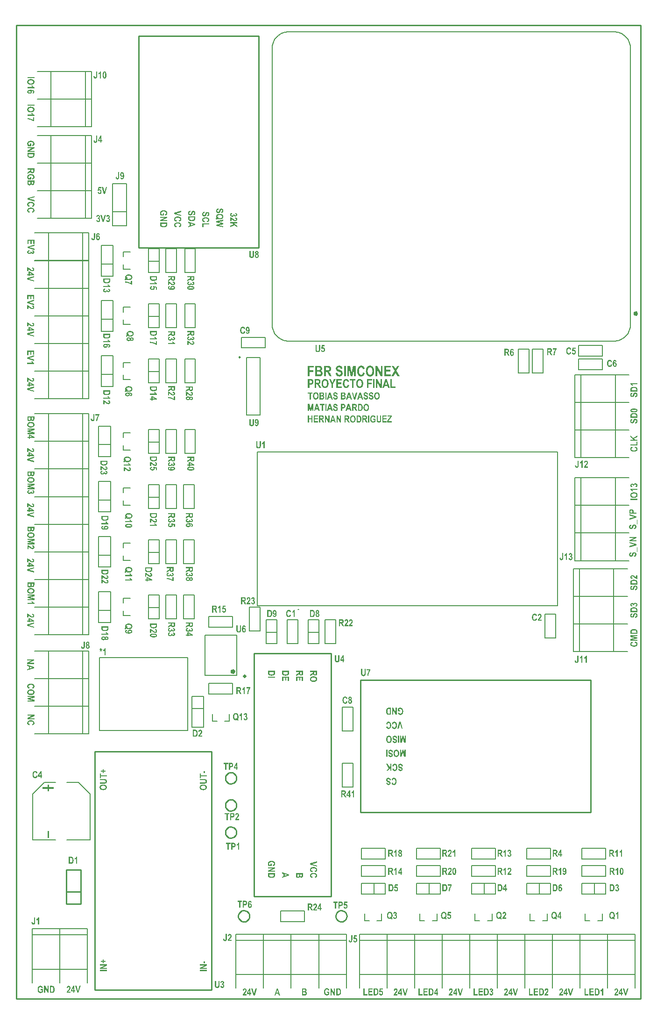
<source format=gto>
G04*
G04 #@! TF.GenerationSoftware,Altium Limited,Altium Designer,19.1.5 (86)*
G04*
G04 Layer_Color=65535*
%FSLAX25Y25*%
%MOIN*%
G70*
G01*
G75*
%ADD10C,0.01575*%
%ADD11C,0.01181*%
%ADD12C,0.00500*%
%ADD13C,0.01000*%
%ADD14C,0.00787*%
%ADD15C,0.00600*%
%ADD16C,0.00598*%
G36*
X23383Y114799D02*
X22166D01*
Y119665D01*
X23383D01*
Y114799D01*
D01*
D02*
G37*
G36*
Y151092D02*
X26830D01*
Y149875D01*
X23383D01*
Y148051D01*
X22166D01*
Y149875D01*
X18720D01*
Y151092D01*
X22166D01*
Y152917D01*
X23383D01*
Y151092D01*
D02*
G37*
G36*
X254738Y416205D02*
X254798Y416197D01*
X254872Y416190D01*
X254953Y416182D01*
X255034Y416167D01*
X255227Y416123D01*
X255419Y416056D01*
X255516Y416012D01*
X255612Y415960D01*
X255708Y415901D01*
X255789Y415835D01*
X255797Y415827D01*
X255812Y415820D01*
X255834Y415798D01*
X255863Y415768D01*
X255893Y415724D01*
X255937Y415679D01*
X255982Y415620D01*
X256026Y415553D01*
X256078Y415479D01*
X256122Y415398D01*
X256174Y415309D01*
X256219Y415213D01*
X256263Y415102D01*
X256307Y414991D01*
X256337Y414865D01*
X256366Y414732D01*
X255545Y414547D01*
Y414554D01*
X255538Y414562D01*
X255523Y414613D01*
X255501Y414680D01*
X255464Y414769D01*
X255419Y414858D01*
X255360Y414961D01*
X255286Y415058D01*
X255205Y415139D01*
X255197Y415146D01*
X255160Y415169D01*
X255108Y415205D01*
X255042Y415242D01*
X254953Y415279D01*
X254857Y415316D01*
X254746Y415339D01*
X254620Y415346D01*
X254568D01*
X254531Y415339D01*
X254487Y415331D01*
X254435Y415324D01*
X254317Y415294D01*
X254176Y415242D01*
X254035Y415169D01*
X253961Y415124D01*
X253895Y415072D01*
X253828Y415006D01*
X253762Y414932D01*
Y414924D01*
X253747Y414910D01*
X253732Y414887D01*
X253710Y414858D01*
X253688Y414813D01*
X253658Y414761D01*
X253628Y414695D01*
X253599Y414621D01*
X253569Y414539D01*
X253540Y414451D01*
X253510Y414347D01*
X253488Y414236D01*
X253466Y414110D01*
X253451Y413977D01*
X253444Y413836D01*
X253436Y413681D01*
Y413674D01*
Y413644D01*
Y413592D01*
X253444Y413533D01*
Y413459D01*
X253458Y413370D01*
X253466Y413274D01*
X253481Y413178D01*
X253525Y412956D01*
X253584Y412726D01*
X253673Y412504D01*
X253725Y412408D01*
X253784Y412312D01*
X253791Y412305D01*
X253799Y412297D01*
X253843Y412253D01*
X253910Y412186D01*
X253998Y412112D01*
X254117Y412038D01*
X254265Y411972D01*
X254428Y411927D01*
X254517Y411920D01*
X254613Y411912D01*
X254657D01*
X254701Y411920D01*
X254761Y411927D01*
X254835Y411942D01*
X254924Y411957D01*
X255012Y411986D01*
X255108Y412023D01*
X255123Y412031D01*
X255153Y412046D01*
X255205Y412068D01*
X255271Y412105D01*
X255338Y412149D01*
X255419Y412201D01*
X255501Y412260D01*
X255582Y412334D01*
Y412963D01*
X254635D01*
Y413807D01*
X256418D01*
Y411816D01*
X256403Y411801D01*
X256366Y411764D01*
X256307Y411705D01*
X256219Y411631D01*
X256107Y411543D01*
X255982Y411454D01*
X255826Y411357D01*
X255649Y411269D01*
X255641D01*
X255627Y411261D01*
X255597Y411246D01*
X255567Y411232D01*
X255516Y411217D01*
X255464Y411202D01*
X255338Y411158D01*
X255190Y411121D01*
X255020Y411084D01*
X254842Y411054D01*
X254657Y411047D01*
X254598D01*
X254554Y411054D01*
X254502D01*
X254443Y411061D01*
X254368Y411069D01*
X254294Y411084D01*
X254132Y411121D01*
X253947Y411172D01*
X253762Y411246D01*
X253584Y411343D01*
X253577Y411350D01*
X253562Y411357D01*
X253540Y411372D01*
X253510Y411402D01*
X253421Y411469D01*
X253318Y411565D01*
X253199Y411691D01*
X253074Y411846D01*
X252955Y412023D01*
X252844Y412231D01*
Y412238D01*
X252829Y412260D01*
X252822Y412290D01*
X252800Y412334D01*
X252785Y412394D01*
X252763Y412460D01*
X252733Y412541D01*
X252711Y412630D01*
X252689Y412726D01*
X252659Y412838D01*
X252637Y412949D01*
X252622Y413074D01*
X252592Y413341D01*
X252578Y413629D01*
Y413637D01*
Y413666D01*
Y413711D01*
X252585Y413770D01*
Y413836D01*
X252592Y413925D01*
X252600Y414014D01*
X252615Y414118D01*
X252644Y414340D01*
X252696Y414576D01*
X252763Y414813D01*
X252852Y415043D01*
Y415050D01*
X252866Y415072D01*
X252881Y415102D01*
X252903Y415139D01*
X252925Y415191D01*
X252962Y415242D01*
X253044Y415368D01*
X253148Y415516D01*
X253266Y415657D01*
X253407Y415798D01*
X253562Y415916D01*
X253569D01*
X253584Y415931D01*
X253606Y415945D01*
X253643Y415960D01*
X253680Y415982D01*
X253732Y416012D01*
X253791Y416034D01*
X253858Y416064D01*
X254013Y416116D01*
X254191Y416167D01*
X254391Y416197D01*
X254613Y416212D01*
X254687D01*
X254738Y416205D01*
D02*
G37*
G36*
X211441Y411128D02*
X210612D01*
Y413318D01*
X208992D01*
Y411128D01*
X208163D01*
Y416130D01*
X208992D01*
Y414162D01*
X210612D01*
Y416130D01*
X211441D01*
Y411128D01*
D02*
G37*
G36*
X231806D02*
X230970D01*
X229320Y414384D01*
Y411128D01*
X228550D01*
Y416130D01*
X229349D01*
X231036Y412786D01*
Y416130D01*
X231806D01*
Y411128D01*
D02*
G37*
G36*
X223533D02*
X222696D01*
X221046Y414384D01*
Y411128D01*
X220277D01*
Y416130D01*
X221076D01*
X222763Y412786D01*
Y416130D01*
X223533D01*
Y411128D01*
D02*
G37*
G36*
X260451Y413504D02*
Y413489D01*
Y413459D01*
Y413407D01*
Y413341D01*
Y413259D01*
X260444Y413163D01*
Y413060D01*
X260437Y412941D01*
X260422Y412704D01*
X260407Y412467D01*
X260392Y412349D01*
X260377Y412238D01*
X260363Y412135D01*
X260340Y412046D01*
Y412038D01*
X260333Y412023D01*
X260326Y412001D01*
X260318Y411972D01*
X260289Y411890D01*
X260237Y411787D01*
X260170Y411676D01*
X260089Y411550D01*
X259985Y411432D01*
X259852Y411320D01*
X259844D01*
X259837Y411306D01*
X259815Y411298D01*
X259785Y411276D01*
X259748Y411254D01*
X259704Y411232D01*
X259645Y411209D01*
X259585Y411187D01*
X259445Y411135D01*
X259275Y411091D01*
X259082Y411061D01*
X258860Y411047D01*
X258801D01*
X258757Y411054D01*
X258698D01*
X258638Y411061D01*
X258490Y411076D01*
X258335Y411106D01*
X258165Y411143D01*
X258002Y411202D01*
X257854Y411276D01*
X257846D01*
X257839Y411283D01*
X257795Y411320D01*
X257728Y411372D01*
X257654Y411446D01*
X257565Y411535D01*
X257476Y411646D01*
X257395Y411772D01*
X257329Y411920D01*
Y411927D01*
X257321Y411942D01*
X257314Y411964D01*
X257306Y412001D01*
X257292Y412053D01*
X257277Y412112D01*
X257262Y412186D01*
X257255Y412268D01*
X257240Y412371D01*
X257225Y412482D01*
X257210Y412608D01*
X257195Y412749D01*
X257188Y412904D01*
X257181Y413074D01*
X257173Y413259D01*
Y413459D01*
Y416130D01*
X258002D01*
Y413422D01*
Y413415D01*
Y413392D01*
Y413363D01*
Y413318D01*
Y413274D01*
Y413215D01*
X258009Y413082D01*
Y412949D01*
X258017Y412808D01*
X258024Y412689D01*
Y412645D01*
X258032Y412601D01*
Y412586D01*
X258046Y412549D01*
X258061Y412490D01*
X258083Y412416D01*
X258120Y412327D01*
X258165Y412246D01*
X258217Y412164D01*
X258291Y412090D01*
X258298Y412083D01*
X258328Y412060D01*
X258372Y412031D01*
X258438Y412001D01*
X258512Y411972D01*
X258609Y411942D01*
X258720Y411920D01*
X258838Y411912D01*
X258890D01*
X258942Y411920D01*
X259008Y411927D01*
X259082Y411942D01*
X259156Y411964D01*
X259230Y411994D01*
X259304Y412038D01*
X259312Y412046D01*
X259334Y412060D01*
X259364Y412090D01*
X259401Y412127D01*
X259445Y412179D01*
X259482Y412238D01*
X259519Y412305D01*
X259548Y412386D01*
Y412401D01*
X259563Y412430D01*
Y412460D01*
X259571Y412497D01*
X259578Y412541D01*
X259585Y412593D01*
X259593Y412652D01*
X259600Y412726D01*
X259608Y412808D01*
Y412897D01*
X259615Y412993D01*
X259623Y413104D01*
Y413230D01*
Y413363D01*
Y416130D01*
X260451D01*
Y413504D01*
D02*
G37*
G36*
X268036Y415346D02*
X265787Y411972D01*
X268125D01*
Y411128D01*
X264788D01*
Y412038D01*
X266949Y415287D01*
X265032D01*
Y416130D01*
X268036D01*
Y415346D01*
D02*
G37*
G36*
X264373Y415287D02*
X262153D01*
Y414177D01*
X264218D01*
Y413333D01*
X262153D01*
Y411972D01*
X264447D01*
Y411128D01*
X261325D01*
Y416130D01*
X264373D01*
Y415287D01*
D02*
G37*
G36*
X251934Y411128D02*
X251105D01*
Y416130D01*
X251934D01*
Y411128D01*
D02*
G37*
G36*
X248907Y416123D02*
X248974D01*
X249114Y416116D01*
X249270Y416093D01*
X249425Y416071D01*
X249573Y416034D01*
X249640Y416012D01*
X249699Y415990D01*
X249714Y415982D01*
X249751Y415968D01*
X249803Y415931D01*
X249869Y415879D01*
X249943Y415820D01*
X250017Y415738D01*
X250099Y415642D01*
X250173Y415524D01*
X250180Y415509D01*
X250202Y415464D01*
X250232Y415390D01*
X250269Y415302D01*
X250299Y415183D01*
X250328Y415043D01*
X250350Y414895D01*
X250358Y414724D01*
Y414717D01*
Y414702D01*
Y414665D01*
X250350Y414628D01*
Y414576D01*
X250343Y414517D01*
X250321Y414384D01*
X250291Y414236D01*
X250239Y414081D01*
X250165Y413925D01*
X250069Y413777D01*
Y413770D01*
X250054Y413763D01*
X250017Y413718D01*
X249951Y413659D01*
X249862Y413592D01*
X249751Y413511D01*
X249610Y413437D01*
X249455Y413378D01*
X249270Y413333D01*
X249285Y413326D01*
X249314Y413296D01*
X249366Y413259D01*
X249425Y413207D01*
X249492Y413148D01*
X249566Y413074D01*
X249640Y412993D01*
X249707Y412912D01*
X249714Y412904D01*
X249736Y412867D01*
X249781Y412808D01*
X249832Y412726D01*
X249899Y412615D01*
X249936Y412549D01*
X249980Y412475D01*
X250025Y412394D01*
X250077Y412305D01*
X250128Y412201D01*
X250180Y412098D01*
X250683Y411128D01*
X249684D01*
X249092Y412216D01*
Y412223D01*
X249078Y412246D01*
X249063Y412275D01*
X249041Y412312D01*
X249011Y412357D01*
X248981Y412408D01*
X248915Y412527D01*
X248841Y412652D01*
X248767Y412778D01*
X248737Y412830D01*
X248700Y412875D01*
X248671Y412919D01*
X248648Y412949D01*
X248641Y412956D01*
X248626Y412971D01*
X248604Y413000D01*
X248574Y413030D01*
X248500Y413097D01*
X248456Y413133D01*
X248404Y413156D01*
X248397D01*
X248382Y413163D01*
X248352Y413178D01*
X248308Y413185D01*
X248249Y413200D01*
X248175Y413207D01*
X248093Y413215D01*
X247827D01*
Y411128D01*
X246998D01*
Y416130D01*
X248855D01*
X248907Y416123D01*
D02*
G37*
G36*
X244504D02*
X244556D01*
X244682Y416116D01*
X244823Y416101D01*
X244963Y416071D01*
X245104Y416042D01*
X245222Y415997D01*
X245237Y415990D01*
X245274Y415975D01*
X245326Y415938D01*
X245400Y415894D01*
X245481Y415835D01*
X245577Y415761D01*
X245666Y415672D01*
X245762Y415568D01*
X245777Y415553D01*
X245807Y415516D01*
X245851Y415450D01*
X245903Y415353D01*
X245970Y415242D01*
X246036Y415109D01*
X246095Y414954D01*
X246154Y414776D01*
Y414769D01*
X246162Y414754D01*
X246169Y414724D01*
X246177Y414687D01*
X246184Y414643D01*
X246199Y414584D01*
X246214Y414517D01*
X246229Y414443D01*
X246236Y414362D01*
X246251Y414273D01*
X246266Y414177D01*
X246273Y414066D01*
X246288Y413836D01*
X246295Y413578D01*
Y413570D01*
Y413548D01*
Y413511D01*
Y413467D01*
X246288Y413415D01*
Y413348D01*
X246280Y413274D01*
Y413193D01*
X246258Y413015D01*
X246236Y412823D01*
X246199Y412630D01*
X246147Y412445D01*
Y412438D01*
X246140Y412423D01*
X246132Y412401D01*
X246117Y412364D01*
X246088Y412275D01*
X246043Y412172D01*
X245992Y412046D01*
X245925Y411920D01*
X245851Y411794D01*
X245770Y411683D01*
X245762Y411668D01*
X245733Y411639D01*
X245681Y411587D01*
X245622Y411528D01*
X245540Y411461D01*
X245451Y411395D01*
X245348Y411328D01*
X245230Y411269D01*
X245215Y411261D01*
X245170Y411246D01*
X245104Y411224D01*
X245007Y411202D01*
X244889Y411172D01*
X244748Y411150D01*
X244586Y411135D01*
X244408Y411128D01*
X242854D01*
Y416130D01*
X244460D01*
X244504Y416123D01*
D02*
G37*
G36*
X236172Y416123D02*
X236239D01*
X236379Y416116D01*
X236535Y416093D01*
X236690Y416071D01*
X236838Y416034D01*
X236905Y416012D01*
X236964Y415990D01*
X236979Y415982D01*
X237016Y415968D01*
X237067Y415931D01*
X237134Y415879D01*
X237208Y415820D01*
X237282Y415738D01*
X237363Y415642D01*
X237437Y415524D01*
X237445Y415509D01*
X237467Y415464D01*
X237496Y415390D01*
X237533Y415302D01*
X237563Y415183D01*
X237593Y415043D01*
X237615Y414895D01*
X237622Y414724D01*
Y414717D01*
Y414702D01*
Y414665D01*
X237615Y414628D01*
Y414576D01*
X237608Y414517D01*
X237585Y414384D01*
X237556Y414236D01*
X237504Y414081D01*
X237430Y413925D01*
X237334Y413777D01*
Y413770D01*
X237319Y413763D01*
X237282Y413718D01*
X237215Y413659D01*
X237126Y413592D01*
X237016Y413511D01*
X236875Y413437D01*
X236719Y413378D01*
X236535Y413333D01*
X236549Y413326D01*
X236579Y413296D01*
X236631Y413259D01*
X236690Y413207D01*
X236756Y413148D01*
X236830Y413074D01*
X236905Y412993D01*
X236971Y412912D01*
X236979Y412904D01*
X237001Y412867D01*
X237045Y412808D01*
X237097Y412726D01*
X237163Y412615D01*
X237200Y412549D01*
X237245Y412475D01*
X237289Y412394D01*
X237341Y412305D01*
X237393Y412201D01*
X237445Y412098D01*
X237948Y411128D01*
X236949D01*
X236357Y412216D01*
Y412223D01*
X236342Y412246D01*
X236327Y412275D01*
X236305Y412312D01*
X236276Y412357D01*
X236246Y412408D01*
X236179Y412527D01*
X236105Y412652D01*
X236031Y412778D01*
X236002Y412830D01*
X235965Y412875D01*
X235935Y412919D01*
X235913Y412949D01*
X235906Y412956D01*
X235891Y412971D01*
X235869Y413000D01*
X235839Y413030D01*
X235765Y413097D01*
X235720Y413133D01*
X235669Y413156D01*
X235661D01*
X235647Y413163D01*
X235617Y413178D01*
X235573Y413185D01*
X235513Y413200D01*
X235439Y413207D01*
X235358Y413215D01*
X235091D01*
Y411128D01*
X234263D01*
Y416130D01*
X236120D01*
X236172Y416123D01*
D02*
G37*
G36*
X228099Y411128D02*
X227203D01*
X226848Y412260D01*
X225190D01*
X224857Y411128D01*
X223977D01*
X225568Y416130D01*
X226448D01*
X228099Y411128D01*
D02*
G37*
G36*
X218035Y416123D02*
X218101D01*
X218242Y416116D01*
X218397Y416093D01*
X218552Y416071D01*
X218701Y416034D01*
X218767Y416012D01*
X218826Y415990D01*
X218841Y415982D01*
X218878Y415968D01*
X218930Y415931D01*
X218997Y415879D01*
X219071Y415820D01*
X219145Y415738D01*
X219226Y415642D01*
X219300Y415524D01*
X219307Y415509D01*
X219330Y415464D01*
X219359Y415390D01*
X219396Y415302D01*
X219426Y415183D01*
X219455Y415043D01*
X219478Y414895D01*
X219485Y414724D01*
Y414717D01*
Y414702D01*
Y414665D01*
X219478Y414628D01*
Y414576D01*
X219470Y414517D01*
X219448Y414384D01*
X219418Y414236D01*
X219367Y414081D01*
X219292Y413925D01*
X219196Y413777D01*
Y413770D01*
X219181Y413763D01*
X219145Y413718D01*
X219078Y413659D01*
X218989Y413592D01*
X218878Y413511D01*
X218738Y413437D01*
X218582Y413378D01*
X218397Y413333D01*
X218412Y413326D01*
X218442Y413296D01*
X218493Y413259D01*
X218552Y413207D01*
X218619Y413148D01*
X218693Y413074D01*
X218767Y412993D01*
X218834Y412912D01*
X218841Y412904D01*
X218863Y412867D01*
X218908Y412808D01*
X218959Y412726D01*
X219026Y412615D01*
X219063Y412549D01*
X219108Y412475D01*
X219152Y412394D01*
X219204Y412305D01*
X219255Y412201D01*
X219307Y412098D01*
X219811Y411128D01*
X218811D01*
X218219Y412216D01*
Y412223D01*
X218205Y412246D01*
X218190Y412275D01*
X218168Y412312D01*
X218138Y412357D01*
X218109Y412408D01*
X218042Y412527D01*
X217968Y412652D01*
X217894Y412778D01*
X217864Y412830D01*
X217827Y412875D01*
X217798Y412919D01*
X217776Y412949D01*
X217768Y412956D01*
X217753Y412971D01*
X217731Y413000D01*
X217702Y413030D01*
X217628Y413097D01*
X217583Y413133D01*
X217531Y413156D01*
X217524D01*
X217509Y413163D01*
X217479Y413178D01*
X217435Y413185D01*
X217376Y413200D01*
X217302Y413207D01*
X217220Y413215D01*
X216954D01*
Y411128D01*
X216125D01*
Y416130D01*
X217983D01*
X218035Y416123D01*
D02*
G37*
G36*
X215348Y415287D02*
X213128D01*
Y414177D01*
X215193D01*
Y413333D01*
X213128D01*
Y411972D01*
X215422D01*
Y411128D01*
X212299D01*
Y416130D01*
X215348D01*
Y415287D01*
D02*
G37*
G36*
X240308Y416205D02*
X240368D01*
X240442Y416190D01*
X240530Y416175D01*
X240627Y416153D01*
X240730Y416130D01*
X240841Y416093D01*
X240960Y416049D01*
X241078Y415990D01*
X241196Y415931D01*
X241315Y415849D01*
X241433Y415761D01*
X241544Y415657D01*
X241655Y415539D01*
X241663Y415531D01*
X241677Y415509D01*
X241707Y415472D01*
X241744Y415413D01*
X241781Y415346D01*
X241833Y415257D01*
X241885Y415161D01*
X241936Y415050D01*
X241988Y414917D01*
X242033Y414776D01*
X242085Y414621D01*
X242122Y414451D01*
X242159Y414266D01*
X242188Y414066D01*
X242203Y413851D01*
X242210Y413629D01*
Y413615D01*
Y413578D01*
Y413511D01*
X242203Y413422D01*
X242196Y413318D01*
X242181Y413193D01*
X242159Y413060D01*
X242136Y412912D01*
X242107Y412756D01*
X242070Y412601D01*
X242018Y412438D01*
X241959Y412275D01*
X241892Y412112D01*
X241811Y411957D01*
X241722Y411809D01*
X241618Y411668D01*
X241611Y411661D01*
X241596Y411639D01*
X241566Y411609D01*
X241522Y411572D01*
X241470Y411528D01*
X241411Y411469D01*
X241337Y411417D01*
X241248Y411357D01*
X241152Y411298D01*
X241049Y411246D01*
X240937Y411195D01*
X240812Y411143D01*
X240679Y411106D01*
X240530Y411076D01*
X240383Y411054D01*
X240220Y411047D01*
X240183D01*
X240131Y411054D01*
X240072D01*
X239998Y411069D01*
X239909Y411076D01*
X239813Y411098D01*
X239709Y411121D01*
X239598Y411158D01*
X239487Y411195D01*
X239369Y411246D01*
X239250Y411306D01*
X239139Y411380D01*
X239021Y411461D01*
X238917Y411550D01*
X238814Y411661D01*
X238806Y411668D01*
X238791Y411691D01*
X238762Y411735D01*
X238725Y411787D01*
X238681Y411861D01*
X238629Y411949D01*
X238577Y412053D01*
X238525Y412164D01*
X238466Y412297D01*
X238414Y412445D01*
X238362Y412601D01*
X238318Y412771D01*
X238281Y412956D01*
X238251Y413156D01*
X238236Y413370D01*
X238229Y413592D01*
Y413600D01*
Y413629D01*
Y413681D01*
X238236Y413740D01*
Y413814D01*
X238244Y413903D01*
X238251Y414007D01*
X238259Y414110D01*
X238296Y414347D01*
X238340Y414591D01*
X238399Y414836D01*
X238444Y414954D01*
X238488Y415065D01*
Y415072D01*
X238503Y415087D01*
X238518Y415117D01*
X238540Y415161D01*
X238562Y415205D01*
X238592Y415265D01*
X238673Y415390D01*
X238777Y415531D01*
X238888Y415672D01*
X239028Y415805D01*
X239176Y415923D01*
X239184D01*
X239198Y415938D01*
X239221Y415953D01*
X239250Y415968D01*
X239295Y415990D01*
X239347Y416012D01*
X239406Y416042D01*
X239465Y416071D01*
X239620Y416123D01*
X239798Y416167D01*
X239998Y416197D01*
X240220Y416212D01*
X240257D01*
X240308Y416205D01*
D02*
G37*
G36*
X227884Y424424D02*
X227943Y424416D01*
X228017Y424409D01*
X228091Y424402D01*
X228180Y424379D01*
X228358Y424335D01*
X228550Y424261D01*
X228639Y424217D01*
X228735Y424165D01*
X228816Y424106D01*
X228898Y424032D01*
X228905Y424024D01*
X228912Y424017D01*
X228935Y423987D01*
X228964Y423958D01*
X228994Y423921D01*
X229031Y423869D01*
X229068Y423810D01*
X229105Y423743D01*
X229142Y423669D01*
X229186Y423588D01*
X229223Y423491D01*
X229253Y423395D01*
X229282Y423284D01*
X229305Y423173D01*
X229327Y423047D01*
X229334Y422914D01*
X228505Y422870D01*
Y422877D01*
Y422885D01*
X228498Y422907D01*
X228491Y422936D01*
X228476Y423003D01*
X228454Y423092D01*
X228417Y423181D01*
X228380Y423277D01*
X228328Y423358D01*
X228261Y423432D01*
X228254Y423440D01*
X228232Y423455D01*
X228187Y423484D01*
X228128Y423514D01*
X228054Y423543D01*
X227965Y423573D01*
X227862Y423588D01*
X227743Y423595D01*
X227692D01*
X227625Y423588D01*
X227551Y423580D01*
X227469Y423558D01*
X227388Y423536D01*
X227299Y423499D01*
X227225Y423455D01*
X227218Y423447D01*
X227196Y423432D01*
X227166Y423403D01*
X227136Y423358D01*
X227107Y423307D01*
X227077Y423247D01*
X227055Y423181D01*
X227048Y423107D01*
Y423099D01*
Y423077D01*
X227055Y423040D01*
X227070Y422988D01*
X227085Y422936D01*
X227114Y422885D01*
X227159Y422825D01*
X227210Y422774D01*
X227218Y422766D01*
X227248Y422752D01*
X227292Y422722D01*
X227366Y422685D01*
X227418Y422663D01*
X227469Y422633D01*
X227529Y422611D01*
X227603Y422581D01*
X227677Y422552D01*
X227765Y422522D01*
X227862Y422493D01*
X227965Y422463D01*
X227973D01*
X227995Y422456D01*
X228025Y422448D01*
X228069Y422433D01*
X228121Y422411D01*
X228180Y422396D01*
X228313Y422344D01*
X228461Y422285D01*
X228609Y422226D01*
X228750Y422152D01*
X228816Y422115D01*
X228868Y422078D01*
X228883Y422071D01*
X228912Y422041D01*
X228964Y422004D01*
X229031Y421945D01*
X229098Y421871D01*
X229171Y421782D01*
X229238Y421678D01*
X229297Y421567D01*
X229305Y421553D01*
X229320Y421508D01*
X229342Y421442D01*
X229371Y421353D01*
X229401Y421242D01*
X229423Y421109D01*
X229438Y420961D01*
X229445Y420798D01*
Y420790D01*
Y420768D01*
Y420739D01*
X229438Y420687D01*
X229431Y420635D01*
X229423Y420569D01*
X229408Y420495D01*
X229394Y420421D01*
X229349Y420243D01*
X229275Y420058D01*
X229231Y419969D01*
X229171Y419880D01*
X229112Y419792D01*
X229038Y419703D01*
X229031Y419695D01*
X229016Y419681D01*
X228994Y419666D01*
X228964Y419636D01*
X228920Y419599D01*
X228868Y419562D01*
X228801Y419525D01*
X228735Y419488D01*
X228654Y419444D01*
X228557Y419407D01*
X228454Y419370D01*
X228343Y419333D01*
X228217Y419303D01*
X228084Y419288D01*
X227943Y419274D01*
X227788Y419266D01*
X227721D01*
X227647Y419281D01*
X227551Y419296D01*
X227432Y419318D01*
X227299Y419355D01*
X227159Y419407D01*
X227011Y419481D01*
X226863Y419569D01*
X226715Y419688D01*
X226574Y419821D01*
X226507Y419903D01*
X226441Y419991D01*
X226382Y420087D01*
X226330Y420184D01*
X226278Y420295D01*
X226226Y420413D01*
X226189Y420546D01*
X226152Y420680D01*
X226130Y420827D01*
X226108Y420983D01*
X226915Y421079D01*
Y421072D01*
X226922Y421035D01*
X226929Y420990D01*
X226944Y420931D01*
X226966Y420857D01*
X226996Y420776D01*
X227033Y420687D01*
X227077Y420598D01*
X227129Y420509D01*
X227188Y420421D01*
X227262Y420339D01*
X227351Y420265D01*
X227447Y420206D01*
X227551Y420161D01*
X227677Y420124D01*
X227810Y420117D01*
X227869D01*
X227936Y420124D01*
X228025Y420139D01*
X228113Y420161D01*
X228209Y420198D01*
X228306Y420243D01*
X228395Y420309D01*
X228402Y420317D01*
X228432Y420346D01*
X228468Y420391D01*
X228505Y420443D01*
X228550Y420517D01*
X228579Y420598D01*
X228609Y420694D01*
X228616Y420798D01*
Y420805D01*
Y420827D01*
X228609Y420857D01*
Y420901D01*
X228579Y420990D01*
X228565Y421042D01*
X228535Y421087D01*
Y421094D01*
X228520Y421109D01*
X228476Y421153D01*
X228446Y421183D01*
X228409Y421220D01*
X228358Y421249D01*
X228306Y421279D01*
X228298Y421286D01*
X228276Y421294D01*
X228224Y421316D01*
X228158Y421346D01*
X228113Y421360D01*
X228062Y421375D01*
X228002Y421397D01*
X227928Y421419D01*
X227854Y421449D01*
X227765Y421479D01*
X227669Y421508D01*
X227566Y421538D01*
X227558D01*
X227543Y421545D01*
X227514Y421553D01*
X227477Y421567D01*
X227432Y421582D01*
X227388Y421597D01*
X227270Y421641D01*
X227144Y421693D01*
X227011Y421753D01*
X226892Y421819D01*
X226789Y421886D01*
X226781Y421893D01*
X226752Y421923D01*
X226707Y421960D01*
X226648Y422019D01*
X226589Y422086D01*
X226522Y422167D01*
X226456Y422263D01*
X226396Y422374D01*
X226389Y422389D01*
X226374Y422426D01*
X226352Y422493D01*
X226330Y422574D01*
X226300Y422670D01*
X226278Y422781D01*
X226263Y422907D01*
X226256Y423033D01*
Y423040D01*
Y423047D01*
Y423070D01*
Y423099D01*
X226263Y423181D01*
X226278Y423277D01*
X226300Y423388D01*
X226337Y423514D01*
X226382Y423639D01*
X226441Y423765D01*
Y423773D01*
X226448Y423780D01*
X226478Y423817D01*
X226515Y423876D01*
X226574Y423950D01*
X226648Y424032D01*
X226737Y424113D01*
X226833Y424194D01*
X226952Y424261D01*
X226959D01*
X226966Y424268D01*
X227011Y424291D01*
X227085Y424313D01*
X227181Y424350D01*
X227299Y424379D01*
X227432Y424402D01*
X227595Y424424D01*
X227765Y424431D01*
X227832D01*
X227884Y424424D01*
D02*
G37*
G36*
X212137Y419347D02*
X211367D01*
Y423292D01*
X210538Y419347D01*
X209747D01*
X208932Y423292D01*
Y419347D01*
X208163D01*
Y424350D01*
X209399D01*
X210146Y420924D01*
X210886Y424350D01*
X212137D01*
Y419347D01*
D02*
G37*
G36*
X245481Y424342D02*
X245533D01*
X245659Y424335D01*
X245799Y424320D01*
X245940Y424291D01*
X246080Y424261D01*
X246199Y424217D01*
X246214Y424209D01*
X246251Y424194D01*
X246303Y424157D01*
X246376Y424113D01*
X246458Y424054D01*
X246554Y423980D01*
X246643Y423891D01*
X246739Y423787D01*
X246754Y423773D01*
X246783Y423736D01*
X246828Y423669D01*
X246880Y423573D01*
X246946Y423462D01*
X247013Y423329D01*
X247072Y423173D01*
X247131Y422996D01*
Y422988D01*
X247139Y422973D01*
X247146Y422944D01*
X247153Y422907D01*
X247161Y422862D01*
X247176Y422803D01*
X247190Y422737D01*
X247205Y422663D01*
X247213Y422581D01*
X247228Y422493D01*
X247242Y422396D01*
X247250Y422285D01*
X247265Y422056D01*
X247272Y421797D01*
Y421790D01*
Y421767D01*
Y421730D01*
Y421686D01*
X247265Y421634D01*
Y421567D01*
X247257Y421493D01*
Y421412D01*
X247235Y421235D01*
X247213Y421042D01*
X247176Y420850D01*
X247124Y420665D01*
Y420657D01*
X247116Y420643D01*
X247109Y420620D01*
X247094Y420583D01*
X247065Y420495D01*
X247020Y420391D01*
X246969Y420265D01*
X246902Y420139D01*
X246828Y420014D01*
X246746Y419903D01*
X246739Y419888D01*
X246709Y419858D01*
X246658Y419806D01*
X246599Y419747D01*
X246517Y419681D01*
X246428Y419614D01*
X246325Y419547D01*
X246206Y419488D01*
X246192Y419481D01*
X246147Y419466D01*
X246080Y419444D01*
X245984Y419421D01*
X245866Y419392D01*
X245725Y419370D01*
X245563Y419355D01*
X245385Y419347D01*
X243831D01*
Y424350D01*
X245437D01*
X245481Y424342D01*
D02*
G37*
G36*
X241611D02*
X241677D01*
X241818Y424335D01*
X241973Y424313D01*
X242129Y424291D01*
X242277Y424254D01*
X242343Y424231D01*
X242403Y424209D01*
X242418Y424202D01*
X242455Y424187D01*
X242506Y424150D01*
X242573Y424098D01*
X242647Y424039D01*
X242721Y423958D01*
X242802Y423862D01*
X242876Y423743D01*
X242884Y423728D01*
X242906Y423684D01*
X242935Y423610D01*
X242972Y423521D01*
X243002Y423403D01*
X243032Y423262D01*
X243054Y423114D01*
X243061Y422944D01*
Y422936D01*
Y422922D01*
Y422885D01*
X243054Y422848D01*
Y422796D01*
X243046Y422737D01*
X243024Y422604D01*
X242995Y422456D01*
X242943Y422300D01*
X242869Y422145D01*
X242773Y421997D01*
Y421989D01*
X242758Y421982D01*
X242721Y421938D01*
X242654Y421878D01*
X242565Y421812D01*
X242455Y421730D01*
X242314Y421656D01*
X242159Y421597D01*
X241973Y421553D01*
X241988Y421545D01*
X242018Y421516D01*
X242070Y421479D01*
X242129Y421427D01*
X242196Y421368D01*
X242269Y421294D01*
X242343Y421212D01*
X242410Y421131D01*
X242418Y421124D01*
X242440Y421087D01*
X242484Y421027D01*
X242536Y420946D01*
X242602Y420835D01*
X242639Y420768D01*
X242684Y420694D01*
X242728Y420613D01*
X242780Y420524D01*
X242832Y420421D01*
X242884Y420317D01*
X243387Y419347D01*
X242388D01*
X241796Y420435D01*
Y420443D01*
X241781Y420465D01*
X241766Y420495D01*
X241744Y420532D01*
X241715Y420576D01*
X241685Y420628D01*
X241618Y420746D01*
X241544Y420872D01*
X241470Y420998D01*
X241441Y421049D01*
X241404Y421094D01*
X241374Y421138D01*
X241352Y421168D01*
X241344Y421175D01*
X241330Y421190D01*
X241307Y421220D01*
X241278Y421249D01*
X241204Y421316D01*
X241160Y421353D01*
X241108Y421375D01*
X241100D01*
X241086Y421383D01*
X241056Y421397D01*
X241012Y421405D01*
X240952Y421419D01*
X240878Y421427D01*
X240797Y421434D01*
X240530D01*
Y419347D01*
X239702D01*
Y424350D01*
X241559D01*
X241611Y424342D01*
D02*
G37*
G36*
X239265Y419347D02*
X238370D01*
X238015Y420480D01*
X236357Y420480D01*
X236024Y419347D01*
X235143D01*
X236734Y424350D01*
X237615Y424350D01*
X239265Y419347D01*
D02*
G37*
G36*
X233456Y424342D02*
X233626Y424335D01*
X233782Y424320D01*
X233856Y424313D01*
X233922Y424298D01*
X233981Y424291D01*
X234033Y424276D01*
X234041D01*
X234048Y424268D01*
X234092Y424254D01*
X234159Y424217D01*
X234248Y424172D01*
X234337Y424106D01*
X234440Y424017D01*
X234537Y423913D01*
X234633Y423780D01*
Y423773D01*
X234640Y423765D01*
X234655Y423743D01*
X234670Y423713D01*
X234692Y423676D01*
X234707Y423632D01*
X234729Y423580D01*
X234758Y423514D01*
X234803Y423373D01*
X234840Y423210D01*
X234870Y423018D01*
X234877Y422803D01*
Y422796D01*
Y422781D01*
Y422752D01*
Y422715D01*
X234870Y422670D01*
Y422611D01*
X234855Y422485D01*
X234825Y422344D01*
X234788Y422189D01*
X234736Y422041D01*
X234670Y421893D01*
Y421886D01*
X234662Y421878D01*
X234633Y421834D01*
X234588Y421767D01*
X234529Y421693D01*
X234455Y421612D01*
X234366Y421523D01*
X234263Y421449D01*
X234152Y421383D01*
X234137Y421375D01*
X234122Y421368D01*
X234092Y421360D01*
X234055Y421346D01*
X234018Y421338D01*
X233967Y421323D01*
X233908Y421309D01*
X233841Y421294D01*
X233759Y421279D01*
X233678Y421272D01*
X233582Y421257D01*
X233478Y421249D01*
X233360Y421242D01*
X233234Y421235D01*
X232561D01*
Y419347D01*
X231732D01*
Y424350D01*
X233308D01*
X233456Y424342D01*
D02*
G37*
G36*
X225886Y419347D02*
X224991D01*
X224635Y420480D01*
X222978D01*
X222645Y419347D01*
X221764D01*
X223355Y424350D01*
X224236D01*
X225886Y419347D01*
D02*
G37*
G36*
X221394D02*
X220565D01*
Y424350D01*
X221394D01*
Y419347D01*
D02*
G37*
G36*
X220062Y423506D02*
X218848D01*
Y419347D01*
X218020D01*
Y423506D01*
X216799D01*
Y424350D01*
X220062D01*
Y423506D01*
D02*
G37*
G36*
X216658Y419347D02*
X215763D01*
X215407Y420480D01*
X213750D01*
X213417Y419347D01*
X212536D01*
X214127Y424350D01*
X215008D01*
X216658Y419347D01*
D02*
G37*
G36*
X249884Y424424D02*
X249943D01*
X250017Y424409D01*
X250106Y424394D01*
X250202Y424372D01*
X250306Y424350D01*
X250417Y424313D01*
X250535Y424268D01*
X250654Y424209D01*
X250772Y424150D01*
X250890Y424069D01*
X251009Y423980D01*
X251120Y423876D01*
X251231Y423758D01*
X251238Y423750D01*
X251253Y423728D01*
X251283Y423691D01*
X251320Y423632D01*
X251357Y423565D01*
X251409Y423477D01*
X251460Y423381D01*
X251512Y423270D01*
X251564Y423136D01*
X251608Y422996D01*
X251660Y422840D01*
X251697Y422670D01*
X251734Y422485D01*
X251764Y422285D01*
X251779Y422071D01*
X251786Y421849D01*
Y421834D01*
Y421797D01*
Y421730D01*
X251779Y421641D01*
X251771Y421538D01*
X251756Y421412D01*
X251734Y421279D01*
X251712Y421131D01*
X251682Y420975D01*
X251645Y420820D01*
X251593Y420657D01*
X251534Y420495D01*
X251468Y420332D01*
X251386Y420176D01*
X251297Y420028D01*
X251194Y419888D01*
X251186Y419880D01*
X251172Y419858D01*
X251142Y419829D01*
X251098Y419792D01*
X251046Y419747D01*
X250987Y419688D01*
X250913Y419636D01*
X250824Y419577D01*
X250728Y419518D01*
X250624Y419466D01*
X250513Y419414D01*
X250387Y419362D01*
X250254Y419325D01*
X250106Y419296D01*
X249958Y419274D01*
X249795Y419266D01*
X249758D01*
X249707Y419274D01*
X249647D01*
X249573Y419288D01*
X249484Y419296D01*
X249388Y419318D01*
X249285Y419340D01*
X249174Y419377D01*
X249063Y419414D01*
X248944Y419466D01*
X248826Y419525D01*
X248715Y419599D01*
X248597Y419681D01*
X248493Y419769D01*
X248389Y419880D01*
X248382Y419888D01*
X248367Y419910D01*
X248338Y419954D01*
X248301Y420006D01*
X248256Y420080D01*
X248204Y420169D01*
X248152Y420272D01*
X248101Y420384D01*
X248042Y420517D01*
X247990Y420665D01*
X247938Y420820D01*
X247894Y420990D01*
X247856Y421175D01*
X247827Y421375D01*
X247812Y421590D01*
X247805Y421812D01*
Y421819D01*
Y421849D01*
Y421901D01*
X247812Y421960D01*
Y422034D01*
X247819Y422122D01*
X247827Y422226D01*
X247834Y422330D01*
X247871Y422567D01*
X247916Y422811D01*
X247975Y423055D01*
X248019Y423173D01*
X248064Y423284D01*
Y423292D01*
X248078Y423307D01*
X248093Y423336D01*
X248115Y423381D01*
X248138Y423425D01*
X248167Y423484D01*
X248249Y423610D01*
X248352Y423750D01*
X248463Y423891D01*
X248604Y424024D01*
X248752Y424143D01*
X248759D01*
X248774Y424157D01*
X248796Y424172D01*
X248826Y424187D01*
X248870Y424209D01*
X248922Y424231D01*
X248981Y424261D01*
X249041Y424291D01*
X249196Y424342D01*
X249374Y424387D01*
X249573Y424416D01*
X249795Y424431D01*
X249832D01*
X249884Y424424D01*
D02*
G37*
G36*
X253325Y432643D02*
X253384Y432636D01*
X253458Y432628D01*
X253532Y432621D01*
X253621Y432599D01*
X253799Y432554D01*
X253991Y432480D01*
X254080Y432436D01*
X254176Y432384D01*
X254257Y432325D01*
X254339Y432251D01*
X254346Y432244D01*
X254354Y432236D01*
X254376Y432207D01*
X254405Y432177D01*
X254435Y432140D01*
X254472Y432088D01*
X254509Y432029D01*
X254546Y431962D01*
X254583Y431888D01*
X254627Y431807D01*
X254664Y431711D01*
X254694Y431615D01*
X254724Y431504D01*
X254746Y431393D01*
X254768Y431267D01*
X254776Y431134D01*
X253947Y431089D01*
Y431097D01*
Y431104D01*
X253939Y431126D01*
X253932Y431156D01*
X253917Y431222D01*
X253895Y431311D01*
X253858Y431400D01*
X253821Y431496D01*
X253769Y431578D01*
X253702Y431652D01*
X253695Y431659D01*
X253673Y431674D01*
X253628Y431704D01*
X253569Y431733D01*
X253495Y431763D01*
X253407Y431792D01*
X253303Y431807D01*
X253185Y431814D01*
X253133D01*
X253066Y431807D01*
X252992Y431800D01*
X252911Y431777D01*
X252829Y431755D01*
X252741Y431718D01*
X252666Y431674D01*
X252659Y431667D01*
X252637Y431652D01*
X252607Y431622D01*
X252578Y431578D01*
X252548Y431526D01*
X252519Y431467D01*
X252496Y431400D01*
X252489Y431326D01*
Y431319D01*
Y431296D01*
X252496Y431259D01*
X252511Y431208D01*
X252526Y431156D01*
X252555Y431104D01*
X252600Y431045D01*
X252652Y430993D01*
X252659Y430986D01*
X252689Y430971D01*
X252733Y430941D01*
X252807Y430904D01*
X252859Y430882D01*
X252911Y430853D01*
X252970Y430830D01*
X253044Y430801D01*
X253118Y430771D01*
X253207Y430742D01*
X253303Y430712D01*
X253407Y430682D01*
X253414D01*
X253436Y430675D01*
X253466Y430667D01*
X253510Y430653D01*
X253562Y430630D01*
X253621Y430616D01*
X253754Y430564D01*
X253902Y430505D01*
X254050Y430445D01*
X254191Y430372D01*
X254257Y430335D01*
X254309Y430298D01*
X254324Y430290D01*
X254354Y430261D01*
X254405Y430224D01*
X254472Y430164D01*
X254539Y430090D01*
X254613Y430001D01*
X254679Y429898D01*
X254738Y429787D01*
X254746Y429772D01*
X254761Y429728D01*
X254783Y429661D01*
X254813Y429572D01*
X254842Y429461D01*
X254864Y429328D01*
X254879Y429180D01*
X254887Y429017D01*
Y429010D01*
Y428988D01*
Y428958D01*
X254879Y428906D01*
X254872Y428855D01*
X254864Y428788D01*
X254850Y428714D01*
X254835Y428640D01*
X254790Y428462D01*
X254716Y428277D01*
X254672Y428189D01*
X254613Y428100D01*
X254554Y428011D01*
X254480Y427922D01*
X254472Y427915D01*
X254457Y427900D01*
X254435Y427885D01*
X254405Y427855D01*
X254361Y427818D01*
X254309Y427781D01*
X254243Y427744D01*
X254176Y427707D01*
X254095Y427663D01*
X253998Y427626D01*
X253895Y427589D01*
X253784Y427552D01*
X253658Y427523D01*
X253525Y427508D01*
X253384Y427493D01*
X253229Y427486D01*
X253162D01*
X253088Y427500D01*
X252992Y427515D01*
X252874Y427537D01*
X252741Y427574D01*
X252600Y427626D01*
X252452Y427700D01*
X252304Y427789D01*
X252156Y427907D01*
X252015Y428041D01*
X251949Y428122D01*
X251882Y428211D01*
X251823Y428307D01*
X251771Y428403D01*
X251719Y428514D01*
X251667Y428632D01*
X251630Y428766D01*
X251593Y428899D01*
X251571Y429047D01*
X251549Y429202D01*
X252356Y429298D01*
Y429291D01*
X252363Y429254D01*
X252371Y429210D01*
X252385Y429150D01*
X252408Y429076D01*
X252437Y428995D01*
X252474Y428906D01*
X252519Y428818D01*
X252570Y428729D01*
X252629Y428640D01*
X252703Y428558D01*
X252792Y428484D01*
X252888Y428425D01*
X252992Y428381D01*
X253118Y428344D01*
X253251Y428336D01*
X253310D01*
X253377Y428344D01*
X253466Y428359D01*
X253555Y428381D01*
X253651Y428418D01*
X253747Y428462D01*
X253836Y428529D01*
X253843Y428536D01*
X253873Y428566D01*
X253910Y428610D01*
X253947Y428662D01*
X253991Y428736D01*
X254021Y428818D01*
X254050Y428914D01*
X254058Y429017D01*
Y429025D01*
Y429047D01*
X254050Y429076D01*
Y429121D01*
X254021Y429210D01*
X254006Y429261D01*
X253976Y429306D01*
Y429313D01*
X253961Y429328D01*
X253917Y429373D01*
X253888Y429402D01*
X253851Y429439D01*
X253799Y429469D01*
X253747Y429498D01*
X253740Y429506D01*
X253717Y429513D01*
X253665Y429535D01*
X253599Y429565D01*
X253555Y429580D01*
X253503Y429595D01*
X253444Y429617D01*
X253369Y429639D01*
X253295Y429669D01*
X253207Y429698D01*
X253111Y429728D01*
X253007Y429757D01*
X252999D01*
X252985Y429765D01*
X252955Y429772D01*
X252918Y429787D01*
X252874Y429802D01*
X252829Y429816D01*
X252711Y429861D01*
X252585Y429913D01*
X252452Y429972D01*
X252333Y430038D01*
X252230Y430105D01*
X252222Y430113D01*
X252193Y430142D01*
X252149Y430179D01*
X252089Y430238D01*
X252030Y430305D01*
X251963Y430386D01*
X251897Y430482D01*
X251838Y430593D01*
X251830Y430608D01*
X251816Y430645D01*
X251793Y430712D01*
X251771Y430793D01*
X251742Y430890D01*
X251719Y431001D01*
X251705Y431126D01*
X251697Y431252D01*
Y431259D01*
Y431267D01*
Y431289D01*
Y431319D01*
X251705Y431400D01*
X251719Y431496D01*
X251742Y431607D01*
X251779Y431733D01*
X251823Y431859D01*
X251882Y431985D01*
Y431992D01*
X251889Y431999D01*
X251919Y432036D01*
X251956Y432096D01*
X252015Y432170D01*
X252089Y432251D01*
X252178Y432333D01*
X252274Y432414D01*
X252393Y432480D01*
X252400D01*
X252408Y432488D01*
X252452Y432510D01*
X252526Y432532D01*
X252622Y432569D01*
X252741Y432599D01*
X252874Y432621D01*
X253036Y432643D01*
X253207Y432651D01*
X253273D01*
X253325Y432643D01*
D02*
G37*
G36*
X249499D02*
X249558Y432636D01*
X249633Y432628D01*
X249707Y432621D01*
X249795Y432599D01*
X249973Y432554D01*
X250165Y432480D01*
X250254Y432436D01*
X250350Y432384D01*
X250432Y432325D01*
X250513Y432251D01*
X250520Y432244D01*
X250528Y432236D01*
X250550Y432207D01*
X250580Y432177D01*
X250609Y432140D01*
X250646Y432088D01*
X250683Y432029D01*
X250720Y431962D01*
X250757Y431888D01*
X250802Y431807D01*
X250839Y431711D01*
X250868Y431615D01*
X250898Y431504D01*
X250920Y431393D01*
X250942Y431267D01*
X250950Y431134D01*
X250121Y431089D01*
Y431097D01*
Y431104D01*
X250114Y431126D01*
X250106Y431156D01*
X250091Y431222D01*
X250069Y431311D01*
X250032Y431400D01*
X249995Y431496D01*
X249943Y431578D01*
X249877Y431652D01*
X249869Y431659D01*
X249847Y431674D01*
X249803Y431704D01*
X249744Y431733D01*
X249670Y431763D01*
X249581Y431792D01*
X249477Y431807D01*
X249359Y431814D01*
X249307D01*
X249240Y431807D01*
X249166Y431800D01*
X249085Y431777D01*
X249004Y431755D01*
X248915Y431718D01*
X248841Y431674D01*
X248833Y431667D01*
X248811Y431652D01*
X248781Y431622D01*
X248752Y431578D01*
X248722Y431526D01*
X248693Y431467D01*
X248671Y431400D01*
X248663Y431326D01*
Y431319D01*
Y431296D01*
X248671Y431259D01*
X248685Y431208D01*
X248700Y431156D01*
X248730Y431104D01*
X248774Y431045D01*
X248826Y430993D01*
X248833Y430986D01*
X248863Y430971D01*
X248907Y430941D01*
X248981Y430904D01*
X249033Y430882D01*
X249085Y430853D01*
X249144Y430830D01*
X249218Y430801D01*
X249292Y430771D01*
X249381Y430742D01*
X249477Y430712D01*
X249581Y430682D01*
X249588D01*
X249610Y430675D01*
X249640Y430667D01*
X249684Y430653D01*
X249736Y430630D01*
X249795Y430616D01*
X249928Y430564D01*
X250077Y430505D01*
X250224Y430445D01*
X250365Y430372D01*
X250432Y430335D01*
X250483Y430298D01*
X250498Y430290D01*
X250528Y430261D01*
X250580Y430224D01*
X250646Y430164D01*
X250713Y430090D01*
X250787Y430001D01*
X250853Y429898D01*
X250913Y429787D01*
X250920Y429772D01*
X250935Y429728D01*
X250957Y429661D01*
X250987Y429572D01*
X251016Y429461D01*
X251039Y429328D01*
X251053Y429180D01*
X251061Y429017D01*
Y429010D01*
Y428988D01*
Y428958D01*
X251053Y428906D01*
X251046Y428855D01*
X251039Y428788D01*
X251024Y428714D01*
X251009Y428640D01*
X250964Y428462D01*
X250890Y428277D01*
X250846Y428189D01*
X250787Y428100D01*
X250728Y428011D01*
X250654Y427922D01*
X250646Y427915D01*
X250631Y427900D01*
X250609Y427885D01*
X250580Y427855D01*
X250535Y427818D01*
X250483Y427781D01*
X250417Y427744D01*
X250350Y427707D01*
X250269Y427663D01*
X250173Y427626D01*
X250069Y427589D01*
X249958Y427552D01*
X249832Y427523D01*
X249699Y427508D01*
X249558Y427493D01*
X249403Y427486D01*
X249337D01*
X249262Y427500D01*
X249166Y427515D01*
X249048Y427537D01*
X248915Y427574D01*
X248774Y427626D01*
X248626Y427700D01*
X248478Y427789D01*
X248330Y427907D01*
X248189Y428041D01*
X248123Y428122D01*
X248056Y428211D01*
X247997Y428307D01*
X247945Y428403D01*
X247894Y428514D01*
X247842Y428632D01*
X247805Y428766D01*
X247768Y428899D01*
X247745Y429047D01*
X247723Y429202D01*
X248530Y429298D01*
Y429291D01*
X248537Y429254D01*
X248545Y429210D01*
X248559Y429150D01*
X248582Y429076D01*
X248611Y428995D01*
X248648Y428906D01*
X248693Y428818D01*
X248745Y428729D01*
X248804Y428640D01*
X248878Y428558D01*
X248967Y428484D01*
X249063Y428425D01*
X249166Y428381D01*
X249292Y428344D01*
X249425Y428336D01*
X249484D01*
X249551Y428344D01*
X249640Y428359D01*
X249729Y428381D01*
X249825Y428418D01*
X249921Y428462D01*
X250010Y428529D01*
X250017Y428536D01*
X250047Y428566D01*
X250084Y428610D01*
X250121Y428662D01*
X250165Y428736D01*
X250195Y428818D01*
X250224Y428914D01*
X250232Y429017D01*
Y429025D01*
Y429047D01*
X250224Y429076D01*
Y429121D01*
X250195Y429210D01*
X250180Y429261D01*
X250150Y429306D01*
Y429313D01*
X250136Y429328D01*
X250091Y429373D01*
X250062Y429402D01*
X250025Y429439D01*
X249973Y429469D01*
X249921Y429498D01*
X249914Y429506D01*
X249891Y429513D01*
X249840Y429535D01*
X249773Y429565D01*
X249729Y429580D01*
X249677Y429595D01*
X249618Y429617D01*
X249544Y429639D01*
X249470Y429669D01*
X249381Y429698D01*
X249285Y429728D01*
X249181Y429757D01*
X249174D01*
X249159Y429765D01*
X249129Y429772D01*
X249092Y429787D01*
X249048Y429802D01*
X249004Y429816D01*
X248885Y429861D01*
X248759Y429913D01*
X248626Y429972D01*
X248508Y430038D01*
X248404Y430105D01*
X248397Y430113D01*
X248367Y430142D01*
X248323Y430179D01*
X248264Y430238D01*
X248204Y430305D01*
X248138Y430386D01*
X248071Y430482D01*
X248012Y430593D01*
X248005Y430608D01*
X247990Y430645D01*
X247968Y430712D01*
X247945Y430793D01*
X247916Y430890D01*
X247894Y431001D01*
X247879Y431126D01*
X247871Y431252D01*
Y431259D01*
Y431267D01*
Y431289D01*
Y431319D01*
X247879Y431400D01*
X247894Y431496D01*
X247916Y431607D01*
X247953Y431733D01*
X247997Y431859D01*
X248056Y431985D01*
Y431992D01*
X248064Y431999D01*
X248093Y432036D01*
X248130Y432096D01*
X248189Y432170D01*
X248264Y432251D01*
X248352Y432333D01*
X248448Y432414D01*
X248567Y432480D01*
X248574D01*
X248582Y432488D01*
X248626Y432510D01*
X248700Y432532D01*
X248796Y432569D01*
X248915Y432599D01*
X249048Y432621D01*
X249211Y432643D01*
X249381Y432651D01*
X249447D01*
X249499Y432643D01*
D02*
G37*
G36*
X227847Y432643D02*
X227906Y432636D01*
X227980Y432628D01*
X228054Y432621D01*
X228143Y432599D01*
X228321Y432554D01*
X228513Y432480D01*
X228602Y432436D01*
X228698Y432384D01*
X228779Y432325D01*
X228861Y432251D01*
X228868Y432244D01*
X228875Y432236D01*
X228898Y432207D01*
X228927Y432177D01*
X228957Y432140D01*
X228994Y432088D01*
X229031Y432029D01*
X229068Y431962D01*
X229105Y431888D01*
X229149Y431807D01*
X229186Y431711D01*
X229216Y431615D01*
X229245Y431504D01*
X229268Y431393D01*
X229290Y431267D01*
X229297Y431134D01*
X228468Y431089D01*
Y431097D01*
Y431104D01*
X228461Y431126D01*
X228454Y431156D01*
X228439Y431222D01*
X228417Y431311D01*
X228380Y431400D01*
X228343Y431496D01*
X228291Y431578D01*
X228224Y431652D01*
X228217Y431659D01*
X228195Y431674D01*
X228150Y431703D01*
X228091Y431733D01*
X228017Y431763D01*
X227928Y431792D01*
X227825Y431807D01*
X227706Y431814D01*
X227655D01*
X227588Y431807D01*
X227514Y431800D01*
X227432Y431777D01*
X227351Y431755D01*
X227262Y431718D01*
X227188Y431674D01*
X227181Y431666D01*
X227159Y431652D01*
X227129Y431622D01*
X227099Y431578D01*
X227070Y431526D01*
X227040Y431467D01*
X227018Y431400D01*
X227011Y431326D01*
Y431319D01*
Y431296D01*
X227018Y431259D01*
X227033Y431208D01*
X227048Y431156D01*
X227077Y431104D01*
X227122Y431045D01*
X227173Y430993D01*
X227181Y430986D01*
X227210Y430971D01*
X227255Y430941D01*
X227329Y430904D01*
X227381Y430882D01*
X227432Y430853D01*
X227492Y430830D01*
X227566Y430801D01*
X227640Y430771D01*
X227729Y430741D01*
X227825Y430712D01*
X227928Y430682D01*
X227936D01*
X227958Y430675D01*
X227988Y430667D01*
X228032Y430653D01*
X228084Y430630D01*
X228143Y430616D01*
X228276Y430564D01*
X228424Y430505D01*
X228572Y430445D01*
X228713Y430372D01*
X228779Y430335D01*
X228831Y430298D01*
X228846Y430290D01*
X228875Y430261D01*
X228927Y430223D01*
X228994Y430164D01*
X229061Y430090D01*
X229134Y430001D01*
X229201Y429898D01*
X229260Y429787D01*
X229268Y429772D01*
X229282Y429728D01*
X229305Y429661D01*
X229334Y429572D01*
X229364Y429461D01*
X229386Y429328D01*
X229401Y429180D01*
X229408Y429017D01*
Y429010D01*
Y428988D01*
Y428958D01*
X229401Y428906D01*
X229394Y428854D01*
X229386Y428788D01*
X229371Y428714D01*
X229357Y428640D01*
X229312Y428462D01*
X229238Y428277D01*
X229194Y428189D01*
X229134Y428100D01*
X229075Y428011D01*
X229001Y427922D01*
X228994Y427915D01*
X228979Y427900D01*
X228957Y427885D01*
X228927Y427855D01*
X228883Y427818D01*
X228831Y427781D01*
X228765Y427744D01*
X228698Y427707D01*
X228616Y427663D01*
X228520Y427626D01*
X228417Y427589D01*
X228306Y427552D01*
X228180Y427523D01*
X228047Y427508D01*
X227906Y427493D01*
X227751Y427486D01*
X227684D01*
X227610Y427500D01*
X227514Y427515D01*
X227396Y427537D01*
X227262Y427574D01*
X227122Y427626D01*
X226974Y427700D01*
X226826Y427789D01*
X226678Y427907D01*
X226537Y428040D01*
X226470Y428122D01*
X226404Y428211D01*
X226345Y428307D01*
X226293Y428403D01*
X226241Y428514D01*
X226189Y428632D01*
X226152Y428766D01*
X226115Y428899D01*
X226093Y429047D01*
X226071Y429202D01*
X226877Y429298D01*
Y429291D01*
X226885Y429254D01*
X226892Y429210D01*
X226907Y429150D01*
X226929Y429076D01*
X226959Y428995D01*
X226996Y428906D01*
X227040Y428818D01*
X227092Y428729D01*
X227151Y428640D01*
X227225Y428558D01*
X227314Y428484D01*
X227410Y428425D01*
X227514Y428381D01*
X227640Y428344D01*
X227773Y428336D01*
X227832D01*
X227899Y428344D01*
X227988Y428359D01*
X228076Y428381D01*
X228172Y428418D01*
X228269Y428462D01*
X228358Y428529D01*
X228365Y428536D01*
X228395Y428566D01*
X228432Y428610D01*
X228468Y428662D01*
X228513Y428736D01*
X228542Y428818D01*
X228572Y428914D01*
X228579Y429017D01*
Y429025D01*
Y429047D01*
X228572Y429076D01*
Y429121D01*
X228542Y429210D01*
X228528Y429261D01*
X228498Y429306D01*
Y429313D01*
X228483Y429328D01*
X228439Y429373D01*
X228409Y429402D01*
X228372Y429439D01*
X228321Y429469D01*
X228269Y429498D01*
X228261Y429506D01*
X228239Y429513D01*
X228187Y429535D01*
X228121Y429565D01*
X228076Y429580D01*
X228025Y429594D01*
X227965Y429617D01*
X227891Y429639D01*
X227817Y429669D01*
X227729Y429698D01*
X227632Y429728D01*
X227529Y429757D01*
X227521D01*
X227506Y429765D01*
X227477Y429772D01*
X227440Y429787D01*
X227396Y429802D01*
X227351Y429816D01*
X227233Y429861D01*
X227107Y429913D01*
X226974Y429972D01*
X226855Y430038D01*
X226752Y430105D01*
X226744Y430112D01*
X226715Y430142D01*
X226670Y430179D01*
X226611Y430238D01*
X226552Y430305D01*
X226485Y430386D01*
X226419Y430482D01*
X226360Y430593D01*
X226352Y430608D01*
X226337Y430645D01*
X226315Y430712D01*
X226293Y430793D01*
X226263Y430890D01*
X226241Y431001D01*
X226226Y431126D01*
X226219Y431252D01*
Y431259D01*
Y431267D01*
Y431289D01*
Y431319D01*
X226226Y431400D01*
X226241Y431496D01*
X226263Y431607D01*
X226300Y431733D01*
X226345Y431859D01*
X226404Y431985D01*
Y431992D01*
X226411Y431999D01*
X226441Y432036D01*
X226478Y432096D01*
X226537Y432170D01*
X226611Y432251D01*
X226700Y432332D01*
X226796Y432414D01*
X226915Y432480D01*
X226922D01*
X226929Y432488D01*
X226974Y432510D01*
X227048Y432532D01*
X227144Y432569D01*
X227262Y432599D01*
X227396Y432621D01*
X227558Y432643D01*
X227729Y432651D01*
X227795D01*
X227847Y432643D01*
D02*
G37*
G36*
X241914Y427567D02*
X241012D01*
X239554Y432569D01*
X240449D01*
X241485Y428862D01*
X242484Y432569D01*
X243372D01*
X241914Y427567D01*
D02*
G37*
G36*
X247501D02*
X246606D01*
X246251Y428699D01*
X244593D01*
X244260Y427567D01*
X243379D01*
X244970Y432569D01*
X245851D01*
X247501Y427567D01*
D02*
G37*
G36*
X239539D02*
X238644D01*
X238288Y428699D01*
X236631Y428699D01*
X236298Y427567D01*
X235417D01*
X237008Y432569D01*
X237889D01*
X239539Y427567D01*
D02*
G37*
G36*
X233567Y432562D02*
X233708Y432554D01*
X233863Y432540D01*
X234018Y432517D01*
X234167Y432488D01*
X234226Y432466D01*
X234285Y432444D01*
X234300Y432436D01*
X234329Y432421D01*
X234381Y432384D01*
X234448Y432340D01*
X234514Y432281D01*
X234596Y432207D01*
X234670Y432118D01*
X234744Y432007D01*
X234751Y431992D01*
X234773Y431955D01*
X234803Y431888D01*
X234840Y431807D01*
X234877Y431703D01*
X234907Y431585D01*
X234929Y431452D01*
X234936Y431311D01*
Y431304D01*
Y431296D01*
Y431252D01*
X234929Y431178D01*
X234914Y431097D01*
X234899Y430993D01*
X234870Y430882D01*
X234825Y430764D01*
X234773Y430653D01*
X234766Y430638D01*
X234744Y430608D01*
X234707Y430556D01*
X234662Y430490D01*
X234596Y430423D01*
X234529Y430349D01*
X234448Y430283D01*
X234351Y430223D01*
X234359D01*
X234366Y430216D01*
X234411Y430201D01*
X234477Y430164D01*
X234566Y430120D01*
X234655Y430061D01*
X234751Y429987D01*
X234847Y429890D01*
X234929Y429779D01*
X234936Y429765D01*
X234958Y429728D01*
X234995Y429661D01*
X235032Y429565D01*
X235069Y429454D01*
X235106Y429328D01*
X235128Y429180D01*
X235136Y429017D01*
Y429010D01*
Y428995D01*
Y428965D01*
X235128Y428928D01*
Y428877D01*
X235121Y428825D01*
X235106Y428699D01*
X235069Y428551D01*
X235025Y428396D01*
X234958Y428240D01*
X234870Y428092D01*
Y428085D01*
X234855Y428078D01*
X234825Y428033D01*
X234766Y427966D01*
X234692Y427892D01*
X234603Y427811D01*
X234492Y427737D01*
X234374Y427670D01*
X234248Y427626D01*
X234233D01*
X234218Y427619D01*
X234196D01*
X234159Y427611D01*
X234122D01*
X234070Y427604D01*
X234011Y427597D01*
X233937Y427589D01*
X233856D01*
X233759Y427582D01*
X233648Y427574D01*
X233530D01*
X233397Y427567D01*
X231695D01*
Y432569D01*
X233501D01*
X233567Y432562D01*
D02*
G37*
G36*
X225849Y427567D02*
X224954D01*
X224598Y428699D01*
X222941D01*
X222608Y427567D01*
X221727D01*
X223318Y432569D01*
X224199D01*
X225849Y427567D01*
D02*
G37*
G36*
X221357D02*
X220528D01*
Y432569D01*
X221357D01*
Y427567D01*
D02*
G37*
G36*
X218286Y432562D02*
X218427Y432554D01*
X218582Y432540D01*
X218738Y432517D01*
X218885Y432488D01*
X218945Y432466D01*
X219004Y432444D01*
X219019Y432436D01*
X219048Y432421D01*
X219100Y432384D01*
X219167Y432340D01*
X219233Y432281D01*
X219315Y432207D01*
X219389Y432118D01*
X219463Y432007D01*
X219470Y431992D01*
X219492Y431955D01*
X219522Y431888D01*
X219559Y431807D01*
X219596Y431703D01*
X219625Y431585D01*
X219648Y431452D01*
X219655Y431311D01*
Y431304D01*
Y431296D01*
Y431252D01*
X219648Y431178D01*
X219633Y431097D01*
X219618Y430993D01*
X219588Y430882D01*
X219544Y430764D01*
X219492Y430653D01*
X219485Y430638D01*
X219463Y430608D01*
X219426Y430556D01*
X219381Y430490D01*
X219315Y430423D01*
X219248Y430349D01*
X219167Y430283D01*
X219071Y430223D01*
X219078D01*
X219085Y430216D01*
X219130Y430201D01*
X219196Y430164D01*
X219285Y430120D01*
X219374Y430061D01*
X219470Y429987D01*
X219566Y429890D01*
X219648Y429779D01*
X219655Y429765D01*
X219677Y429728D01*
X219714Y429661D01*
X219751Y429565D01*
X219788Y429454D01*
X219825Y429328D01*
X219847Y429180D01*
X219855Y429017D01*
Y429010D01*
Y428995D01*
Y428965D01*
X219847Y428928D01*
Y428877D01*
X219840Y428825D01*
X219825Y428699D01*
X219788Y428551D01*
X219744Y428396D01*
X219677Y428240D01*
X219588Y428092D01*
Y428085D01*
X219574Y428078D01*
X219544Y428033D01*
X219485Y427966D01*
X219411Y427892D01*
X219322Y427811D01*
X219211Y427737D01*
X219093Y427670D01*
X218967Y427626D01*
X218952D01*
X218937Y427619D01*
X218915D01*
X218878Y427611D01*
X218841D01*
X218789Y427604D01*
X218730Y427597D01*
X218656Y427589D01*
X218575D01*
X218478Y427582D01*
X218368Y427574D01*
X218249D01*
X218116Y427567D01*
X216414D01*
Y432569D01*
X218219D01*
X218286Y432562D01*
D02*
G37*
G36*
X211426Y431726D02*
X210213D01*
Y427567D01*
X209384D01*
Y431726D01*
X208163D01*
Y432569D01*
X211426D01*
Y431726D01*
D02*
G37*
G36*
X257499Y432643D02*
X257558D01*
X257632Y432628D01*
X257721Y432614D01*
X257817Y432591D01*
X257921Y432569D01*
X258032Y432532D01*
X258150Y432488D01*
X258268Y432429D01*
X258387Y432370D01*
X258505Y432288D01*
X258624Y432199D01*
X258734Y432096D01*
X258845Y431977D01*
X258853Y431970D01*
X258868Y431948D01*
X258897Y431911D01*
X258934Y431851D01*
X258971Y431785D01*
X259023Y431696D01*
X259075Y431600D01*
X259127Y431489D01*
X259178Y431356D01*
X259223Y431215D01*
X259275Y431060D01*
X259312Y430890D01*
X259349Y430704D01*
X259378Y430505D01*
X259393Y430290D01*
X259401Y430068D01*
Y430053D01*
Y430016D01*
Y429950D01*
X259393Y429861D01*
X259386Y429757D01*
X259371Y429632D01*
X259349Y429498D01*
X259327Y429350D01*
X259297Y429195D01*
X259260Y429039D01*
X259208Y428877D01*
X259149Y428714D01*
X259082Y428551D01*
X259001Y428396D01*
X258912Y428248D01*
X258808Y428107D01*
X258801Y428100D01*
X258786Y428078D01*
X258757Y428048D01*
X258712Y428011D01*
X258661Y427966D01*
X258601Y427907D01*
X258527Y427855D01*
X258438Y427796D01*
X258342Y427737D01*
X258239Y427685D01*
X258128Y427633D01*
X258002Y427582D01*
X257869Y427545D01*
X257721Y427515D01*
X257573Y427493D01*
X257410Y427486D01*
X257373D01*
X257321Y427493D01*
X257262D01*
X257188Y427508D01*
X257099Y427515D01*
X257003Y427537D01*
X256899Y427560D01*
X256788Y427597D01*
X256677Y427633D01*
X256559Y427685D01*
X256440Y427744D01*
X256329Y427818D01*
X256211Y427900D01*
X256107Y427989D01*
X256004Y428100D01*
X255996Y428107D01*
X255982Y428129D01*
X255952Y428174D01*
X255915Y428226D01*
X255871Y428300D01*
X255819Y428388D01*
X255767Y428492D01*
X255715Y428603D01*
X255656Y428736D01*
X255604Y428884D01*
X255553Y429039D01*
X255508Y429210D01*
X255471Y429395D01*
X255441Y429595D01*
X255427Y429809D01*
X255419Y430031D01*
Y430038D01*
Y430068D01*
Y430120D01*
X255427Y430179D01*
Y430253D01*
X255434Y430342D01*
X255441Y430445D01*
X255449Y430549D01*
X255486Y430786D01*
X255530Y431030D01*
X255590Y431274D01*
X255634Y431393D01*
X255678Y431504D01*
Y431511D01*
X255693Y431526D01*
X255708Y431556D01*
X255730Y431600D01*
X255752Y431644D01*
X255782Y431704D01*
X255863Y431829D01*
X255967Y431970D01*
X256078Y432111D01*
X256219Y432244D01*
X256366Y432362D01*
X256374D01*
X256389Y432377D01*
X256411Y432392D01*
X256440Y432407D01*
X256485Y432429D01*
X256537Y432451D01*
X256596Y432480D01*
X256655Y432510D01*
X256810Y432562D01*
X256988Y432606D01*
X257188Y432636D01*
X257410Y432651D01*
X257447D01*
X257499Y432643D01*
D02*
G37*
G36*
X213868Y432643D02*
X213928D01*
X214001Y432628D01*
X214090Y432614D01*
X214187Y432591D01*
X214290Y432569D01*
X214401Y432532D01*
X214520Y432488D01*
X214638Y432429D01*
X214756Y432369D01*
X214875Y432288D01*
X214993Y432199D01*
X215104Y432096D01*
X215215Y431977D01*
X215223Y431970D01*
X215237Y431948D01*
X215267Y431911D01*
X215304Y431851D01*
X215341Y431785D01*
X215393Y431696D01*
X215444Y431600D01*
X215496Y431489D01*
X215548Y431356D01*
X215593Y431215D01*
X215644Y431060D01*
X215681Y430890D01*
X215718Y430704D01*
X215748Y430505D01*
X215763Y430290D01*
X215770Y430068D01*
Y430053D01*
Y430016D01*
Y429950D01*
X215763Y429861D01*
X215755Y429757D01*
X215740Y429632D01*
X215718Y429498D01*
X215696Y429350D01*
X215667Y429195D01*
X215630Y429039D01*
X215578Y428877D01*
X215518Y428714D01*
X215452Y428551D01*
X215370Y428396D01*
X215282Y428248D01*
X215178Y428107D01*
X215171Y428100D01*
X215156Y428078D01*
X215126Y428048D01*
X215082Y428011D01*
X215030Y427966D01*
X214971Y427907D01*
X214897Y427855D01*
X214808Y427796D01*
X214712Y427737D01*
X214608Y427685D01*
X214497Y427633D01*
X214371Y427582D01*
X214238Y427545D01*
X214090Y427515D01*
X213942Y427493D01*
X213779Y427486D01*
X213742D01*
X213691Y427493D01*
X213632D01*
X213558Y427508D01*
X213469Y427515D01*
X213372Y427537D01*
X213269Y427560D01*
X213158Y427597D01*
X213047Y427633D01*
X212929Y427685D01*
X212810Y427744D01*
X212699Y427818D01*
X212581Y427900D01*
X212477Y427989D01*
X212373Y428100D01*
X212366Y428107D01*
X212351Y428129D01*
X212322Y428174D01*
X212285Y428226D01*
X212240Y428299D01*
X212189Y428388D01*
X212137Y428492D01*
X212085Y428603D01*
X212026Y428736D01*
X211974Y428884D01*
X211922Y429039D01*
X211878Y429210D01*
X211841Y429395D01*
X211811Y429594D01*
X211796Y429809D01*
X211789Y430031D01*
Y430038D01*
Y430068D01*
Y430120D01*
X211796Y430179D01*
Y430253D01*
X211804Y430342D01*
X211811Y430445D01*
X211819Y430549D01*
X211856Y430786D01*
X211900Y431030D01*
X211959Y431274D01*
X212003Y431393D01*
X212048Y431504D01*
Y431511D01*
X212063Y431526D01*
X212077Y431556D01*
X212100Y431600D01*
X212122Y431644D01*
X212152Y431703D01*
X212233Y431829D01*
X212336Y431970D01*
X212448Y432111D01*
X212588Y432244D01*
X212736Y432362D01*
X212743D01*
X212758Y432377D01*
X212780Y432392D01*
X212810Y432407D01*
X212855Y432429D01*
X212906Y432451D01*
X212965Y432480D01*
X213025Y432510D01*
X213180Y432562D01*
X213358Y432606D01*
X213558Y432636D01*
X213779Y432651D01*
X213816D01*
X213868Y432643D01*
D02*
G37*
G36*
X235635Y442152D02*
X235709Y442143D01*
X235793Y442134D01*
X235885Y442115D01*
X235987Y442087D01*
X236218Y442013D01*
X236338Y441967D01*
X236459Y441912D01*
X236579Y441838D01*
X236699Y441754D01*
X236819Y441662D01*
X236930Y441560D01*
X236940D01*
X236949Y441542D01*
X236967Y441514D01*
X236995Y441486D01*
X237032Y441440D01*
X237069Y441384D01*
X237115Y441320D01*
X237162Y441246D01*
X237208Y441162D01*
X237263Y441079D01*
X237310Y440977D01*
X237365Y440866D01*
X237411Y440737D01*
X237458Y440607D01*
X237504Y440469D01*
X237541Y440321D01*
X236514Y440025D01*
Y440034D01*
X236505Y440043D01*
Y440071D01*
X236496Y440108D01*
X236468Y440200D01*
X236431Y440311D01*
X236375Y440441D01*
X236301Y440570D01*
X236218Y440691D01*
X236116Y440802D01*
X236107Y440811D01*
X236070Y440848D01*
X236005Y440894D01*
X235922Y440940D01*
X235820Y440996D01*
X235709Y441033D01*
X235580Y441070D01*
X235432Y441079D01*
X235376D01*
X235339Y441070D01*
X235238Y441051D01*
X235108Y441014D01*
X234960Y440959D01*
X234803Y440866D01*
X234729Y440811D01*
X234655Y440746D01*
X234581Y440672D01*
X234507Y440580D01*
Y440570D01*
X234488Y440561D01*
X234479Y440524D01*
X234451Y440487D01*
X234424Y440432D01*
X234396Y440367D01*
X234368Y440284D01*
X234331Y440191D01*
X234294Y440089D01*
X234266Y439969D01*
X234239Y439830D01*
X234211Y439682D01*
X234192Y439525D01*
X234174Y439349D01*
X234155Y439155D01*
Y438952D01*
Y438942D01*
Y438896D01*
Y438841D01*
X234165Y438757D01*
Y438665D01*
X234174Y438554D01*
X234183Y438434D01*
X234202Y438304D01*
X234239Y438027D01*
X234303Y437749D01*
X234340Y437620D01*
X234387Y437490D01*
X234442Y437379D01*
X234498Y437277D01*
Y437268D01*
X234516Y437259D01*
X234562Y437203D01*
X234636Y437120D01*
X234747Y437037D01*
X234877Y436944D01*
X235025Y436861D01*
X235210Y436806D01*
X235302Y436796D01*
X235404Y436787D01*
X235423D01*
X235469Y436796D01*
X235552Y436806D01*
X235645Y436824D01*
X235756Y436861D01*
X235876Y436917D01*
X235996Y437000D01*
X236107Y437102D01*
X236116Y437120D01*
X236153Y437166D01*
X236209Y437240D01*
X236274Y437351D01*
X236348Y437490D01*
X236412Y437666D01*
X236486Y437869D01*
X236542Y438119D01*
X237550Y437731D01*
Y437721D01*
X237541Y437684D01*
X237522Y437629D01*
X237504Y437555D01*
X237476Y437472D01*
X237448Y437370D01*
X237411Y437259D01*
X237365Y437139D01*
X237254Y436889D01*
X237115Y436630D01*
X236958Y436389D01*
X236866Y436288D01*
X236764Y436186D01*
X236755Y436177D01*
X236736Y436167D01*
X236708Y436140D01*
X236662Y436112D01*
X236616Y436075D01*
X236551Y436038D01*
X236477Y435992D01*
X236394Y435945D01*
X236301Y435899D01*
X236200Y435853D01*
X235968Y435779D01*
X235709Y435723D01*
X235571Y435714D01*
X235423Y435705D01*
X235376D01*
X235330Y435714D01*
X235256D01*
X235173Y435733D01*
X235071Y435742D01*
X234960Y435770D01*
X234840Y435797D01*
X234710Y435844D01*
X234581Y435890D01*
X234451Y435955D01*
X234313Y436029D01*
X234174Y436121D01*
X234044Y436223D01*
X233915Y436334D01*
X233795Y436473D01*
X233785Y436482D01*
X233767Y436510D01*
X233730Y436565D01*
X233684Y436639D01*
X233628Y436722D01*
X233573Y436833D01*
X233508Y436963D01*
X233443Y437111D01*
X233369Y437268D01*
X233304Y437453D01*
X233249Y437647D01*
X233193Y437860D01*
X233147Y438091D01*
X233110Y438341D01*
X233092Y438600D01*
X233082Y438878D01*
Y438887D01*
Y438896D01*
Y438952D01*
X233092Y439035D01*
Y439137D01*
X233101Y439275D01*
X233119Y439433D01*
X233147Y439599D01*
X233175Y439784D01*
X233212Y439988D01*
X233258Y440191D01*
X233314Y440395D01*
X233388Y440607D01*
X233471Y440811D01*
X233563Y441005D01*
X233674Y441199D01*
X233804Y441375D01*
X233813Y441384D01*
X233832Y441412D01*
X233869Y441449D01*
X233915Y441495D01*
X233980Y441560D01*
X234054Y441625D01*
X234146Y441699D01*
X234248Y441773D01*
X234359Y441838D01*
X234488Y441912D01*
X234627Y441976D01*
X234775Y442041D01*
X234942Y442087D01*
X235108Y442124D01*
X235293Y442152D01*
X235487Y442161D01*
X235571D01*
X235635Y442152D01*
D02*
G37*
G36*
X226080Y438434D02*
Y435807D01*
X225044D01*
Y438443D01*
X223166Y442060D01*
X224378D01*
X225581Y439590D01*
X226755Y442060D01*
X227958D01*
X226080Y438434D01*
D02*
G37*
G36*
X260832Y435807D02*
X259787D01*
X257724Y439877D01*
Y435807D01*
X256762D01*
Y442060D01*
X257761D01*
X259870Y437879D01*
Y442060D01*
X260832D01*
Y435807D01*
D02*
G37*
G36*
X268140Y436861D02*
X270711D01*
Y435807D01*
X267104D01*
Y442013D01*
X268140D01*
Y436861D01*
D02*
G37*
G36*
X266540Y435807D02*
X265420D01*
X264976Y437222D01*
X262904D01*
X262488Y435807D01*
X261387D01*
X263376Y442060D01*
X264477D01*
X266540Y435807D01*
D02*
G37*
G36*
X255754D02*
X254718D01*
Y442060D01*
X255754D01*
Y435807D01*
D02*
G37*
G36*
X253895Y441005D02*
X251416D01*
Y439516D01*
X253562D01*
Y438461D01*
X251416D01*
Y435807D01*
X250380D01*
Y442060D01*
X253895D01*
Y441005D01*
D02*
G37*
G36*
X242147D02*
X240630D01*
Y435807D01*
X239594D01*
Y441005D01*
X238068D01*
Y442060D01*
X242147D01*
Y441005D01*
D02*
G37*
G36*
X232296Y441005D02*
X229521D01*
Y439618D01*
X232102D01*
Y438563D01*
X229521D01*
Y436861D01*
X232389D01*
Y435807D01*
X228485D01*
Y442060D01*
X232296D01*
Y441005D01*
D02*
G37*
G36*
X215341Y442050D02*
X215424D01*
X215600Y442041D01*
X215794Y442013D01*
X215988Y441986D01*
X216173Y441939D01*
X216257Y441912D01*
X216331Y441884D01*
X216349Y441875D01*
X216395Y441856D01*
X216460Y441810D01*
X216543Y441745D01*
X216636Y441671D01*
X216728Y441569D01*
X216830Y441449D01*
X216923Y441301D01*
X216932Y441283D01*
X216960Y441227D01*
X216997Y441135D01*
X217043Y441024D01*
X217080Y440876D01*
X217117Y440700D01*
X217145Y440515D01*
X217154Y440302D01*
Y440293D01*
Y440274D01*
Y440228D01*
X217145Y440182D01*
Y440117D01*
X217135Y440043D01*
X217108Y439877D01*
X217071Y439692D01*
X217006Y439497D01*
X216913Y439303D01*
X216793Y439118D01*
Y439109D01*
X216775Y439100D01*
X216728Y439044D01*
X216645Y438970D01*
X216534Y438887D01*
X216395Y438785D01*
X216220Y438693D01*
X216025Y438619D01*
X215794Y438563D01*
X215813Y438554D01*
X215850Y438517D01*
X215914Y438471D01*
X215988Y438406D01*
X216072Y438332D01*
X216164Y438239D01*
X216257Y438138D01*
X216340Y438036D01*
X216349Y438027D01*
X216377Y437980D01*
X216432Y437906D01*
X216497Y437805D01*
X216580Y437666D01*
X216627Y437583D01*
X216682Y437490D01*
X216738Y437388D01*
X216802Y437277D01*
X216867Y437148D01*
X216932Y437018D01*
X217561Y435807D01*
X216312D01*
X215572Y437166D01*
Y437176D01*
X215554Y437203D01*
X215535Y437240D01*
X215507Y437287D01*
X215470Y437342D01*
X215433Y437407D01*
X215350Y437555D01*
X215258Y437712D01*
X215165Y437869D01*
X215128Y437934D01*
X215082Y437990D01*
X215045Y438045D01*
X215017Y438082D01*
X215008Y438091D01*
X214989Y438110D01*
X214962Y438147D01*
X214925Y438184D01*
X214832Y438267D01*
X214777Y438313D01*
X214712Y438341D01*
X214703D01*
X214684Y438350D01*
X214647Y438369D01*
X214592Y438378D01*
X214518Y438397D01*
X214425Y438406D01*
X214323Y438415D01*
X213990D01*
Y435807D01*
X212954D01*
Y442060D01*
X215276D01*
X215341Y442050D01*
D02*
G37*
G36*
X210318D02*
X210531Y442041D01*
X210725Y442023D01*
X210818Y442013D01*
X210901Y441995D01*
X210975Y441986D01*
X211040Y441967D01*
X211049D01*
X211058Y441958D01*
X211114Y441939D01*
X211197Y441893D01*
X211308Y441838D01*
X211419Y441754D01*
X211548Y441643D01*
X211669Y441514D01*
X211789Y441347D01*
Y441338D01*
X211798Y441329D01*
X211817Y441301D01*
X211835Y441264D01*
X211863Y441218D01*
X211881Y441162D01*
X211909Y441098D01*
X211946Y441014D01*
X212002Y440839D01*
X212048Y440635D01*
X212085Y440395D01*
X212094Y440126D01*
Y440117D01*
Y440099D01*
Y440062D01*
Y440015D01*
X212085Y439960D01*
Y439886D01*
X212066Y439729D01*
X212029Y439553D01*
X211983Y439359D01*
X211918Y439174D01*
X211835Y438989D01*
Y438979D01*
X211826Y438970D01*
X211789Y438915D01*
X211733Y438831D01*
X211659Y438739D01*
X211567Y438637D01*
X211456Y438526D01*
X211326Y438434D01*
X211188Y438350D01*
X211169Y438341D01*
X211151Y438332D01*
X211114Y438323D01*
X211067Y438304D01*
X211021Y438295D01*
X210956Y438276D01*
X210882Y438258D01*
X210799Y438239D01*
X210697Y438221D01*
X210596Y438212D01*
X210475Y438193D01*
X210346Y438184D01*
X210198Y438175D01*
X210041Y438165D01*
X209199D01*
Y435807D01*
X208163D01*
Y442060D01*
X210133D01*
X210318Y442050D01*
D02*
G37*
G36*
X245200Y442152D02*
X245274D01*
X245366Y442134D01*
X245477Y442115D01*
X245598Y442087D01*
X245727Y442060D01*
X245866Y442013D01*
X246014Y441958D01*
X246162Y441884D01*
X246310Y441810D01*
X246458Y441708D01*
X246606Y441597D01*
X246745Y441468D01*
X246883Y441320D01*
X246893Y441310D01*
X246911Y441283D01*
X246948Y441236D01*
X246994Y441162D01*
X247041Y441079D01*
X247105Y440968D01*
X247170Y440848D01*
X247235Y440709D01*
X247300Y440543D01*
X247355Y440367D01*
X247420Y440173D01*
X247466Y439960D01*
X247512Y439729D01*
X247549Y439479D01*
X247568Y439211D01*
X247577Y438933D01*
Y438915D01*
Y438868D01*
Y438785D01*
X247568Y438674D01*
X247559Y438545D01*
X247540Y438387D01*
X247512Y438221D01*
X247485Y438036D01*
X247448Y437842D01*
X247401Y437647D01*
X247337Y437444D01*
X247263Y437240D01*
X247179Y437037D01*
X247078Y436843D01*
X246967Y436658D01*
X246837Y436482D01*
X246828Y436473D01*
X246809Y436445D01*
X246772Y436408D01*
X246717Y436362D01*
X246652Y436306D01*
X246578Y436232D01*
X246486Y436167D01*
X246375Y436093D01*
X246254Y436019D01*
X246125Y435955D01*
X245986Y435890D01*
X245829Y435825D01*
X245662Y435779D01*
X245477Y435742D01*
X245292Y435714D01*
X245089Y435705D01*
X245043D01*
X244978Y435714D01*
X244904D01*
X244811Y435733D01*
X244700Y435742D01*
X244580Y435770D01*
X244451Y435797D01*
X244312Y435844D01*
X244173Y435890D01*
X244025Y435955D01*
X243877Y436029D01*
X243738Y436121D01*
X243590Y436223D01*
X243461Y436334D01*
X243331Y436473D01*
X243322Y436482D01*
X243304Y436510D01*
X243267Y436565D01*
X243220Y436630D01*
X243165Y436722D01*
X243100Y436833D01*
X243035Y436963D01*
X242971Y437102D01*
X242897Y437268D01*
X242832Y437453D01*
X242767Y437647D01*
X242712Y437860D01*
X242665Y438091D01*
X242628Y438341D01*
X242610Y438609D01*
X242601Y438887D01*
Y438896D01*
Y438933D01*
Y438998D01*
X242610Y439072D01*
Y439164D01*
X242619Y439275D01*
X242628Y439405D01*
X242638Y439534D01*
X242684Y439830D01*
X242739Y440136D01*
X242813Y440441D01*
X242869Y440589D01*
X242924Y440728D01*
Y440737D01*
X242943Y440755D01*
X242961Y440792D01*
X242989Y440848D01*
X243017Y440903D01*
X243054Y440977D01*
X243156Y441135D01*
X243285Y441310D01*
X243424Y441486D01*
X243600Y441653D01*
X243785Y441801D01*
X243794D01*
X243812Y441819D01*
X243840Y441838D01*
X243877Y441856D01*
X243933Y441884D01*
X243997Y441912D01*
X244071Y441949D01*
X244145Y441986D01*
X244340Y442050D01*
X244562Y442106D01*
X244811Y442143D01*
X245089Y442161D01*
X245135D01*
X245200Y442152D01*
D02*
G37*
G36*
X220512Y442152D02*
X220586D01*
X220678Y442134D01*
X220789Y442115D01*
X220909Y442087D01*
X221039Y442060D01*
X221178Y442013D01*
X221326Y441958D01*
X221474Y441884D01*
X221622Y441810D01*
X221770Y441708D01*
X221918Y441597D01*
X222056Y441468D01*
X222195Y441320D01*
X222204Y441310D01*
X222223Y441283D01*
X222260Y441236D01*
X222306Y441162D01*
X222352Y441079D01*
X222417Y440968D01*
X222482Y440848D01*
X222547Y440709D01*
X222611Y440543D01*
X222667Y440367D01*
X222732Y440173D01*
X222778Y439960D01*
X222824Y439729D01*
X222861Y439479D01*
X222880Y439211D01*
X222889Y438933D01*
Y438915D01*
Y438868D01*
Y438785D01*
X222880Y438674D01*
X222870Y438545D01*
X222852Y438387D01*
X222824Y438221D01*
X222796Y438036D01*
X222759Y437842D01*
X222713Y437647D01*
X222648Y437444D01*
X222574Y437240D01*
X222491Y437037D01*
X222389Y436843D01*
X222278Y436658D01*
X222149Y436482D01*
X222140Y436473D01*
X222121Y436445D01*
X222084Y436408D01*
X222029Y436362D01*
X221964Y436306D01*
X221890Y436232D01*
X221797Y436167D01*
X221686Y436093D01*
X221566Y436019D01*
X221437Y435955D01*
X221298Y435890D01*
X221141Y435825D01*
X220974Y435779D01*
X220789Y435742D01*
X220604Y435714D01*
X220401Y435705D01*
X220354D01*
X220290Y435714D01*
X220216D01*
X220123Y435733D01*
X220012Y435742D01*
X219892Y435770D01*
X219762Y435797D01*
X219624Y435844D01*
X219485Y435890D01*
X219337Y435955D01*
X219189Y436029D01*
X219050Y436121D01*
X218902Y436223D01*
X218773Y436334D01*
X218643Y436473D01*
X218634Y436482D01*
X218615Y436510D01*
X218578Y436565D01*
X218532Y436630D01*
X218477Y436722D01*
X218412Y436833D01*
X218347Y436963D01*
X218282Y437102D01*
X218208Y437268D01*
X218144Y437453D01*
X218079Y437647D01*
X218023Y437860D01*
X217977Y438091D01*
X217940Y438341D01*
X217922Y438609D01*
X217912Y438887D01*
Y438896D01*
Y438933D01*
Y438998D01*
X217922Y439072D01*
Y439164D01*
X217931Y439275D01*
X217940Y439405D01*
X217949Y439534D01*
X217996Y439830D01*
X218051Y440136D01*
X218125Y440441D01*
X218181Y440589D01*
X218236Y440728D01*
Y440737D01*
X218255Y440755D01*
X218273Y440792D01*
X218301Y440848D01*
X218329Y440903D01*
X218366Y440977D01*
X218467Y441135D01*
X218597Y441310D01*
X218736Y441486D01*
X218911Y441653D01*
X219096Y441801D01*
X219106D01*
X219124Y441819D01*
X219152Y441838D01*
X219189Y441856D01*
X219244Y441884D01*
X219309Y441912D01*
X219383Y441949D01*
X219457Y441986D01*
X219651Y442050D01*
X219873Y442106D01*
X220123Y442143D01*
X220401Y442161D01*
X220447D01*
X220512Y442152D01*
D02*
G37*
G36*
X230572Y451668D02*
X230661Y451657D01*
X230772Y451646D01*
X230883Y451635D01*
X231016Y451601D01*
X231283Y451535D01*
X231572Y451424D01*
X231705Y451357D01*
X231849Y451279D01*
X231972Y451190D01*
X232094Y451079D01*
X232105Y451068D01*
X232116Y451057D01*
X232149Y451012D01*
X232194Y450968D01*
X232238Y450912D01*
X232294Y450835D01*
X232349Y450746D01*
X232405Y450646D01*
X232460Y450535D01*
X232527Y450413D01*
X232583Y450268D01*
X232627Y450124D01*
X232672Y449957D01*
X232705Y449790D01*
X232738Y449601D01*
X232749Y449402D01*
X231505Y449335D01*
Y449346D01*
Y449357D01*
X231494Y449390D01*
X231483Y449435D01*
X231461Y449535D01*
X231427Y449668D01*
X231372Y449801D01*
X231316Y449946D01*
X231238Y450068D01*
X231138Y450179D01*
X231127Y450190D01*
X231094Y450212D01*
X231027Y450257D01*
X230938Y450301D01*
X230827Y450346D01*
X230694Y450390D01*
X230539Y450413D01*
X230361Y450424D01*
X230283D01*
X230183Y450413D01*
X230072Y450401D01*
X229950Y450368D01*
X229827Y450335D01*
X229694Y450279D01*
X229583Y450212D01*
X229572Y450201D01*
X229538Y450179D01*
X229494Y450135D01*
X229450Y450068D01*
X229405Y449990D01*
X229361Y449901D01*
X229328Y449801D01*
X229316Y449690D01*
Y449679D01*
Y449646D01*
X229328Y449590D01*
X229350Y449513D01*
X229372Y449435D01*
X229416Y449357D01*
X229483Y449268D01*
X229561Y449190D01*
X229572Y449179D01*
X229616Y449157D01*
X229683Y449113D01*
X229794Y449057D01*
X229872Y449024D01*
X229950Y448979D01*
X230038Y448946D01*
X230150Y448902D01*
X230261Y448857D01*
X230394Y448813D01*
X230539Y448768D01*
X230694Y448724D01*
X230705D01*
X230738Y448713D01*
X230783Y448701D01*
X230850Y448679D01*
X230927Y448646D01*
X231016Y448624D01*
X231216Y448546D01*
X231438Y448457D01*
X231661Y448368D01*
X231872Y448257D01*
X231972Y448202D01*
X232049Y448146D01*
X232072Y448135D01*
X232116Y448091D01*
X232194Y448035D01*
X232294Y447946D01*
X232394Y447835D01*
X232505Y447702D01*
X232605Y447546D01*
X232694Y447379D01*
X232705Y447357D01*
X232727Y447291D01*
X232760Y447191D01*
X232805Y447057D01*
X232849Y446891D01*
X232883Y446691D01*
X232905Y446468D01*
X232916Y446224D01*
Y446213D01*
Y446180D01*
Y446135D01*
X232905Y446057D01*
X232894Y445980D01*
X232883Y445880D01*
X232860Y445768D01*
X232838Y445657D01*
X232772Y445391D01*
X232661Y445113D01*
X232594Y444980D01*
X232505Y444846D01*
X232416Y444713D01*
X232305Y444580D01*
X232294Y444569D01*
X232272Y444546D01*
X232238Y444524D01*
X232194Y444480D01*
X232127Y444424D01*
X232049Y444369D01*
X231949Y444313D01*
X231849Y444257D01*
X231727Y444191D01*
X231583Y444135D01*
X231427Y444080D01*
X231261Y444024D01*
X231072Y443980D01*
X230872Y443958D01*
X230661Y443935D01*
X230427Y443924D01*
X230327D01*
X230216Y443947D01*
X230072Y443969D01*
X229894Y444002D01*
X229694Y444058D01*
X229483Y444135D01*
X229261Y444246D01*
X229039Y444380D01*
X228816Y444558D01*
X228605Y444758D01*
X228505Y444880D01*
X228405Y445013D01*
X228316Y445157D01*
X228239Y445302D01*
X228161Y445469D01*
X228083Y445646D01*
X228028Y445846D01*
X227972Y446046D01*
X227939Y446268D01*
X227905Y446502D01*
X229116Y446646D01*
Y446635D01*
X229128Y446580D01*
X229139Y446513D01*
X229161Y446424D01*
X229194Y446313D01*
X229239Y446191D01*
X229294Y446057D01*
X229361Y445924D01*
X229439Y445791D01*
X229527Y445657D01*
X229639Y445535D01*
X229772Y445424D01*
X229916Y445335D01*
X230072Y445268D01*
X230261Y445213D01*
X230461Y445202D01*
X230550D01*
X230649Y445213D01*
X230783Y445235D01*
X230916Y445268D01*
X231061Y445324D01*
X231205Y445391D01*
X231338Y445491D01*
X231349Y445502D01*
X231394Y445546D01*
X231450Y445613D01*
X231505Y445691D01*
X231572Y445802D01*
X231616Y445924D01*
X231661Y446068D01*
X231672Y446224D01*
Y446235D01*
Y446268D01*
X231661Y446313D01*
Y446380D01*
X231616Y446513D01*
X231594Y446591D01*
X231550Y446657D01*
Y446668D01*
X231527Y446691D01*
X231461Y446757D01*
X231416Y446802D01*
X231361Y446857D01*
X231283Y446902D01*
X231205Y446946D01*
X231194Y446957D01*
X231161Y446968D01*
X231083Y447002D01*
X230983Y447046D01*
X230916Y447068D01*
X230838Y447091D01*
X230750Y447124D01*
X230638Y447157D01*
X230527Y447202D01*
X230394Y447246D01*
X230250Y447291D01*
X230094Y447335D01*
X230083D01*
X230061Y447346D01*
X230016Y447357D01*
X229961Y447379D01*
X229894Y447402D01*
X229827Y447424D01*
X229650Y447491D01*
X229461Y447568D01*
X229261Y447657D01*
X229083Y447757D01*
X228927Y447857D01*
X228916Y447868D01*
X228872Y447913D01*
X228805Y447968D01*
X228716Y448057D01*
X228627Y448157D01*
X228527Y448279D01*
X228428Y448424D01*
X228339Y448590D01*
X228328Y448613D01*
X228305Y448668D01*
X228272Y448768D01*
X228239Y448890D01*
X228194Y449035D01*
X228161Y449201D01*
X228139Y449390D01*
X228128Y449579D01*
Y449590D01*
Y449601D01*
Y449635D01*
Y449679D01*
X228139Y449801D01*
X228161Y449946D01*
X228194Y450112D01*
X228250Y450301D01*
X228316Y450490D01*
X228405Y450679D01*
Y450690D01*
X228416Y450701D01*
X228461Y450757D01*
X228516Y450846D01*
X228605Y450957D01*
X228716Y451079D01*
X228850Y451201D01*
X228994Y451324D01*
X229172Y451424D01*
X229183D01*
X229194Y451435D01*
X229261Y451468D01*
X229372Y451501D01*
X229516Y451557D01*
X229694Y451601D01*
X229894Y451635D01*
X230138Y451668D01*
X230394Y451679D01*
X230494D01*
X230572Y451668D01*
D02*
G37*
G36*
X271368Y447957D02*
X273501Y444046D01*
X272012D01*
X270634Y446602D01*
X269257Y444046D01*
X267768D01*
X269901Y447957D01*
X267968Y451557D01*
X269412D01*
X270634Y449301D01*
X271856Y451557D01*
X273301D01*
X271368Y447957D01*
D02*
G37*
G36*
X246381Y451668D02*
X246470Y451657D01*
X246570Y451646D01*
X246681Y451623D01*
X246803Y451590D01*
X247081Y451501D01*
X247226Y451446D01*
X247370Y451379D01*
X247515Y451290D01*
X247659Y451190D01*
X247803Y451079D01*
X247937Y450957D01*
X247948D01*
X247959Y450935D01*
X247981Y450901D01*
X248014Y450868D01*
X248059Y450812D01*
X248103Y450746D01*
X248159Y450668D01*
X248215Y450579D01*
X248270Y450479D01*
X248337Y450379D01*
X248392Y450257D01*
X248459Y450124D01*
X248514Y449968D01*
X248570Y449813D01*
X248625Y449646D01*
X248670Y449468D01*
X247437Y449113D01*
Y449124D01*
X247426Y449135D01*
Y449168D01*
X247414Y449213D01*
X247381Y449324D01*
X247337Y449457D01*
X247270Y449613D01*
X247181Y449768D01*
X247081Y449913D01*
X246959Y450046D01*
X246948Y450057D01*
X246903Y450101D01*
X246826Y450157D01*
X246726Y450212D01*
X246603Y450279D01*
X246470Y450324D01*
X246315Y450368D01*
X246137Y450379D01*
X246070D01*
X246026Y450368D01*
X245904Y450346D01*
X245748Y450301D01*
X245570Y450235D01*
X245381Y450124D01*
X245292Y450057D01*
X245204Y449979D01*
X245115Y449890D01*
X245026Y449779D01*
Y449768D01*
X245004Y449757D01*
X244993Y449713D01*
X244959Y449668D01*
X244926Y449602D01*
X244893Y449524D01*
X244859Y449424D01*
X244815Y449313D01*
X244770Y449190D01*
X244737Y449046D01*
X244704Y448879D01*
X244670Y448701D01*
X244648Y448513D01*
X244626Y448302D01*
X244604Y448068D01*
Y447824D01*
Y447813D01*
Y447757D01*
Y447690D01*
X244615Y447590D01*
Y447479D01*
X244626Y447346D01*
X244637Y447202D01*
X244659Y447046D01*
X244704Y446713D01*
X244781Y446380D01*
X244826Y446224D01*
X244882Y446068D01*
X244948Y445935D01*
X245015Y445813D01*
Y445802D01*
X245037Y445791D01*
X245093Y445724D01*
X245181Y445624D01*
X245315Y445524D01*
X245470Y445413D01*
X245648Y445313D01*
X245870Y445246D01*
X245981Y445235D01*
X246104Y445224D01*
X246126D01*
X246181Y445235D01*
X246281Y445246D01*
X246392Y445268D01*
X246526Y445313D01*
X246670Y445380D01*
X246815Y445480D01*
X246948Y445602D01*
X246959Y445624D01*
X247004Y445680D01*
X247070Y445768D01*
X247148Y445902D01*
X247237Y446068D01*
X247315Y446280D01*
X247403Y446524D01*
X247470Y446824D01*
X248681Y446357D01*
Y446346D01*
X248670Y446302D01*
X248648Y446235D01*
X248625Y446146D01*
X248592Y446046D01*
X248559Y445924D01*
X248514Y445791D01*
X248459Y445646D01*
X248326Y445346D01*
X248159Y445035D01*
X247970Y444746D01*
X247859Y444624D01*
X247737Y444502D01*
X247726Y444491D01*
X247703Y444480D01*
X247670Y444446D01*
X247615Y444413D01*
X247559Y444369D01*
X247481Y444324D01*
X247392Y444269D01*
X247292Y444213D01*
X247181Y444158D01*
X247059Y444102D01*
X246781Y444013D01*
X246470Y443947D01*
X246304Y443935D01*
X246126Y443924D01*
X246070D01*
X246015Y443935D01*
X245926D01*
X245826Y443958D01*
X245704Y443969D01*
X245570Y444002D01*
X245426Y444035D01*
X245270Y444091D01*
X245115Y444146D01*
X244959Y444224D01*
X244793Y444313D01*
X244626Y444424D01*
X244470Y444546D01*
X244315Y444680D01*
X244170Y444846D01*
X244159Y444858D01*
X244137Y444891D01*
X244093Y444957D01*
X244037Y445046D01*
X243970Y445146D01*
X243904Y445280D01*
X243826Y445435D01*
X243748Y445613D01*
X243659Y445802D01*
X243582Y446024D01*
X243515Y446257D01*
X243448Y446513D01*
X243393Y446791D01*
X243348Y447091D01*
X243326Y447402D01*
X243315Y447735D01*
Y447746D01*
Y447757D01*
Y447824D01*
X243326Y447924D01*
Y448046D01*
X243337Y448213D01*
X243359Y448402D01*
X243393Y448602D01*
X243426Y448824D01*
X243471Y449068D01*
X243526Y449313D01*
X243593Y449557D01*
X243682Y449813D01*
X243782Y450057D01*
X243893Y450290D01*
X244026Y450524D01*
X244181Y450735D01*
X244193Y450746D01*
X244215Y450779D01*
X244259Y450823D01*
X244315Y450879D01*
X244393Y450957D01*
X244481Y451035D01*
X244593Y451124D01*
X244715Y451212D01*
X244848Y451290D01*
X245004Y451379D01*
X245170Y451457D01*
X245348Y451535D01*
X245548Y451590D01*
X245748Y451635D01*
X245970Y451668D01*
X246203Y451679D01*
X246304D01*
X246381Y451668D01*
D02*
G37*
G36*
X261358Y444046D02*
X260102D01*
X257625Y448935D01*
Y444046D01*
X256469D01*
Y451557D01*
X257669D01*
X260202Y446535D01*
Y451557D01*
X261358D01*
Y444046D01*
D02*
G37*
G36*
X242304D02*
X241148D01*
Y449968D01*
X239904Y444046D01*
X238715D01*
X237493Y449968D01*
Y444046D01*
X236338Y444046D01*
Y451557D01*
X238193Y451557D01*
X239315Y446413D01*
X240426Y451557D01*
X242304D01*
Y444046D01*
D02*
G37*
G36*
X267235Y450290D02*
X263902D01*
Y448624D01*
X267002D01*
Y447357D01*
X263902D01*
Y445313D01*
X267346D01*
Y444046D01*
X262657D01*
Y451557D01*
X267235D01*
Y450290D01*
D02*
G37*
G36*
X235171Y444046D02*
X233927D01*
Y451557D01*
X235171D01*
Y444046D01*
D02*
G37*
G36*
X222495Y451546D02*
X222595D01*
X222806Y451535D01*
X223039Y451501D01*
X223272Y451468D01*
X223495Y451412D01*
X223595Y451379D01*
X223684Y451346D01*
X223706Y451335D01*
X223761Y451312D01*
X223839Y451257D01*
X223939Y451179D01*
X224050Y451090D01*
X224161Y450968D01*
X224284Y450823D01*
X224395Y450646D01*
X224406Y450624D01*
X224439Y450557D01*
X224483Y450446D01*
X224539Y450313D01*
X224584Y450135D01*
X224628Y449924D01*
X224661Y449701D01*
X224672Y449446D01*
Y449435D01*
Y449413D01*
Y449357D01*
X224661Y449301D01*
Y449224D01*
X224650Y449135D01*
X224617Y448935D01*
X224572Y448713D01*
X224495Y448479D01*
X224383Y448246D01*
X224239Y448024D01*
Y448013D01*
X224217Y448002D01*
X224161Y447935D01*
X224061Y447846D01*
X223928Y447746D01*
X223761Y447624D01*
X223550Y447513D01*
X223317Y447424D01*
X223039Y447357D01*
X223061Y447346D01*
X223106Y447302D01*
X223184Y447246D01*
X223272Y447168D01*
X223373Y447080D01*
X223484Y446968D01*
X223595Y446846D01*
X223695Y446724D01*
X223706Y446713D01*
X223739Y446657D01*
X223806Y446568D01*
X223884Y446446D01*
X223984Y446280D01*
X224039Y446180D01*
X224106Y446068D01*
X224172Y445946D01*
X224250Y445813D01*
X224328Y445657D01*
X224406Y445502D01*
X225161Y444046D01*
X223661D01*
X222773Y445680D01*
Y445691D01*
X222750Y445724D01*
X222728Y445768D01*
X222695Y445824D01*
X222650Y445891D01*
X222606Y445968D01*
X222506Y446146D01*
X222395Y446335D01*
X222284Y446524D01*
X222239Y446602D01*
X222184Y446668D01*
X222139Y446735D01*
X222106Y446779D01*
X222095Y446791D01*
X222073Y446813D01*
X222039Y446857D01*
X221995Y446902D01*
X221884Y447002D01*
X221817Y447057D01*
X221739Y447091D01*
X221728D01*
X221706Y447102D01*
X221662Y447124D01*
X221595Y447135D01*
X221506Y447157D01*
X221395Y447168D01*
X221273Y447180D01*
X220873D01*
Y444046D01*
X219628D01*
Y451557D01*
X222417D01*
X222495Y451546D01*
D02*
G37*
G36*
X216218D02*
X216429Y451535D01*
X216662Y451512D01*
X216895Y451479D01*
X217118Y451435D01*
X217206Y451401D01*
X217295Y451368D01*
X217318Y451357D01*
X217362Y451335D01*
X217440Y451279D01*
X217540Y451212D01*
X217640Y451124D01*
X217762Y451012D01*
X217873Y450879D01*
X217984Y450712D01*
X217995Y450690D01*
X218029Y450635D01*
X218073Y450535D01*
X218129Y450413D01*
X218184Y450257D01*
X218229Y450079D01*
X218262Y449879D01*
X218273Y449668D01*
Y449657D01*
Y449646D01*
Y449579D01*
X218262Y449468D01*
X218240Y449346D01*
X218217Y449190D01*
X218173Y449024D01*
X218106Y448846D01*
X218029Y448679D01*
X218018Y448657D01*
X217984Y448613D01*
X217929Y448535D01*
X217862Y448435D01*
X217762Y448335D01*
X217662Y448224D01*
X217540Y448124D01*
X217395Y448035D01*
X217406D01*
X217418Y448024D01*
X217484Y448002D01*
X217584Y447946D01*
X217718Y447879D01*
X217851Y447790D01*
X217995Y447679D01*
X218140Y447535D01*
X218262Y447368D01*
X218273Y447346D01*
X218306Y447291D01*
X218362Y447191D01*
X218417Y447046D01*
X218473Y446879D01*
X218529Y446691D01*
X218562Y446468D01*
X218573Y446224D01*
Y446213D01*
Y446191D01*
Y446146D01*
X218562Y446091D01*
Y446013D01*
X218551Y445935D01*
X218529Y445746D01*
X218473Y445524D01*
X218406Y445291D01*
X218306Y445057D01*
X218173Y444835D01*
Y444824D01*
X218151Y444813D01*
X218106Y444746D01*
X218018Y444646D01*
X217906Y444535D01*
X217773Y444413D01*
X217606Y444302D01*
X217429Y444202D01*
X217240Y444135D01*
X217218D01*
X217195Y444124D01*
X217162D01*
X217107Y444113D01*
X217051D01*
X216973Y444102D01*
X216884Y444091D01*
X216773Y444080D01*
X216651D01*
X216507Y444069D01*
X216340Y444058D01*
X216162D01*
X215962Y444046D01*
X213407D01*
Y451557D01*
X216118D01*
X216218Y451546D01*
D02*
G37*
G36*
X212385Y450290D02*
X209407D01*
Y448502D01*
X211985D01*
Y447235D01*
X209407D01*
Y444046D01*
X208163D01*
Y451557D01*
X212385D01*
Y450290D01*
D02*
G37*
G36*
X252614Y451668D02*
X252703D01*
X252814Y451646D01*
X252947Y451623D01*
X253092Y451590D01*
X253247Y451557D01*
X253414Y451501D01*
X253592Y451435D01*
X253769Y451346D01*
X253947Y451257D01*
X254125Y451135D01*
X254303Y451001D01*
X254469Y450846D01*
X254636Y450668D01*
X254647Y450657D01*
X254669Y450624D01*
X254714Y450568D01*
X254769Y450479D01*
X254825Y450379D01*
X254903Y450246D01*
X254980Y450101D01*
X255058Y449935D01*
X255136Y449735D01*
X255203Y449524D01*
X255280Y449290D01*
X255336Y449035D01*
X255392Y448757D01*
X255436Y448457D01*
X255458Y448135D01*
X255469Y447802D01*
Y447779D01*
Y447724D01*
Y447624D01*
X255458Y447491D01*
X255447Y447335D01*
X255425Y447146D01*
X255392Y446946D01*
X255358Y446724D01*
X255314Y446491D01*
X255258Y446257D01*
X255180Y446013D01*
X255092Y445768D01*
X254992Y445524D01*
X254869Y445291D01*
X254736Y445069D01*
X254580Y444858D01*
X254569Y444846D01*
X254547Y444813D01*
X254503Y444769D01*
X254436Y444713D01*
X254358Y444646D01*
X254269Y444558D01*
X254158Y444480D01*
X254025Y444391D01*
X253881Y444302D01*
X253725Y444224D01*
X253558Y444146D01*
X253369Y444069D01*
X253169Y444013D01*
X252947Y443969D01*
X252725Y443935D01*
X252481Y443924D01*
X252425D01*
X252347Y443935D01*
X252258D01*
X252147Y443958D01*
X252014Y443969D01*
X251870Y444002D01*
X251714Y444035D01*
X251548Y444091D01*
X251381Y444146D01*
X251203Y444224D01*
X251025Y444313D01*
X250859Y444424D01*
X250681Y444546D01*
X250525Y444680D01*
X250370Y444846D01*
X250359Y444858D01*
X250337Y444891D01*
X250292Y444957D01*
X250237Y445035D01*
X250170Y445146D01*
X250092Y445280D01*
X250014Y445435D01*
X249937Y445602D01*
X249848Y445802D01*
X249770Y446024D01*
X249692Y446257D01*
X249625Y446513D01*
X249570Y446791D01*
X249525Y447091D01*
X249503Y447413D01*
X249492Y447746D01*
Y447757D01*
Y447802D01*
Y447879D01*
X249503Y447968D01*
Y448079D01*
X249514Y448213D01*
X249525Y448368D01*
X249536Y448524D01*
X249592Y448879D01*
X249659Y449246D01*
X249748Y449613D01*
X249814Y449790D01*
X249881Y449957D01*
Y449968D01*
X249903Y449990D01*
X249925Y450035D01*
X249959Y450101D01*
X249992Y450168D01*
X250037Y450257D01*
X250159Y450446D01*
X250314Y450657D01*
X250481Y450868D01*
X250692Y451068D01*
X250914Y451246D01*
X250925D01*
X250947Y451268D01*
X250981Y451290D01*
X251025Y451312D01*
X251092Y451346D01*
X251170Y451379D01*
X251259Y451424D01*
X251347Y451468D01*
X251581Y451546D01*
X251847Y451612D01*
X252147Y451657D01*
X252481Y451679D01*
X252536D01*
X252614Y451668D01*
D02*
G37*
G36*
X12841Y656644D02*
X7839D01*
Y657473D01*
X12841D01*
Y656644D01*
D02*
G37*
G36*
X10451Y656015D02*
X10525D01*
X10614Y656007D01*
X10717Y656000D01*
X10821Y655993D01*
X11058Y655956D01*
X11302Y655911D01*
X11546Y655852D01*
X11664Y655808D01*
X11775Y655763D01*
X11783D01*
X11798Y655748D01*
X11827Y655734D01*
X11872Y655711D01*
X11916Y655689D01*
X11975Y655660D01*
X12101Y655578D01*
X12242Y655475D01*
X12382Y655364D01*
X12515Y655223D01*
X12634Y655075D01*
Y655068D01*
X12649Y655053D01*
X12663Y655031D01*
X12678Y655001D01*
X12700Y654957D01*
X12723Y654905D01*
X12752Y654846D01*
X12782Y654786D01*
X12834Y654631D01*
X12878Y654453D01*
X12908Y654254D01*
X12922Y654032D01*
Y653995D01*
X12915Y653943D01*
Y653884D01*
X12900Y653810D01*
X12885Y653721D01*
X12863Y653625D01*
X12841Y653521D01*
X12804Y653410D01*
X12760Y653292D01*
X12700Y653173D01*
X12641Y653055D01*
X12560Y652936D01*
X12471Y652818D01*
X12367Y652707D01*
X12249Y652596D01*
X12242Y652589D01*
X12219Y652574D01*
X12182Y652544D01*
X12123Y652507D01*
X12057Y652470D01*
X11968Y652418D01*
X11872Y652367D01*
X11761Y652315D01*
X11627Y652263D01*
X11487Y652219D01*
X11331Y652167D01*
X11161Y652130D01*
X10976Y652093D01*
X10776Y652063D01*
X10562Y652048D01*
X10340Y652041D01*
X10325D01*
X10288D01*
X10221D01*
X10133Y652048D01*
X10029Y652056D01*
X9903Y652071D01*
X9770Y652093D01*
X9622Y652115D01*
X9467Y652145D01*
X9311Y652182D01*
X9148Y652233D01*
X8986Y652293D01*
X8823Y652359D01*
X8667Y652441D01*
X8519Y652529D01*
X8379Y652633D01*
X8371Y652640D01*
X8349Y652655D01*
X8320Y652685D01*
X8283Y652729D01*
X8238Y652781D01*
X8179Y652840D01*
X8127Y652914D01*
X8068Y653003D01*
X8009Y653099D01*
X7957Y653203D01*
X7905Y653314D01*
X7853Y653440D01*
X7816Y653573D01*
X7787Y653721D01*
X7765Y653869D01*
X7757Y654032D01*
Y654069D01*
X7765Y654120D01*
Y654180D01*
X7779Y654254D01*
X7787Y654342D01*
X7809Y654439D01*
X7831Y654542D01*
X7868Y654653D01*
X7905Y654764D01*
X7957Y654883D01*
X8016Y655001D01*
X8090Y655112D01*
X8172Y655230D01*
X8260Y655334D01*
X8371Y655438D01*
X8379Y655445D01*
X8401Y655460D01*
X8445Y655489D01*
X8497Y655526D01*
X8571Y655571D01*
X8660Y655623D01*
X8764Y655674D01*
X8875Y655726D01*
X9008Y655785D01*
X9156Y655837D01*
X9311Y655889D01*
X9481Y655933D01*
X9666Y655970D01*
X9866Y656000D01*
X10081Y656015D01*
X10303Y656022D01*
X10310D01*
X10340D01*
X10392D01*
X10451Y656015D01*
D02*
G37*
G36*
X11605Y651353D02*
X11613Y651345D01*
X11627Y651301D01*
X11664Y651242D01*
X11709Y651153D01*
X11775Y651049D01*
X11857Y650938D01*
X11953Y650813D01*
X12071Y650679D01*
X12079Y650672D01*
X12086Y650665D01*
X12131Y650620D01*
X12205Y650561D01*
X12301Y650487D01*
X12412Y650406D01*
X12545Y650324D01*
X12693Y650250D01*
X12856Y650191D01*
Y649547D01*
X7839D01*
Y650339D01*
X11457D01*
X11450Y650346D01*
X11435Y650361D01*
X11413Y650383D01*
X11376Y650420D01*
X11339Y650457D01*
X11287Y650509D01*
X11235Y650568D01*
X11183Y650635D01*
X11065Y650783D01*
X10939Y650953D01*
X10828Y651153D01*
X10732Y651360D01*
X11605D01*
Y651353D01*
D02*
G37*
G36*
X10495Y648371D02*
X10614Y648363D01*
X10739Y648356D01*
X10880Y648341D01*
X11035Y648326D01*
X11361Y648274D01*
X11687Y648200D01*
X11842Y648156D01*
X11990Y648097D01*
X12131Y648038D01*
X12249Y647964D01*
X12256Y647956D01*
X12279Y647941D01*
X12308Y647919D01*
X12345Y647890D01*
X12390Y647845D01*
X12441Y647793D01*
X12493Y647734D01*
X12552Y647668D01*
X12612Y647594D01*
X12663Y647512D01*
X12760Y647327D01*
X12797Y647224D01*
X12834Y647120D01*
X12848Y647002D01*
X12856Y646883D01*
Y646839D01*
X12848Y646809D01*
X12841Y646720D01*
X12819Y646617D01*
X12782Y646491D01*
X12723Y646365D01*
X12649Y646232D01*
X12545Y646114D01*
X12530Y646099D01*
X12486Y646062D01*
X12412Y646010D01*
X12316Y645943D01*
X12182Y645877D01*
X12020Y645810D01*
X11835Y645758D01*
X11613Y645714D01*
X11509Y646476D01*
X11516D01*
X11531D01*
X11561Y646484D01*
X11598Y646491D01*
X11687Y646513D01*
X11790Y646558D01*
X11886Y646609D01*
X11975Y646691D01*
X12012Y646743D01*
X12042Y646794D01*
X12057Y646861D01*
X12064Y646928D01*
Y646935D01*
X12057Y646972D01*
X12049Y647016D01*
X12027Y647076D01*
X11997Y647142D01*
X11946Y647209D01*
X11879Y647283D01*
X11783Y647349D01*
X11768Y647357D01*
X11753Y647364D01*
X11724Y647379D01*
X11694Y647386D01*
X11650Y647409D01*
X11598Y647423D01*
X11539Y647438D01*
X11465Y647460D01*
X11383Y647475D01*
X11287Y647497D01*
X11183Y647512D01*
X11072Y647527D01*
X10947Y647542D01*
X10806Y647557D01*
X10651Y647564D01*
X10658Y647557D01*
X10688Y647534D01*
X10725Y647505D01*
X10769Y647468D01*
X10821Y647416D01*
X10873Y647364D01*
X10924Y647305D01*
X10969Y647238D01*
X10976Y647231D01*
X10984Y647209D01*
X11006Y647164D01*
X11028Y647120D01*
X11043Y647061D01*
X11065Y646987D01*
X11072Y646913D01*
X11080Y646831D01*
Y646787D01*
X11072Y646750D01*
X11065Y646706D01*
X11058Y646661D01*
X11021Y646543D01*
X10969Y646417D01*
X10932Y646343D01*
X10887Y646276D01*
X10836Y646202D01*
X10776Y646136D01*
X10710Y646062D01*
X10628Y645995D01*
X10621Y645988D01*
X10606Y645980D01*
X10584Y645958D01*
X10547Y645936D01*
X10503Y645914D01*
X10451Y645877D01*
X10384Y645847D01*
X10310Y645810D01*
X10229Y645781D01*
X10140Y645744D01*
X10044Y645714D01*
X9940Y645692D01*
X9822Y645662D01*
X9703Y645647D01*
X9570Y645640D01*
X9437Y645633D01*
X9430D01*
X9400D01*
X9363D01*
X9311Y645640D01*
X9245Y645647D01*
X9163Y645655D01*
X9082Y645662D01*
X8986Y645677D01*
X8793Y645729D01*
X8586Y645795D01*
X8482Y645840D01*
X8386Y645892D01*
X8290Y645951D01*
X8201Y646017D01*
X8194Y646025D01*
X8179Y646032D01*
X8157Y646054D01*
X8135Y646084D01*
X8098Y646121D01*
X8061Y646165D01*
X7979Y646276D01*
X7898Y646410D01*
X7824Y646572D01*
X7802Y646661D01*
X7779Y646757D01*
X7765Y646854D01*
X7757Y646957D01*
Y646987D01*
X7765Y647016D01*
Y647061D01*
X7772Y647113D01*
X7787Y647172D01*
X7831Y647312D01*
X7861Y647394D01*
X7898Y647475D01*
X7942Y647564D01*
X8001Y647645D01*
X8068Y647734D01*
X8142Y647816D01*
X8231Y647897D01*
X8334Y647978D01*
X8342Y647986D01*
X8364Y647993D01*
X8401Y648015D01*
X8445Y648038D01*
X8512Y648067D01*
X8593Y648104D01*
X8682Y648141D01*
X8793Y648178D01*
X8919Y648215D01*
X9067Y648252D01*
X9222Y648282D01*
X9400Y648319D01*
X9592Y648341D01*
X9800Y648363D01*
X10029Y648371D01*
X10273Y648378D01*
X10281D01*
X10288D01*
X10332D01*
X10406D01*
X10495Y648371D01*
D02*
G37*
G36*
X12841Y636959D02*
X7839D01*
Y637788D01*
X12841D01*
Y636959D01*
D02*
G37*
G36*
X10451Y636330D02*
X10525D01*
X10614Y636322D01*
X10717Y636315D01*
X10821Y636307D01*
X11058Y636271D01*
X11302Y636226D01*
X11546Y636167D01*
X11664Y636123D01*
X11775Y636078D01*
X11783D01*
X11798Y636063D01*
X11827Y636049D01*
X11872Y636026D01*
X11916Y636004D01*
X11975Y635975D01*
X12101Y635893D01*
X12242Y635789D01*
X12382Y635678D01*
X12515Y635538D01*
X12634Y635390D01*
Y635383D01*
X12649Y635368D01*
X12663Y635346D01*
X12678Y635316D01*
X12700Y635272D01*
X12723Y635220D01*
X12752Y635160D01*
X12782Y635101D01*
X12834Y634946D01*
X12878Y634768D01*
X12908Y634569D01*
X12922Y634347D01*
Y634310D01*
X12915Y634258D01*
Y634199D01*
X12900Y634125D01*
X12885Y634036D01*
X12863Y633940D01*
X12841Y633836D01*
X12804Y633725D01*
X12760Y633606D01*
X12700Y633488D01*
X12641Y633370D01*
X12560Y633251D01*
X12471Y633133D01*
X12367Y633022D01*
X12249Y632911D01*
X12242Y632903D01*
X12219Y632889D01*
X12182Y632859D01*
X12123Y632822D01*
X12057Y632785D01*
X11968Y632733D01*
X11872Y632682D01*
X11761Y632630D01*
X11627Y632578D01*
X11487Y632534D01*
X11331Y632482D01*
X11161Y632445D01*
X10976Y632408D01*
X10776Y632378D01*
X10562Y632363D01*
X10340Y632356D01*
X10325D01*
X10288D01*
X10221D01*
X10133Y632363D01*
X10029Y632371D01*
X9903Y632385D01*
X9770Y632408D01*
X9622Y632430D01*
X9467Y632460D01*
X9311Y632497D01*
X9148Y632548D01*
X8986Y632608D01*
X8823Y632674D01*
X8667Y632756D01*
X8519Y632844D01*
X8379Y632948D01*
X8371Y632955D01*
X8349Y632970D01*
X8320Y633000D01*
X8283Y633044D01*
X8238Y633096D01*
X8179Y633155D01*
X8127Y633229D01*
X8068Y633318D01*
X8009Y633414D01*
X7957Y633518D01*
X7905Y633629D01*
X7853Y633755D01*
X7816Y633888D01*
X7787Y634036D01*
X7765Y634184D01*
X7757Y634347D01*
Y634384D01*
X7765Y634435D01*
Y634494D01*
X7779Y634569D01*
X7787Y634657D01*
X7809Y634754D01*
X7831Y634857D01*
X7868Y634968D01*
X7905Y635079D01*
X7957Y635197D01*
X8016Y635316D01*
X8090Y635427D01*
X8172Y635545D01*
X8260Y635649D01*
X8371Y635752D01*
X8379Y635760D01*
X8401Y635775D01*
X8445Y635804D01*
X8497Y635841D01*
X8571Y635886D01*
X8660Y635938D01*
X8764Y635989D01*
X8875Y636041D01*
X9008Y636100D01*
X9156Y636152D01*
X9311Y636204D01*
X9481Y636248D01*
X9666Y636285D01*
X9866Y636315D01*
X10081Y636330D01*
X10303Y636337D01*
X10310D01*
X10340D01*
X10392D01*
X10451Y636330D01*
D02*
G37*
G36*
X11605Y631668D02*
X11613Y631660D01*
X11627Y631616D01*
X11664Y631557D01*
X11709Y631468D01*
X11775Y631364D01*
X11857Y631253D01*
X11953Y631128D01*
X12071Y630994D01*
X12079Y630987D01*
X12086Y630980D01*
X12131Y630935D01*
X12205Y630876D01*
X12301Y630802D01*
X12412Y630721D01*
X12545Y630639D01*
X12693Y630565D01*
X12856Y630506D01*
Y629862D01*
X7839D01*
Y630654D01*
X11457D01*
X11450Y630661D01*
X11435Y630676D01*
X11413Y630698D01*
X11376Y630735D01*
X11339Y630772D01*
X11287Y630824D01*
X11235Y630883D01*
X11183Y630950D01*
X11065Y631098D01*
X10939Y631268D01*
X10828Y631468D01*
X10732Y631675D01*
X11605D01*
Y631668D01*
D02*
G37*
G36*
X12774Y626007D02*
X12071D01*
X12064D01*
X12057Y626022D01*
X12027Y626036D01*
X11997Y626066D01*
X11953Y626096D01*
X11909Y626132D01*
X11849Y626169D01*
X11783Y626214D01*
X11701Y626266D01*
X11620Y626318D01*
X11524Y626369D01*
X11428Y626429D01*
X11317Y626488D01*
X11198Y626554D01*
X11072Y626614D01*
X10939Y626680D01*
X10932D01*
X10910Y626695D01*
X10865Y626710D01*
X10813Y626739D01*
X10747Y626761D01*
X10665Y626798D01*
X10569Y626835D01*
X10466Y626872D01*
X10355Y626917D01*
X10236Y626961D01*
X10103Y626998D01*
X9962Y627043D01*
X9674Y627132D01*
X9363Y627206D01*
X9356D01*
X9326Y627213D01*
X9282Y627220D01*
X9222Y627235D01*
X9148Y627250D01*
X9060Y627265D01*
X8963Y627280D01*
X8860Y627294D01*
X8741Y627317D01*
X8623Y627331D01*
X8364Y627361D01*
X8098Y627383D01*
X7839Y627390D01*
Y628145D01*
X7853D01*
X7883D01*
X7942Y628138D01*
X8024D01*
X8120Y628131D01*
X8231Y628123D01*
X8364Y628108D01*
X8505Y628093D01*
X8660Y628071D01*
X8823Y628049D01*
X9000Y628020D01*
X9185Y627990D01*
X9570Y627909D01*
X9962Y627798D01*
X9977Y627790D01*
X10007Y627783D01*
X10066Y627761D01*
X10140Y627738D01*
X10236Y627701D01*
X10347Y627664D01*
X10466Y627613D01*
X10606Y627561D01*
X10747Y627502D01*
X10902Y627435D01*
X11220Y627280D01*
X11561Y627109D01*
X11886Y626910D01*
Y628693D01*
X12774D01*
Y626007D01*
D02*
G37*
G36*
X443342Y438362D02*
X439724D01*
X439731Y438354D01*
X439746Y438340D01*
X439768Y438317D01*
X439805Y438280D01*
X439842Y438243D01*
X439894Y438192D01*
X439946Y438132D01*
X439998Y438066D01*
X440116Y437918D01*
X440242Y437747D01*
X440353Y437548D01*
X440449Y437340D01*
X439576D01*
Y437348D01*
X439569Y437355D01*
X439554Y437400D01*
X439517Y437459D01*
X439472Y437548D01*
X439406Y437651D01*
X439324Y437762D01*
X439228Y437888D01*
X439110Y438021D01*
X439102Y438029D01*
X439095Y438036D01*
X439050Y438081D01*
X438976Y438140D01*
X438880Y438214D01*
X438769Y438295D01*
X438636Y438377D01*
X438488Y438450D01*
X438325Y438510D01*
Y439153D01*
X443342D01*
Y438362D01*
D02*
G37*
G36*
X441056Y436600D02*
X441122D01*
X441196Y436593D01*
X441278D01*
X441456Y436571D01*
X441648Y436549D01*
X441840Y436512D01*
X442025Y436460D01*
X442033D01*
X442048Y436452D01*
X442070Y436445D01*
X442107Y436430D01*
X442196Y436401D01*
X442299Y436356D01*
X442425Y436305D01*
X442551Y436238D01*
X442676Y436164D01*
X442788Y436083D01*
X442802Y436075D01*
X442832Y436046D01*
X442884Y435994D01*
X442943Y435934D01*
X443010Y435853D01*
X443076Y435764D01*
X443143Y435661D01*
X443202Y435542D01*
X443209Y435528D01*
X443224Y435483D01*
X443246Y435417D01*
X443268Y435320D01*
X443298Y435202D01*
X443320Y435061D01*
X443335Y434899D01*
X443342Y434721D01*
Y433167D01*
X438340D01*
Y434773D01*
X438347Y434817D01*
Y434869D01*
X438355Y434995D01*
X438370Y435135D01*
X438399Y435276D01*
X438429Y435417D01*
X438473Y435535D01*
X438481Y435550D01*
X438495Y435587D01*
X438532Y435639D01*
X438577Y435712D01*
X438636Y435794D01*
X438710Y435890D01*
X438799Y435979D01*
X438903Y436075D01*
X438917Y436090D01*
X438954Y436120D01*
X439021Y436164D01*
X439117Y436216D01*
X439228Y436282D01*
X439361Y436349D01*
X439517Y436408D01*
X439694Y436467D01*
X439702D01*
X439716Y436475D01*
X439746Y436482D01*
X439783Y436489D01*
X439827Y436497D01*
X439887Y436512D01*
X439953Y436526D01*
X440027Y436541D01*
X440109Y436549D01*
X440198Y436563D01*
X440294Y436578D01*
X440405Y436586D01*
X440634Y436600D01*
X440893Y436608D01*
X440901D01*
X440923D01*
X440960D01*
X441004D01*
X441056Y436600D01*
D02*
G37*
G36*
X442003Y432464D02*
X442055Y432456D01*
X442122Y432449D01*
X442196Y432434D01*
X442270Y432419D01*
X442447Y432375D01*
X442632Y432301D01*
X442721Y432257D01*
X442810Y432198D01*
X442899Y432138D01*
X442987Y432064D01*
X442995Y432057D01*
X443010Y432042D01*
X443024Y432020D01*
X443054Y431990D01*
X443091Y431946D01*
X443128Y431894D01*
X443165Y431827D01*
X443202Y431761D01*
X443246Y431679D01*
X443283Y431583D01*
X443320Y431480D01*
X443357Y431369D01*
X443387Y431243D01*
X443402Y431110D01*
X443417Y430969D01*
X443424Y430814D01*
Y430747D01*
X443409Y430673D01*
X443394Y430577D01*
X443372Y430458D01*
X443335Y430325D01*
X443283Y430185D01*
X443209Y430037D01*
X443120Y429889D01*
X443002Y429741D01*
X442869Y429600D01*
X442788Y429533D01*
X442699Y429467D01*
X442602Y429408D01*
X442506Y429356D01*
X442395Y429304D01*
X442277Y429252D01*
X442144Y429215D01*
X442010Y429178D01*
X441862Y429156D01*
X441707Y429134D01*
X441611Y429941D01*
X441618D01*
X441655Y429948D01*
X441700Y429955D01*
X441759Y429970D01*
X441833Y429992D01*
X441914Y430022D01*
X442003Y430059D01*
X442092Y430103D01*
X442181Y430155D01*
X442270Y430214D01*
X442351Y430288D01*
X442425Y430377D01*
X442484Y430473D01*
X442528Y430577D01*
X442565Y430703D01*
X442573Y430836D01*
Y430895D01*
X442565Y430962D01*
X442551Y431050D01*
X442528Y431139D01*
X442491Y431236D01*
X442447Y431332D01*
X442381Y431421D01*
X442373Y431428D01*
X442344Y431458D01*
X442299Y431495D01*
X442247Y431531D01*
X442173Y431576D01*
X442092Y431605D01*
X441996Y431635D01*
X441892Y431642D01*
X441885D01*
X441862D01*
X441833Y431635D01*
X441788D01*
X441700Y431605D01*
X441648Y431591D01*
X441604Y431561D01*
X441596D01*
X441581Y431546D01*
X441537Y431502D01*
X441507Y431472D01*
X441470Y431435D01*
X441441Y431384D01*
X441411Y431332D01*
X441404Y431324D01*
X441396Y431302D01*
X441374Y431250D01*
X441344Y431184D01*
X441330Y431139D01*
X441315Y431087D01*
X441293Y431028D01*
X441270Y430954D01*
X441241Y430880D01*
X441211Y430792D01*
X441182Y430695D01*
X441152Y430592D01*
Y430584D01*
X441145Y430570D01*
X441137Y430540D01*
X441122Y430503D01*
X441108Y430458D01*
X441093Y430414D01*
X441048Y430296D01*
X440997Y430170D01*
X440938Y430037D01*
X440871Y429918D01*
X440804Y429815D01*
X440797Y429807D01*
X440767Y429778D01*
X440730Y429733D01*
X440671Y429674D01*
X440604Y429615D01*
X440523Y429548D01*
X440427Y429482D01*
X440316Y429423D01*
X440301Y429415D01*
X440264Y429400D01*
X440198Y429378D01*
X440116Y429356D01*
X440020Y429326D01*
X439909Y429304D01*
X439783Y429289D01*
X439657Y429282D01*
X439650D01*
X439642D01*
X439620D01*
X439591D01*
X439509Y429289D01*
X439413Y429304D01*
X439302Y429326D01*
X439176Y429363D01*
X439050Y429408D01*
X438925Y429467D01*
X438917D01*
X438910Y429474D01*
X438873Y429504D01*
X438814Y429541D01*
X438740Y429600D01*
X438658Y429674D01*
X438577Y429763D01*
X438495Y429859D01*
X438429Y429978D01*
Y429985D01*
X438421Y429992D01*
X438399Y430037D01*
X438377Y430111D01*
X438340Y430207D01*
X438310Y430325D01*
X438288Y430458D01*
X438266Y430621D01*
X438259Y430792D01*
Y430858D01*
X438266Y430910D01*
X438273Y430969D01*
X438281Y431043D01*
X438288Y431117D01*
X438310Y431206D01*
X438355Y431384D01*
X438429Y431576D01*
X438473Y431665D01*
X438525Y431761D01*
X438584Y431842D01*
X438658Y431924D01*
X438666Y431931D01*
X438673Y431939D01*
X438703Y431961D01*
X438732Y431990D01*
X438769Y432020D01*
X438821Y432057D01*
X438880Y432094D01*
X438947Y432131D01*
X439021Y432168D01*
X439102Y432212D01*
X439198Y432249D01*
X439295Y432279D01*
X439406Y432308D01*
X439517Y432331D01*
X439642Y432353D01*
X439776Y432360D01*
X439820Y431531D01*
X439813D01*
X439805D01*
X439783Y431524D01*
X439753Y431517D01*
X439687Y431502D01*
X439598Y431480D01*
X439509Y431443D01*
X439413Y431406D01*
X439332Y431354D01*
X439258Y431287D01*
X439250Y431280D01*
X439235Y431258D01*
X439206Y431213D01*
X439176Y431154D01*
X439147Y431080D01*
X439117Y430991D01*
X439102Y430888D01*
X439095Y430769D01*
Y430718D01*
X439102Y430651D01*
X439110Y430577D01*
X439132Y430496D01*
X439154Y430414D01*
X439191Y430325D01*
X439235Y430251D01*
X439243Y430244D01*
X439258Y430222D01*
X439287Y430192D01*
X439332Y430162D01*
X439384Y430133D01*
X439443Y430103D01*
X439509Y430081D01*
X439583Y430074D01*
X439591D01*
X439613D01*
X439650Y430081D01*
X439702Y430096D01*
X439753Y430111D01*
X439805Y430140D01*
X439864Y430185D01*
X439916Y430236D01*
X439924Y430244D01*
X439938Y430273D01*
X439968Y430318D01*
X440005Y430392D01*
X440027Y430444D01*
X440057Y430496D01*
X440079Y430555D01*
X440109Y430629D01*
X440138Y430703D01*
X440168Y430792D01*
X440198Y430888D01*
X440227Y430991D01*
Y430999D01*
X440235Y431021D01*
X440242Y431050D01*
X440257Y431095D01*
X440279Y431147D01*
X440294Y431206D01*
X440345Y431339D01*
X440405Y431487D01*
X440464Y431635D01*
X440538Y431776D01*
X440575Y431842D01*
X440612Y431894D01*
X440619Y431909D01*
X440649Y431939D01*
X440686Y431990D01*
X440745Y432057D01*
X440819Y432124D01*
X440908Y432198D01*
X441011Y432264D01*
X441122Y432323D01*
X441137Y432331D01*
X441182Y432345D01*
X441248Y432368D01*
X441337Y432397D01*
X441448Y432427D01*
X441581Y432449D01*
X441729Y432464D01*
X441892Y432471D01*
X441899D01*
X441922D01*
X441951D01*
X442003Y432464D01*
D02*
G37*
G36*
X441108Y421072D02*
X441226D01*
X441352Y421058D01*
X441500Y421050D01*
X441655Y421035D01*
X441981Y420991D01*
X442314Y420924D01*
X442469Y420880D01*
X442610Y420835D01*
X442743Y420776D01*
X442862Y420710D01*
X442869Y420702D01*
X442884Y420695D01*
X442913Y420673D01*
X442950Y420643D01*
X442995Y420606D01*
X443039Y420562D01*
X443143Y420451D01*
X443246Y420310D01*
X443335Y420147D01*
X443372Y420058D01*
X443402Y419962D01*
X443417Y419859D01*
X443424Y419748D01*
Y419718D01*
X443417Y419689D01*
Y419652D01*
X443409Y419600D01*
X443394Y419541D01*
X443357Y419400D01*
X443328Y419326D01*
X443291Y419244D01*
X443246Y419171D01*
X443187Y419089D01*
X443128Y419008D01*
X443054Y418926D01*
X442965Y418852D01*
X442869Y418778D01*
X442862Y418771D01*
X442839Y418763D01*
X442810Y418749D01*
X442758Y418719D01*
X442691Y418697D01*
X442617Y418667D01*
X442521Y418630D01*
X442410Y418601D01*
X442277Y418564D01*
X442136Y418534D01*
X441973Y418497D01*
X441788Y418475D01*
X441589Y418453D01*
X441367Y418431D01*
X441130Y418423D01*
X440871Y418416D01*
X440864D01*
X440856D01*
X440834D01*
X440812D01*
X440738D01*
X440641Y418423D01*
X440530Y418431D01*
X440397Y418438D01*
X440249Y418445D01*
X440094Y418460D01*
X439768Y418504D01*
X439443Y418571D01*
X439287Y418608D01*
X439147Y418660D01*
X439013Y418712D01*
X438895Y418778D01*
X438888Y418786D01*
X438873Y418793D01*
X438843Y418815D01*
X438806Y418845D01*
X438762Y418882D01*
X438718Y418926D01*
X438607Y419037D01*
X438503Y419178D01*
X438414Y419341D01*
X438377Y419429D01*
X438347Y419526D01*
X438333Y419629D01*
X438325Y419740D01*
Y419800D01*
X438333Y419837D01*
X438340Y419888D01*
X438355Y419947D01*
X438399Y420088D01*
X438429Y420162D01*
X438466Y420244D01*
X438510Y420318D01*
X438562Y420399D01*
X438629Y420480D01*
X438710Y420562D01*
X438792Y420636D01*
X438895Y420710D01*
X438903Y420717D01*
X438925Y420724D01*
X438954Y420747D01*
X439006Y420769D01*
X439073Y420798D01*
X439147Y420828D01*
X439243Y420858D01*
X439354Y420895D01*
X439487Y420932D01*
X439628Y420961D01*
X439790Y420991D01*
X439976Y421021D01*
X440168Y421043D01*
X440390Y421065D01*
X440619Y421072D01*
X440878Y421080D01*
X440886D01*
X440893D01*
X440915D01*
X440938D01*
X441011D01*
X441108Y421072D01*
D02*
G37*
G36*
X441056Y417883D02*
X441122D01*
X441196Y417875D01*
X441278D01*
X441456Y417853D01*
X441648Y417831D01*
X441840Y417794D01*
X442025Y417742D01*
X442033D01*
X442048Y417735D01*
X442070Y417728D01*
X442107Y417713D01*
X442196Y417683D01*
X442299Y417639D01*
X442425Y417587D01*
X442551Y417520D01*
X442676Y417446D01*
X442788Y417365D01*
X442802Y417357D01*
X442832Y417328D01*
X442884Y417276D01*
X442943Y417217D01*
X443010Y417135D01*
X443076Y417047D01*
X443143Y416943D01*
X443202Y416825D01*
X443209Y416810D01*
X443224Y416765D01*
X443246Y416699D01*
X443268Y416603D01*
X443298Y416484D01*
X443320Y416344D01*
X443335Y416181D01*
X443342Y416003D01*
Y414449D01*
X438340D01*
Y416055D01*
X438347Y416100D01*
Y416151D01*
X438355Y416277D01*
X438370Y416418D01*
X438399Y416558D01*
X438429Y416699D01*
X438473Y416817D01*
X438481Y416832D01*
X438495Y416869D01*
X438532Y416921D01*
X438577Y416995D01*
X438636Y417076D01*
X438710Y417172D01*
X438799Y417261D01*
X438903Y417357D01*
X438917Y417372D01*
X438954Y417402D01*
X439021Y417446D01*
X439117Y417498D01*
X439228Y417565D01*
X439361Y417631D01*
X439517Y417691D01*
X439694Y417750D01*
X439702D01*
X439716Y417757D01*
X439746Y417765D01*
X439783Y417772D01*
X439827Y417779D01*
X439887Y417794D01*
X439953Y417809D01*
X440027Y417824D01*
X440109Y417831D01*
X440198Y417846D01*
X440294Y417861D01*
X440405Y417868D01*
X440634Y417883D01*
X440893Y417890D01*
X440901D01*
X440923D01*
X440960D01*
X441004D01*
X441056Y417883D01*
D02*
G37*
G36*
X442003Y413746D02*
X442055Y413739D01*
X442122Y413731D01*
X442196Y413717D01*
X442270Y413702D01*
X442447Y413658D01*
X442632Y413584D01*
X442721Y413539D01*
X442810Y413480D01*
X442899Y413421D01*
X442987Y413347D01*
X442995Y413339D01*
X443010Y413324D01*
X443024Y413302D01*
X443054Y413273D01*
X443091Y413228D01*
X443128Y413176D01*
X443165Y413110D01*
X443202Y413043D01*
X443246Y412962D01*
X443283Y412866D01*
X443320Y412762D01*
X443357Y412651D01*
X443387Y412525D01*
X443402Y412392D01*
X443417Y412252D01*
X443424Y412096D01*
Y412030D01*
X443409Y411955D01*
X443394Y411859D01*
X443372Y411741D01*
X443335Y411608D01*
X443283Y411467D01*
X443209Y411319D01*
X443120Y411171D01*
X443002Y411023D01*
X442869Y410883D01*
X442788Y410816D01*
X442699Y410749D01*
X442602Y410690D01*
X442506Y410638D01*
X442395Y410587D01*
X442277Y410535D01*
X442144Y410498D01*
X442010Y410461D01*
X441862Y410438D01*
X441707Y410416D01*
X441611Y411223D01*
X441618D01*
X441655Y411230D01*
X441700Y411238D01*
X441759Y411252D01*
X441833Y411275D01*
X441914Y411304D01*
X442003Y411341D01*
X442092Y411386D01*
X442181Y411438D01*
X442270Y411497D01*
X442351Y411571D01*
X442425Y411659D01*
X442484Y411756D01*
X442528Y411859D01*
X442565Y411985D01*
X442573Y412118D01*
Y412178D01*
X442565Y412244D01*
X442551Y412333D01*
X442528Y412422D01*
X442491Y412518D01*
X442447Y412614D01*
X442381Y412703D01*
X442373Y412710D01*
X442344Y412740D01*
X442299Y412777D01*
X442247Y412814D01*
X442173Y412858D01*
X442092Y412888D01*
X441996Y412918D01*
X441892Y412925D01*
X441885D01*
X441862D01*
X441833Y412918D01*
X441788D01*
X441700Y412888D01*
X441648Y412873D01*
X441604Y412844D01*
X441596D01*
X441581Y412829D01*
X441537Y412784D01*
X441507Y412755D01*
X441470Y412718D01*
X441441Y412666D01*
X441411Y412614D01*
X441404Y412607D01*
X441396Y412584D01*
X441374Y412533D01*
X441344Y412466D01*
X441330Y412422D01*
X441315Y412370D01*
X441293Y412311D01*
X441270Y412237D01*
X441241Y412163D01*
X441211Y412074D01*
X441182Y411978D01*
X441152Y411874D01*
Y411867D01*
X441145Y411852D01*
X441137Y411822D01*
X441122Y411785D01*
X441108Y411741D01*
X441093Y411696D01*
X441048Y411578D01*
X440997Y411452D01*
X440938Y411319D01*
X440871Y411201D01*
X440804Y411097D01*
X440797Y411090D01*
X440767Y411060D01*
X440730Y411016D01*
X440671Y410956D01*
X440604Y410897D01*
X440523Y410831D01*
X440427Y410764D01*
X440316Y410705D01*
X440301Y410698D01*
X440264Y410683D01*
X440198Y410661D01*
X440116Y410638D01*
X440020Y410609D01*
X439909Y410587D01*
X439783Y410572D01*
X439657Y410564D01*
X439650D01*
X439642D01*
X439620D01*
X439591D01*
X439509Y410572D01*
X439413Y410587D01*
X439302Y410609D01*
X439176Y410646D01*
X439050Y410690D01*
X438925Y410749D01*
X438917D01*
X438910Y410757D01*
X438873Y410786D01*
X438814Y410823D01*
X438740Y410883D01*
X438658Y410956D01*
X438577Y411045D01*
X438495Y411141D01*
X438429Y411260D01*
Y411267D01*
X438421Y411275D01*
X438399Y411319D01*
X438377Y411393D01*
X438340Y411489D01*
X438310Y411608D01*
X438288Y411741D01*
X438266Y411904D01*
X438259Y412074D01*
Y412141D01*
X438266Y412192D01*
X438273Y412252D01*
X438281Y412325D01*
X438288Y412399D01*
X438310Y412488D01*
X438355Y412666D01*
X438429Y412858D01*
X438473Y412947D01*
X438525Y413043D01*
X438584Y413125D01*
X438658Y413206D01*
X438666Y413213D01*
X438673Y413221D01*
X438703Y413243D01*
X438732Y413273D01*
X438769Y413302D01*
X438821Y413339D01*
X438880Y413376D01*
X438947Y413413D01*
X439021Y413450D01*
X439102Y413495D01*
X439198Y413532D01*
X439295Y413561D01*
X439406Y413591D01*
X439517Y413613D01*
X439642Y413635D01*
X439776Y413643D01*
X439820Y412814D01*
X439813D01*
X439805D01*
X439783Y412807D01*
X439753Y412799D01*
X439687Y412784D01*
X439598Y412762D01*
X439509Y412725D01*
X439413Y412688D01*
X439332Y412636D01*
X439258Y412570D01*
X439250Y412562D01*
X439235Y412540D01*
X439206Y412496D01*
X439176Y412436D01*
X439147Y412362D01*
X439117Y412274D01*
X439102Y412170D01*
X439095Y412052D01*
Y412000D01*
X439102Y411933D01*
X439110Y411859D01*
X439132Y411778D01*
X439154Y411696D01*
X439191Y411608D01*
X439235Y411534D01*
X439243Y411526D01*
X439258Y411504D01*
X439287Y411475D01*
X439332Y411445D01*
X439384Y411415D01*
X439443Y411386D01*
X439509Y411364D01*
X439583Y411356D01*
X439591D01*
X439613D01*
X439650Y411364D01*
X439702Y411378D01*
X439753Y411393D01*
X439805Y411423D01*
X439864Y411467D01*
X439916Y411519D01*
X439924Y411526D01*
X439938Y411556D01*
X439968Y411600D01*
X440005Y411674D01*
X440027Y411726D01*
X440057Y411778D01*
X440079Y411837D01*
X440109Y411911D01*
X440138Y411985D01*
X440168Y412074D01*
X440198Y412170D01*
X440227Y412274D01*
Y412281D01*
X440235Y412303D01*
X440242Y412333D01*
X440257Y412377D01*
X440279Y412429D01*
X440294Y412488D01*
X440345Y412621D01*
X440405Y412770D01*
X440464Y412918D01*
X440538Y413058D01*
X440575Y413125D01*
X440612Y413176D01*
X440619Y413191D01*
X440649Y413221D01*
X440686Y413273D01*
X440745Y413339D01*
X440819Y413406D01*
X440908Y413480D01*
X441011Y413547D01*
X441122Y413606D01*
X441137Y413613D01*
X441182Y413628D01*
X441248Y413650D01*
X441337Y413680D01*
X441448Y413709D01*
X441581Y413731D01*
X441729Y413746D01*
X441892Y413754D01*
X441899D01*
X441922D01*
X441951D01*
X442003Y413746D01*
D02*
G37*
G36*
X443342Y400732D02*
X440997Y399615D01*
X441833Y398942D01*
X443342D01*
Y398113D01*
X438340D01*
Y398942D01*
X440575D01*
X438340Y400621D01*
Y401739D01*
X440279Y400200D01*
X443342Y401813D01*
Y400732D01*
D02*
G37*
G36*
Y394613D02*
X438377D01*
Y395441D01*
X442499D01*
Y397499D01*
X443342D01*
Y394613D01*
D02*
G37*
G36*
X441840Y393880D02*
X441885Y393865D01*
X441944Y393850D01*
X442010Y393828D01*
X442092Y393806D01*
X442181Y393776D01*
X442277Y393739D01*
X442477Y393651D01*
X442684Y393540D01*
X442876Y393414D01*
X442958Y393340D01*
X443039Y393258D01*
X443047Y393251D01*
X443054Y393236D01*
X443076Y393214D01*
X443098Y393177D01*
X443128Y393140D01*
X443157Y393088D01*
X443194Y393029D01*
X443231Y392962D01*
X443268Y392888D01*
X443305Y392807D01*
X443365Y392622D01*
X443409Y392415D01*
X443417Y392304D01*
X443424Y392185D01*
Y392148D01*
X443417Y392111D01*
Y392052D01*
X443402Y391986D01*
X443394Y391904D01*
X443372Y391815D01*
X443350Y391719D01*
X443313Y391616D01*
X443276Y391512D01*
X443224Y391408D01*
X443165Y391297D01*
X443091Y391186D01*
X443010Y391083D01*
X442921Y390979D01*
X442810Y390883D01*
X442802Y390876D01*
X442780Y390861D01*
X442736Y390831D01*
X442676Y390794D01*
X442610Y390750D01*
X442521Y390705D01*
X442417Y390654D01*
X442299Y390602D01*
X442173Y390543D01*
X442025Y390491D01*
X441870Y390446D01*
X441700Y390402D01*
X441515Y390365D01*
X441315Y390335D01*
X441108Y390321D01*
X440886Y390313D01*
X440878D01*
X440871D01*
X440827D01*
X440760Y390321D01*
X440679D01*
X440567Y390328D01*
X440442Y390343D01*
X440309Y390365D01*
X440161Y390387D01*
X439998Y390417D01*
X439835Y390454D01*
X439672Y390498D01*
X439502Y390557D01*
X439339Y390624D01*
X439184Y390698D01*
X439028Y390787D01*
X438888Y390890D01*
X438880Y390898D01*
X438858Y390913D01*
X438829Y390942D01*
X438792Y390979D01*
X438740Y391031D01*
X438688Y391090D01*
X438629Y391164D01*
X438569Y391246D01*
X438518Y391334D01*
X438458Y391438D01*
X438407Y391549D01*
X438355Y391667D01*
X438318Y391801D01*
X438288Y391934D01*
X438266Y392082D01*
X438259Y392237D01*
Y392304D01*
X438266Y392356D01*
X438273Y392415D01*
X438281Y392481D01*
X438296Y392555D01*
X438318Y392637D01*
X438377Y392822D01*
X438414Y392918D01*
X438458Y393014D01*
X438518Y393110D01*
X438584Y393207D01*
X438658Y393303D01*
X438740Y393392D01*
Y393399D01*
X438755Y393406D01*
X438777Y393421D01*
X438799Y393443D01*
X438836Y393473D01*
X438880Y393503D01*
X438932Y393540D01*
X438991Y393577D01*
X439058Y393614D01*
X439124Y393658D01*
X439206Y393695D01*
X439295Y393739D01*
X439398Y393776D01*
X439502Y393813D01*
X439613Y393850D01*
X439731Y393880D01*
X439968Y393059D01*
X439961D01*
X439953Y393051D01*
X439931D01*
X439901Y393044D01*
X439827Y393022D01*
X439739Y392992D01*
X439635Y392948D01*
X439532Y392888D01*
X439435Y392822D01*
X439347Y392740D01*
X439339Y392733D01*
X439310Y392703D01*
X439272Y392652D01*
X439235Y392585D01*
X439191Y392504D01*
X439161Y392415D01*
X439132Y392311D01*
X439124Y392193D01*
Y392148D01*
X439132Y392119D01*
X439147Y392037D01*
X439176Y391934D01*
X439221Y391815D01*
X439295Y391690D01*
X439339Y391630D01*
X439391Y391571D01*
X439450Y391512D01*
X439524Y391453D01*
X439532D01*
X439539Y391438D01*
X439569Y391431D01*
X439598Y391408D01*
X439642Y391386D01*
X439694Y391364D01*
X439761Y391342D01*
X439835Y391312D01*
X439916Y391283D01*
X440013Y391260D01*
X440124Y391238D01*
X440242Y391216D01*
X440368Y391201D01*
X440508Y391186D01*
X440664Y391172D01*
X440827D01*
X440834D01*
X440871D01*
X440915D01*
X440982Y391179D01*
X441056D01*
X441145Y391186D01*
X441241Y391194D01*
X441344Y391209D01*
X441567Y391238D01*
X441788Y391290D01*
X441892Y391320D01*
X441996Y391357D01*
X442085Y391401D01*
X442166Y391445D01*
X442173D01*
X442181Y391460D01*
X442225Y391497D01*
X442292Y391556D01*
X442358Y391645D01*
X442432Y391749D01*
X442499Y391867D01*
X442543Y392015D01*
X442551Y392089D01*
X442558Y392171D01*
Y392185D01*
X442551Y392222D01*
X442543Y392289D01*
X442528Y392363D01*
X442499Y392452D01*
X442454Y392548D01*
X442388Y392644D01*
X442307Y392733D01*
X442292Y392740D01*
X442255Y392770D01*
X442196Y392814D01*
X442107Y392866D01*
X441996Y392925D01*
X441855Y392977D01*
X441692Y393036D01*
X441493Y393081D01*
X441803Y393887D01*
X441811D01*
X441840Y393880D01*
D02*
G37*
G36*
X441056Y263722D02*
X441122D01*
X441196Y263715D01*
X441278D01*
X441456Y263693D01*
X441648Y263670D01*
X441840Y263633D01*
X442025Y263582D01*
X442033D01*
X442048Y263574D01*
X442070Y263567D01*
X442107Y263552D01*
X442196Y263522D01*
X442299Y263478D01*
X442425Y263426D01*
X442551Y263360D01*
X442676Y263286D01*
X442788Y263204D01*
X442802Y263197D01*
X442832Y263167D01*
X442884Y263115D01*
X442943Y263056D01*
X443010Y262975D01*
X443076Y262886D01*
X443143Y262782D01*
X443202Y262664D01*
X443209Y262649D01*
X443224Y262605D01*
X443246Y262538D01*
X443268Y262442D01*
X443298Y262324D01*
X443320Y262183D01*
X443335Y262020D01*
X443342Y261843D01*
Y260289D01*
X438340D01*
Y261894D01*
X438347Y261939D01*
Y261991D01*
X438355Y262116D01*
X438370Y262257D01*
X438399Y262398D01*
X438429Y262538D01*
X438473Y262657D01*
X438481Y262671D01*
X438495Y262708D01*
X438532Y262760D01*
X438577Y262834D01*
X438636Y262916D01*
X438710Y263012D01*
X438799Y263101D01*
X438903Y263197D01*
X438917Y263212D01*
X438954Y263241D01*
X439021Y263286D01*
X439117Y263337D01*
X439228Y263404D01*
X439361Y263471D01*
X439517Y263530D01*
X439694Y263589D01*
X439702D01*
X439716Y263596D01*
X439746Y263604D01*
X439783Y263611D01*
X439827Y263619D01*
X439887Y263633D01*
X439953Y263648D01*
X440027Y263663D01*
X440109Y263670D01*
X440198Y263685D01*
X440294Y263700D01*
X440405Y263707D01*
X440634Y263722D01*
X440893Y263730D01*
X440901D01*
X440923D01*
X440960D01*
X441004D01*
X441056Y263722D01*
D02*
G37*
G36*
X443342Y258705D02*
X439398D01*
X443342Y257876D01*
Y257084D01*
X439398Y256270D01*
X443342D01*
Y255501D01*
X438340D01*
Y256737D01*
X441766Y257484D01*
X438340Y258224D01*
Y259475D01*
X443342D01*
Y258705D01*
D02*
G37*
G36*
X441840Y254798D02*
X441885Y254783D01*
X441944Y254768D01*
X442010Y254746D01*
X442092Y254724D01*
X442181Y254694D01*
X442277Y254657D01*
X442477Y254568D01*
X442684Y254457D01*
X442876Y254332D01*
X442958Y254258D01*
X443039Y254176D01*
X443047Y254169D01*
X443054Y254154D01*
X443076Y254132D01*
X443098Y254095D01*
X443128Y254058D01*
X443157Y254006D01*
X443194Y253947D01*
X443231Y253880D01*
X443268Y253806D01*
X443305Y253725D01*
X443365Y253540D01*
X443409Y253333D01*
X443417Y253222D01*
X443424Y253103D01*
Y253066D01*
X443417Y253029D01*
Y252970D01*
X443402Y252903D01*
X443394Y252822D01*
X443372Y252733D01*
X443350Y252637D01*
X443313Y252533D01*
X443276Y252430D01*
X443224Y252326D01*
X443165Y252215D01*
X443091Y252104D01*
X443010Y252001D01*
X442921Y251897D01*
X442810Y251801D01*
X442802Y251793D01*
X442780Y251779D01*
X442736Y251749D01*
X442676Y251712D01*
X442610Y251668D01*
X442521Y251623D01*
X442417Y251571D01*
X442299Y251520D01*
X442173Y251460D01*
X442025Y251409D01*
X441870Y251364D01*
X441700Y251320D01*
X441515Y251283D01*
X441315Y251253D01*
X441108Y251238D01*
X440886Y251231D01*
X440878D01*
X440871D01*
X440827D01*
X440760Y251238D01*
X440679D01*
X440567Y251246D01*
X440442Y251261D01*
X440309Y251283D01*
X440161Y251305D01*
X439998Y251335D01*
X439835Y251372D01*
X439672Y251416D01*
X439502Y251475D01*
X439339Y251542D01*
X439184Y251616D01*
X439028Y251705D01*
X438888Y251808D01*
X438880Y251816D01*
X438858Y251830D01*
X438829Y251860D01*
X438792Y251897D01*
X438740Y251949D01*
X438688Y252008D01*
X438629Y252082D01*
X438569Y252163D01*
X438518Y252252D01*
X438458Y252356D01*
X438407Y252467D01*
X438355Y252585D01*
X438318Y252718D01*
X438288Y252852D01*
X438266Y253000D01*
X438259Y253155D01*
Y253222D01*
X438266Y253273D01*
X438273Y253333D01*
X438281Y253399D01*
X438296Y253473D01*
X438318Y253555D01*
X438377Y253740D01*
X438414Y253836D01*
X438458Y253932D01*
X438518Y254028D01*
X438584Y254124D01*
X438658Y254221D01*
X438740Y254309D01*
Y254317D01*
X438755Y254324D01*
X438777Y254339D01*
X438799Y254361D01*
X438836Y254391D01*
X438880Y254420D01*
X438932Y254457D01*
X438991Y254494D01*
X439058Y254531D01*
X439124Y254576D01*
X439206Y254613D01*
X439295Y254657D01*
X439398Y254694D01*
X439502Y254731D01*
X439613Y254768D01*
X439731Y254798D01*
X439968Y253976D01*
X439961D01*
X439953Y253969D01*
X439931D01*
X439901Y253962D01*
X439827Y253939D01*
X439739Y253910D01*
X439635Y253865D01*
X439532Y253806D01*
X439435Y253740D01*
X439347Y253658D01*
X439339Y253651D01*
X439310Y253621D01*
X439272Y253569D01*
X439235Y253503D01*
X439191Y253421D01*
X439161Y253333D01*
X439132Y253229D01*
X439124Y253111D01*
Y253066D01*
X439132Y253037D01*
X439147Y252955D01*
X439176Y252852D01*
X439221Y252733D01*
X439295Y252607D01*
X439339Y252548D01*
X439391Y252489D01*
X439450Y252430D01*
X439524Y252371D01*
X439532D01*
X439539Y252356D01*
X439569Y252348D01*
X439598Y252326D01*
X439642Y252304D01*
X439694Y252282D01*
X439761Y252260D01*
X439835Y252230D01*
X439916Y252200D01*
X440013Y252178D01*
X440124Y252156D01*
X440242Y252134D01*
X440368Y252119D01*
X440508Y252104D01*
X440664Y252089D01*
X440827D01*
X440834D01*
X440871D01*
X440915D01*
X440982Y252097D01*
X441056D01*
X441145Y252104D01*
X441241Y252112D01*
X441344Y252126D01*
X441567Y252156D01*
X441788Y252208D01*
X441892Y252237D01*
X441996Y252274D01*
X442085Y252319D01*
X442166Y252363D01*
X442173D01*
X442181Y252378D01*
X442225Y252415D01*
X442292Y252474D01*
X442358Y252563D01*
X442432Y252667D01*
X442499Y252785D01*
X442543Y252933D01*
X442551Y253007D01*
X442558Y253088D01*
Y253103D01*
X442551Y253140D01*
X442543Y253207D01*
X442528Y253281D01*
X442499Y253370D01*
X442454Y253466D01*
X442388Y253562D01*
X442307Y253651D01*
X442292Y253658D01*
X442255Y253688D01*
X442196Y253732D01*
X442107Y253784D01*
X441996Y253843D01*
X441855Y253895D01*
X441692Y253954D01*
X441493Y253999D01*
X441803Y254805D01*
X441811D01*
X441840Y254798D01*
D02*
G37*
G36*
X441959Y282530D02*
X442018Y282523D01*
X442085Y282516D01*
X442159Y282501D01*
X442247Y282486D01*
X442425Y282434D01*
X442610Y282360D01*
X442706Y282316D01*
X442802Y282264D01*
X442891Y282197D01*
X442980Y282123D01*
X442987Y282116D01*
X443002Y282109D01*
X443024Y282079D01*
X443047Y282049D01*
X443083Y282012D01*
X443120Y281968D01*
X443202Y281850D01*
X443283Y281709D01*
X443357Y281546D01*
X443379Y281450D01*
X443402Y281354D01*
X443417Y281258D01*
X443424Y281154D01*
Y281102D01*
X443417Y281065D01*
X443409Y281021D01*
X443402Y280962D01*
X443379Y280836D01*
X443335Y280695D01*
X443261Y280540D01*
X443224Y280458D01*
X443172Y280384D01*
X443113Y280310D01*
X443047Y280236D01*
X443039Y280229D01*
X443032Y280222D01*
X443010Y280199D01*
X442980Y280177D01*
X442936Y280148D01*
X442891Y280118D01*
X442839Y280081D01*
X442773Y280044D01*
X442706Y280007D01*
X442625Y279970D01*
X442543Y279933D01*
X442447Y279896D01*
X442247Y279844D01*
X442010Y279807D01*
X441899Y280569D01*
X441907D01*
X441914D01*
X441959Y280577D01*
X442018Y280584D01*
X442099Y280606D01*
X442188Y280629D01*
X442277Y280666D01*
X442366Y280710D01*
X442440Y280762D01*
X442447Y280769D01*
X442469Y280791D01*
X442499Y280828D01*
X442528Y280873D01*
X442565Y280925D01*
X442595Y280991D01*
X442617Y281065D01*
X442625Y281147D01*
Y281191D01*
X442610Y281235D01*
X442595Y281287D01*
X442573Y281354D01*
X442536Y281428D01*
X442484Y281494D01*
X442410Y281561D01*
X442403Y281568D01*
X442366Y281591D01*
X442321Y281613D01*
X442247Y281650D01*
X442166Y281679D01*
X442055Y281702D01*
X441936Y281724D01*
X441796Y281731D01*
X441788D01*
X441781D01*
X441737D01*
X441670Y281724D01*
X441589Y281709D01*
X441500Y281694D01*
X441404Y281665D01*
X441307Y281620D01*
X441226Y281568D01*
X441219Y281561D01*
X441189Y281539D01*
X441159Y281502D01*
X441115Y281457D01*
X441078Y281398D01*
X441041Y281332D01*
X441019Y281258D01*
X441011Y281176D01*
Y281117D01*
X441019Y281080D01*
X441026Y281028D01*
X441041Y280962D01*
X441063Y280895D01*
X441085Y280821D01*
X440301Y280902D01*
Y280954D01*
X440294Y281013D01*
X440286Y281080D01*
X440264Y281161D01*
X440242Y281243D01*
X440198Y281317D01*
X440146Y281391D01*
X440138Y281398D01*
X440116Y281420D01*
X440072Y281450D01*
X440020Y281480D01*
X439953Y281509D01*
X439872Y281539D01*
X439776Y281561D01*
X439665Y281568D01*
X439650D01*
X439620D01*
X439576Y281561D01*
X439517Y281554D01*
X439458Y281539D01*
X439391Y281509D01*
X439324Y281480D01*
X439265Y281435D01*
X439258Y281428D01*
X439243Y281413D01*
X439221Y281383D01*
X439191Y281346D01*
X439161Y281302D01*
X439139Y281243D01*
X439124Y281176D01*
X439117Y281102D01*
Y281073D01*
X439124Y281028D01*
X439139Y280984D01*
X439161Y280932D01*
X439191Y280873D01*
X439228Y280814D01*
X439287Y280754D01*
X439295Y280747D01*
X439317Y280732D01*
X439361Y280710D01*
X439413Y280680D01*
X439480Y280651D01*
X439569Y280621D01*
X439665Y280599D01*
X439783Y280584D01*
X439635Y279859D01*
X439628D01*
X439606Y279866D01*
X439569Y279874D01*
X439524Y279881D01*
X439465Y279896D01*
X439406Y279911D01*
X439258Y279955D01*
X439095Y280014D01*
X438932Y280088D01*
X438777Y280185D01*
X438703Y280236D01*
X438644Y280296D01*
X438636Y280303D01*
X438629Y280310D01*
X438592Y280355D01*
X438540Y280429D01*
X438481Y280525D01*
X438429Y280643D01*
X438377Y280791D01*
X438340Y280954D01*
X438325Y281043D01*
Y281184D01*
X438333Y281228D01*
X438340Y281272D01*
X438347Y281324D01*
X438377Y281457D01*
X438421Y281598D01*
X438495Y281746D01*
X438540Y281820D01*
X438592Y281894D01*
X438651Y281961D01*
X438725Y282027D01*
X438732Y282035D01*
X438740Y282042D01*
X438762Y282057D01*
X438792Y282079D01*
X438829Y282101D01*
X438873Y282131D01*
X438984Y282197D01*
X439117Y282257D01*
X439265Y282308D01*
X439428Y282345D01*
X439517Y282360D01*
X439606D01*
X439620D01*
X439657D01*
X439724Y282353D01*
X439798Y282338D01*
X439894Y282323D01*
X439990Y282294D01*
X440094Y282257D01*
X440198Y282205D01*
X440212Y282197D01*
X440242Y282175D01*
X440286Y282146D01*
X440353Y282094D01*
X440419Y282035D01*
X440501Y281953D01*
X440582Y281864D01*
X440656Y281761D01*
Y281768D01*
X440664Y281776D01*
X440679Y281820D01*
X440701Y281879D01*
X440738Y281961D01*
X440797Y282049D01*
X440864Y282138D01*
X440952Y282227D01*
X441063Y282316D01*
X441078Y282323D01*
X441122Y282353D01*
X441189Y282390D01*
X441278Y282427D01*
X441389Y282471D01*
X441522Y282501D01*
X441678Y282530D01*
X441848Y282538D01*
X441855D01*
X441877D01*
X441914D01*
X441959Y282530D01*
D02*
G37*
G36*
X441056Y279304D02*
X441122D01*
X441196Y279297D01*
X441278D01*
X441456Y279274D01*
X441648Y279252D01*
X441840Y279215D01*
X442025Y279163D01*
X442033D01*
X442048Y279156D01*
X442070Y279149D01*
X442107Y279134D01*
X442196Y279104D01*
X442299Y279060D01*
X442425Y279008D01*
X442551Y278941D01*
X442676Y278867D01*
X442788Y278786D01*
X442802Y278779D01*
X442832Y278749D01*
X442884Y278697D01*
X442943Y278638D01*
X443010Y278557D01*
X443076Y278468D01*
X443143Y278364D01*
X443202Y278246D01*
X443209Y278231D01*
X443224Y278187D01*
X443246Y278120D01*
X443268Y278024D01*
X443298Y277905D01*
X443320Y277765D01*
X443335Y277602D01*
X443342Y277424D01*
Y275870D01*
X438340D01*
Y277476D01*
X438347Y277521D01*
Y277572D01*
X438355Y277698D01*
X438370Y277839D01*
X438399Y277979D01*
X438429Y278120D01*
X438473Y278238D01*
X438481Y278253D01*
X438495Y278290D01*
X438532Y278342D01*
X438577Y278416D01*
X438636Y278497D01*
X438710Y278594D01*
X438799Y278682D01*
X438903Y278779D01*
X438917Y278793D01*
X438954Y278823D01*
X439021Y278867D01*
X439117Y278919D01*
X439228Y278986D01*
X439361Y279052D01*
X439517Y279112D01*
X439694Y279171D01*
X439702D01*
X439716Y279178D01*
X439746Y279186D01*
X439783Y279193D01*
X439827Y279200D01*
X439887Y279215D01*
X439953Y279230D01*
X440027Y279245D01*
X440109Y279252D01*
X440198Y279267D01*
X440294Y279282D01*
X440405Y279289D01*
X440634Y279304D01*
X440893Y279311D01*
X440901D01*
X440923D01*
X440960D01*
X441004D01*
X441056Y279304D01*
D02*
G37*
G36*
X442003Y275167D02*
X442055Y275160D01*
X442122Y275153D01*
X442196Y275138D01*
X442270Y275123D01*
X442447Y275079D01*
X442632Y275005D01*
X442721Y274960D01*
X442810Y274901D01*
X442899Y274842D01*
X442987Y274768D01*
X442995Y274760D01*
X443010Y274746D01*
X443024Y274723D01*
X443054Y274694D01*
X443091Y274649D01*
X443128Y274598D01*
X443165Y274531D01*
X443202Y274464D01*
X443246Y274383D01*
X443283Y274287D01*
X443320Y274183D01*
X443357Y274072D01*
X443387Y273946D01*
X443402Y273813D01*
X443417Y273673D01*
X443424Y273517D01*
Y273451D01*
X443409Y273377D01*
X443394Y273280D01*
X443372Y273162D01*
X443335Y273029D01*
X443283Y272888D01*
X443209Y272740D01*
X443120Y272592D01*
X443002Y272444D01*
X442869Y272304D01*
X442788Y272237D01*
X442699Y272170D01*
X442602Y272111D01*
X442506Y272059D01*
X442395Y272008D01*
X442277Y271956D01*
X442144Y271919D01*
X442010Y271882D01*
X441862Y271860D01*
X441707Y271837D01*
X441611Y272644D01*
X441618D01*
X441655Y272651D01*
X441700Y272659D01*
X441759Y272674D01*
X441833Y272696D01*
X441914Y272725D01*
X442003Y272762D01*
X442092Y272807D01*
X442181Y272859D01*
X442270Y272918D01*
X442351Y272992D01*
X442425Y273081D01*
X442484Y273177D01*
X442528Y273280D01*
X442565Y273406D01*
X442573Y273539D01*
Y273599D01*
X442565Y273665D01*
X442551Y273754D01*
X442528Y273843D01*
X442491Y273939D01*
X442447Y274035D01*
X442381Y274124D01*
X442373Y274131D01*
X442344Y274161D01*
X442299Y274198D01*
X442247Y274235D01*
X442173Y274279D01*
X442092Y274309D01*
X441996Y274339D01*
X441892Y274346D01*
X441885D01*
X441862D01*
X441833Y274339D01*
X441788D01*
X441700Y274309D01*
X441648Y274294D01*
X441604Y274265D01*
X441596D01*
X441581Y274250D01*
X441537Y274205D01*
X441507Y274176D01*
X441470Y274139D01*
X441441Y274087D01*
X441411Y274035D01*
X441404Y274028D01*
X441396Y274006D01*
X441374Y273954D01*
X441344Y273887D01*
X441330Y273843D01*
X441315Y273791D01*
X441293Y273732D01*
X441270Y273658D01*
X441241Y273584D01*
X441211Y273495D01*
X441182Y273399D01*
X441152Y273295D01*
Y273288D01*
X441145Y273273D01*
X441137Y273243D01*
X441122Y273206D01*
X441108Y273162D01*
X441093Y273118D01*
X441048Y272999D01*
X440997Y272873D01*
X440938Y272740D01*
X440871Y272622D01*
X440804Y272518D01*
X440797Y272511D01*
X440767Y272481D01*
X440730Y272437D01*
X440671Y272378D01*
X440604Y272318D01*
X440523Y272252D01*
X440427Y272185D01*
X440316Y272126D01*
X440301Y272119D01*
X440264Y272104D01*
X440198Y272082D01*
X440116Y272059D01*
X440020Y272030D01*
X439909Y272008D01*
X439783Y271993D01*
X439657Y271985D01*
X439650D01*
X439642D01*
X439620D01*
X439591D01*
X439509Y271993D01*
X439413Y272008D01*
X439302Y272030D01*
X439176Y272067D01*
X439050Y272111D01*
X438925Y272170D01*
X438917D01*
X438910Y272178D01*
X438873Y272207D01*
X438814Y272244D01*
X438740Y272304D01*
X438658Y272378D01*
X438577Y272466D01*
X438495Y272563D01*
X438429Y272681D01*
Y272688D01*
X438421Y272696D01*
X438399Y272740D01*
X438377Y272814D01*
X438340Y272910D01*
X438310Y273029D01*
X438288Y273162D01*
X438266Y273325D01*
X438259Y273495D01*
Y273562D01*
X438266Y273613D01*
X438273Y273673D01*
X438281Y273747D01*
X438288Y273821D01*
X438310Y273909D01*
X438355Y274087D01*
X438429Y274279D01*
X438473Y274368D01*
X438525Y274464D01*
X438584Y274546D01*
X438658Y274627D01*
X438666Y274635D01*
X438673Y274642D01*
X438703Y274664D01*
X438732Y274694D01*
X438769Y274723D01*
X438821Y274760D01*
X438880Y274797D01*
X438947Y274834D01*
X439021Y274871D01*
X439102Y274916D01*
X439198Y274953D01*
X439295Y274982D01*
X439406Y275012D01*
X439517Y275034D01*
X439642Y275056D01*
X439776Y275064D01*
X439820Y274235D01*
X439813D01*
X439805D01*
X439783Y274228D01*
X439753Y274220D01*
X439687Y274205D01*
X439598Y274183D01*
X439509Y274146D01*
X439413Y274109D01*
X439332Y274057D01*
X439258Y273991D01*
X439250Y273983D01*
X439235Y273961D01*
X439206Y273917D01*
X439176Y273858D01*
X439147Y273784D01*
X439117Y273695D01*
X439102Y273591D01*
X439095Y273473D01*
Y273421D01*
X439102Y273354D01*
X439110Y273280D01*
X439132Y273199D01*
X439154Y273118D01*
X439191Y273029D01*
X439235Y272955D01*
X439243Y272947D01*
X439258Y272925D01*
X439287Y272896D01*
X439332Y272866D01*
X439384Y272836D01*
X439443Y272807D01*
X439509Y272785D01*
X439583Y272777D01*
X439591D01*
X439613D01*
X439650Y272785D01*
X439702Y272799D01*
X439753Y272814D01*
X439805Y272844D01*
X439864Y272888D01*
X439916Y272940D01*
X439924Y272947D01*
X439938Y272977D01*
X439968Y273021D01*
X440005Y273095D01*
X440027Y273147D01*
X440057Y273199D01*
X440079Y273258D01*
X440109Y273332D01*
X440138Y273406D01*
X440168Y273495D01*
X440198Y273591D01*
X440227Y273695D01*
Y273702D01*
X440235Y273724D01*
X440242Y273754D01*
X440257Y273798D01*
X440279Y273850D01*
X440294Y273909D01*
X440345Y274043D01*
X440405Y274191D01*
X440464Y274339D01*
X440538Y274479D01*
X440575Y274546D01*
X440612Y274598D01*
X440619Y274612D01*
X440649Y274642D01*
X440686Y274694D01*
X440745Y274760D01*
X440819Y274827D01*
X440908Y274901D01*
X441011Y274968D01*
X441122Y275027D01*
X441137Y275034D01*
X441182Y275049D01*
X441248Y275071D01*
X441337Y275101D01*
X441448Y275130D01*
X441581Y275153D01*
X441729Y275167D01*
X441892Y275175D01*
X441899D01*
X441922D01*
X441951D01*
X442003Y275167D01*
D02*
G37*
G36*
X443342Y299418D02*
X443335D01*
X443320D01*
X443291Y299426D01*
X443254D01*
X443209Y299433D01*
X443157Y299448D01*
X443032Y299470D01*
X442891Y299500D01*
X442728Y299551D01*
X442558Y299611D01*
X442388Y299685D01*
X442381D01*
X442366Y299699D01*
X442344Y299707D01*
X442307Y299729D01*
X442262Y299759D01*
X442203Y299788D01*
X442144Y299833D01*
X442070Y299884D01*
X441988Y299936D01*
X441899Y300003D01*
X441803Y300069D01*
X441692Y300151D01*
X441581Y300240D01*
X441463Y300343D01*
X441330Y300447D01*
X441196Y300565D01*
X441189Y300573D01*
X441167Y300587D01*
X441137Y300617D01*
X441100Y300647D01*
X441056Y300691D01*
X440997Y300735D01*
X440871Y300839D01*
X440738Y300950D01*
X440612Y301054D01*
X440493Y301142D01*
X440442Y301179D01*
X440397Y301209D01*
X440382Y301216D01*
X440345Y301239D01*
X440286Y301268D01*
X440205Y301298D01*
X440116Y301327D01*
X440013Y301357D01*
X439901Y301379D01*
X439790Y301387D01*
X439783D01*
X439776D01*
X439739D01*
X439679Y301379D01*
X439606Y301372D01*
X439524Y301350D01*
X439443Y301327D01*
X439361Y301290D01*
X439295Y301239D01*
X439287Y301231D01*
X439265Y301209D01*
X439243Y301179D01*
X439206Y301135D01*
X439176Y301083D01*
X439154Y301017D01*
X439132Y300935D01*
X439124Y300854D01*
Y300832D01*
X439132Y300802D01*
X439139Y300772D01*
X439169Y300684D01*
X439191Y300639D01*
X439221Y300587D01*
X439265Y300536D01*
X439317Y300484D01*
X439376Y300439D01*
X439458Y300395D01*
X439546Y300358D01*
X439650Y300328D01*
X439768Y300306D01*
X439909Y300291D01*
X439805Y299507D01*
X439798D01*
X439768Y299514D01*
X439731D01*
X439679Y299522D01*
X439620Y299537D01*
X439546Y299544D01*
X439465Y299566D01*
X439376Y299588D01*
X439198Y299640D01*
X439013Y299714D01*
X438836Y299810D01*
X438762Y299862D01*
X438688Y299929D01*
X438681Y299936D01*
X438673Y299944D01*
X438651Y299966D01*
X438629Y299995D01*
X438607Y300032D01*
X438569Y300069D01*
X438503Y300180D01*
X438436Y300314D01*
X438384Y300476D01*
X438340Y300661D01*
X438333Y300765D01*
X438325Y300869D01*
Y300928D01*
X438333Y300972D01*
X438340Y301031D01*
X438347Y301091D01*
X438377Y301239D01*
X438429Y301394D01*
X438458Y301475D01*
X438503Y301557D01*
X438555Y301638D01*
X438607Y301712D01*
X438673Y301779D01*
X438747Y301845D01*
X438755Y301853D01*
X438769Y301860D01*
X438792Y301875D01*
X438821Y301897D01*
X438858Y301919D01*
X438910Y301949D01*
X439028Y302016D01*
X439169Y302075D01*
X439332Y302127D01*
X439509Y302164D01*
X439606Y302178D01*
X439709D01*
X439724D01*
X439761D01*
X439820Y302171D01*
X439901D01*
X439990Y302156D01*
X440094Y302141D01*
X440198Y302119D01*
X440309Y302090D01*
X440323D01*
X440360Y302075D01*
X440412Y302053D01*
X440486Y302030D01*
X440575Y301993D01*
X440671Y301949D01*
X440775Y301890D01*
X440886Y301831D01*
X440901Y301823D01*
X440938Y301801D01*
X441004Y301757D01*
X441085Y301697D01*
X441196Y301616D01*
X441322Y301512D01*
X441470Y301394D01*
X441633Y301253D01*
X441641Y301246D01*
X441648Y301239D01*
X441670Y301216D01*
X441700Y301194D01*
X441774Y301128D01*
X441862Y301054D01*
X441959Y300972D01*
X442048Y300891D01*
X442129Y300824D01*
X442196Y300772D01*
X442203Y300765D01*
X442218Y300758D01*
X442247Y300735D01*
X442277Y300713D01*
X442358Y300661D01*
X442454Y300610D01*
Y302178D01*
X443342D01*
Y299418D01*
D02*
G37*
G36*
X441056Y298989D02*
X441122D01*
X441196Y298982D01*
X441278D01*
X441456Y298959D01*
X441648Y298937D01*
X441840Y298900D01*
X442025Y298848D01*
X442033D01*
X442048Y298841D01*
X442070Y298834D01*
X442107Y298819D01*
X442196Y298789D01*
X442299Y298745D01*
X442425Y298693D01*
X442551Y298626D01*
X442676Y298552D01*
X442788Y298471D01*
X442802Y298464D01*
X442832Y298434D01*
X442884Y298382D01*
X442943Y298323D01*
X443010Y298242D01*
X443076Y298153D01*
X443143Y298049D01*
X443202Y297931D01*
X443209Y297916D01*
X443224Y297872D01*
X443246Y297805D01*
X443268Y297709D01*
X443298Y297590D01*
X443320Y297450D01*
X443335Y297287D01*
X443342Y297109D01*
Y295555D01*
X438340D01*
Y297161D01*
X438347Y297206D01*
Y297257D01*
X438355Y297383D01*
X438370Y297524D01*
X438399Y297664D01*
X438429Y297805D01*
X438473Y297923D01*
X438481Y297938D01*
X438495Y297975D01*
X438532Y298027D01*
X438577Y298101D01*
X438636Y298182D01*
X438710Y298279D01*
X438799Y298367D01*
X438903Y298464D01*
X438917Y298478D01*
X438954Y298508D01*
X439021Y298552D01*
X439117Y298604D01*
X439228Y298671D01*
X439361Y298737D01*
X439517Y298797D01*
X439694Y298856D01*
X439702D01*
X439716Y298863D01*
X439746Y298871D01*
X439783Y298878D01*
X439827Y298885D01*
X439887Y298900D01*
X439953Y298915D01*
X440027Y298930D01*
X440109Y298937D01*
X440198Y298952D01*
X440294Y298967D01*
X440405Y298974D01*
X440634Y298989D01*
X440893Y298996D01*
X440901D01*
X440923D01*
X440960D01*
X441004D01*
X441056Y298989D01*
D02*
G37*
G36*
X442003Y294852D02*
X442055Y294845D01*
X442122Y294838D01*
X442196Y294823D01*
X442270Y294808D01*
X442447Y294764D01*
X442632Y294690D01*
X442721Y294645D01*
X442810Y294586D01*
X442899Y294527D01*
X442987Y294453D01*
X442995Y294445D01*
X443010Y294431D01*
X443024Y294408D01*
X443054Y294379D01*
X443091Y294334D01*
X443128Y294283D01*
X443165Y294216D01*
X443202Y294149D01*
X443246Y294068D01*
X443283Y293972D01*
X443320Y293868D01*
X443357Y293757D01*
X443387Y293631D01*
X443402Y293498D01*
X443417Y293358D01*
X443424Y293202D01*
Y293136D01*
X443409Y293062D01*
X443394Y292965D01*
X443372Y292847D01*
X443335Y292714D01*
X443283Y292573D01*
X443209Y292425D01*
X443120Y292277D01*
X443002Y292129D01*
X442869Y291989D01*
X442788Y291922D01*
X442699Y291855D01*
X442602Y291796D01*
X442506Y291744D01*
X442395Y291693D01*
X442277Y291641D01*
X442144Y291604D01*
X442010Y291567D01*
X441862Y291545D01*
X441707Y291522D01*
X441611Y292329D01*
X441618D01*
X441655Y292336D01*
X441700Y292344D01*
X441759Y292359D01*
X441833Y292381D01*
X441914Y292410D01*
X442003Y292447D01*
X442092Y292492D01*
X442181Y292544D01*
X442270Y292603D01*
X442351Y292677D01*
X442425Y292766D01*
X442484Y292862D01*
X442528Y292965D01*
X442565Y293091D01*
X442573Y293224D01*
Y293284D01*
X442565Y293350D01*
X442551Y293439D01*
X442528Y293528D01*
X442491Y293624D01*
X442447Y293720D01*
X442381Y293809D01*
X442373Y293816D01*
X442344Y293846D01*
X442299Y293883D01*
X442247Y293920D01*
X442173Y293964D01*
X442092Y293994D01*
X441996Y294024D01*
X441892Y294031D01*
X441885D01*
X441862D01*
X441833Y294024D01*
X441788D01*
X441700Y293994D01*
X441648Y293979D01*
X441604Y293950D01*
X441596D01*
X441581Y293935D01*
X441537Y293890D01*
X441507Y293861D01*
X441470Y293824D01*
X441441Y293772D01*
X441411Y293720D01*
X441404Y293713D01*
X441396Y293691D01*
X441374Y293639D01*
X441344Y293572D01*
X441330Y293528D01*
X441315Y293476D01*
X441293Y293417D01*
X441270Y293343D01*
X441241Y293269D01*
X441211Y293180D01*
X441182Y293084D01*
X441152Y292980D01*
Y292973D01*
X441145Y292958D01*
X441137Y292928D01*
X441122Y292891D01*
X441108Y292847D01*
X441093Y292803D01*
X441048Y292684D01*
X440997Y292558D01*
X440938Y292425D01*
X440871Y292307D01*
X440804Y292203D01*
X440797Y292196D01*
X440767Y292166D01*
X440730Y292122D01*
X440671Y292063D01*
X440604Y292003D01*
X440523Y291937D01*
X440427Y291870D01*
X440316Y291811D01*
X440301Y291804D01*
X440264Y291789D01*
X440198Y291767D01*
X440116Y291744D01*
X440020Y291715D01*
X439909Y291693D01*
X439783Y291678D01*
X439657Y291670D01*
X439650D01*
X439642D01*
X439620D01*
X439591D01*
X439509Y291678D01*
X439413Y291693D01*
X439302Y291715D01*
X439176Y291752D01*
X439050Y291796D01*
X438925Y291855D01*
X438917D01*
X438910Y291863D01*
X438873Y291892D01*
X438814Y291929D01*
X438740Y291989D01*
X438658Y292063D01*
X438577Y292151D01*
X438495Y292248D01*
X438429Y292366D01*
Y292373D01*
X438421Y292381D01*
X438399Y292425D01*
X438377Y292499D01*
X438340Y292595D01*
X438310Y292714D01*
X438288Y292847D01*
X438266Y293010D01*
X438259Y293180D01*
Y293247D01*
X438266Y293298D01*
X438273Y293358D01*
X438281Y293432D01*
X438288Y293506D01*
X438310Y293594D01*
X438355Y293772D01*
X438429Y293964D01*
X438473Y294053D01*
X438525Y294149D01*
X438584Y294231D01*
X438658Y294312D01*
X438666Y294320D01*
X438673Y294327D01*
X438703Y294349D01*
X438732Y294379D01*
X438769Y294408D01*
X438821Y294445D01*
X438880Y294482D01*
X438947Y294519D01*
X439021Y294556D01*
X439102Y294601D01*
X439198Y294638D01*
X439295Y294667D01*
X439406Y294697D01*
X439517Y294719D01*
X439642Y294741D01*
X439776Y294749D01*
X439820Y293920D01*
X439813D01*
X439805D01*
X439783Y293913D01*
X439753Y293905D01*
X439687Y293890D01*
X439598Y293868D01*
X439509Y293831D01*
X439413Y293794D01*
X439332Y293742D01*
X439258Y293676D01*
X439250Y293668D01*
X439235Y293646D01*
X439206Y293602D01*
X439176Y293543D01*
X439147Y293469D01*
X439117Y293380D01*
X439102Y293276D01*
X439095Y293158D01*
Y293106D01*
X439102Y293039D01*
X439110Y292965D01*
X439132Y292884D01*
X439154Y292803D01*
X439191Y292714D01*
X439235Y292640D01*
X439243Y292632D01*
X439258Y292610D01*
X439287Y292581D01*
X439332Y292551D01*
X439384Y292521D01*
X439443Y292492D01*
X439509Y292470D01*
X439583Y292462D01*
X439591D01*
X439613D01*
X439650Y292470D01*
X439702Y292484D01*
X439753Y292499D01*
X439805Y292529D01*
X439864Y292573D01*
X439916Y292625D01*
X439924Y292632D01*
X439938Y292662D01*
X439968Y292706D01*
X440005Y292780D01*
X440027Y292832D01*
X440057Y292884D01*
X440079Y292943D01*
X440109Y293017D01*
X440138Y293091D01*
X440168Y293180D01*
X440198Y293276D01*
X440227Y293380D01*
Y293387D01*
X440235Y293409D01*
X440242Y293439D01*
X440257Y293483D01*
X440279Y293535D01*
X440294Y293594D01*
X440345Y293728D01*
X440405Y293876D01*
X440464Y294024D01*
X440538Y294164D01*
X440575Y294231D01*
X440612Y294283D01*
X440619Y294297D01*
X440649Y294327D01*
X440686Y294379D01*
X440745Y294445D01*
X440819Y294512D01*
X440908Y294586D01*
X441011Y294653D01*
X441122Y294712D01*
X441137Y294719D01*
X441182Y294734D01*
X441248Y294756D01*
X441337Y294786D01*
X441448Y294815D01*
X441581Y294838D01*
X441729Y294852D01*
X441892Y294860D01*
X441899D01*
X441922D01*
X441951D01*
X442003Y294852D01*
D02*
G37*
G36*
X442551Y328768D02*
X439295Y327118D01*
X442551D01*
Y326348D01*
X437548D01*
Y327147D01*
X440893Y328835D01*
X437548D01*
Y329604D01*
X442551D01*
Y328768D01*
D02*
G37*
G36*
Y324446D02*
Y323544D01*
X437548Y322086D01*
Y322981D01*
X441256Y324017D01*
X437548Y325016D01*
Y325904D01*
X442551Y324446D01*
D02*
G37*
G36*
X443424Y318852D02*
X443076D01*
Y322130D01*
X443424D01*
Y318852D01*
D02*
G37*
G36*
X441211Y318608D02*
X441263Y318600D01*
X441330Y318593D01*
X441404Y318578D01*
X441478Y318563D01*
X441655Y318519D01*
X441840Y318445D01*
X441929Y318401D01*
X442018Y318341D01*
X442107Y318282D01*
X442196Y318208D01*
X442203Y318201D01*
X442218Y318186D01*
X442233Y318164D01*
X442262Y318134D01*
X442299Y318090D01*
X442336Y318038D01*
X442373Y317971D01*
X442410Y317905D01*
X442454Y317823D01*
X442491Y317727D01*
X442528Y317623D01*
X442565Y317512D01*
X442595Y317387D01*
X442610Y317253D01*
X442625Y317113D01*
X442632Y316957D01*
Y316891D01*
X442617Y316817D01*
X442602Y316721D01*
X442580Y316602D01*
X442543Y316469D01*
X442491Y316329D01*
X442417Y316180D01*
X442329Y316033D01*
X442210Y315884D01*
X442077Y315744D01*
X441996Y315677D01*
X441907Y315611D01*
X441811Y315551D01*
X441714Y315500D01*
X441604Y315448D01*
X441485Y315396D01*
X441352Y315359D01*
X441219Y315322D01*
X441071Y315300D01*
X440915Y315278D01*
X440819Y316084D01*
X440827D01*
X440864Y316092D01*
X440908Y316099D01*
X440967Y316114D01*
X441041Y316136D01*
X441122Y316166D01*
X441211Y316203D01*
X441300Y316247D01*
X441389Y316299D01*
X441478Y316358D01*
X441559Y316432D01*
X441633Y316521D01*
X441692Y316617D01*
X441737Y316721D01*
X441774Y316846D01*
X441781Y316980D01*
Y317039D01*
X441774Y317106D01*
X441759Y317194D01*
X441737Y317283D01*
X441700Y317379D01*
X441655Y317476D01*
X441589Y317564D01*
X441581Y317572D01*
X441552Y317601D01*
X441507Y317638D01*
X441456Y317675D01*
X441382Y317720D01*
X441300Y317749D01*
X441204Y317779D01*
X441100Y317786D01*
X441093D01*
X441071D01*
X441041Y317779D01*
X440997D01*
X440908Y317749D01*
X440856Y317735D01*
X440812Y317705D01*
X440804D01*
X440790Y317690D01*
X440745Y317646D01*
X440716Y317616D01*
X440679Y317579D01*
X440649Y317527D01*
X440619Y317476D01*
X440612Y317468D01*
X440604Y317446D01*
X440582Y317394D01*
X440553Y317327D01*
X440538Y317283D01*
X440523Y317231D01*
X440501Y317172D01*
X440479Y317098D01*
X440449Y317024D01*
X440419Y316935D01*
X440390Y316839D01*
X440360Y316736D01*
Y316728D01*
X440353Y316713D01*
X440345Y316684D01*
X440331Y316647D01*
X440316Y316602D01*
X440301Y316558D01*
X440257Y316440D01*
X440205Y316314D01*
X440146Y316180D01*
X440079Y316062D01*
X440013Y315958D01*
X440005Y315951D01*
X439976Y315921D01*
X439938Y315877D01*
X439879Y315818D01*
X439813Y315759D01*
X439731Y315692D01*
X439635Y315626D01*
X439524Y315566D01*
X439509Y315559D01*
X439472Y315544D01*
X439406Y315522D01*
X439324Y315500D01*
X439228Y315470D01*
X439117Y315448D01*
X438991Y315433D01*
X438866Y315426D01*
X438858D01*
X438851D01*
X438829D01*
X438799D01*
X438718Y315433D01*
X438621Y315448D01*
X438510Y315470D01*
X438384Y315507D01*
X438259Y315551D01*
X438133Y315611D01*
X438126D01*
X438118Y315618D01*
X438081Y315648D01*
X438022Y315685D01*
X437948Y315744D01*
X437866Y315818D01*
X437785Y315907D01*
X437704Y316003D01*
X437637Y316121D01*
Y316129D01*
X437630Y316136D01*
X437607Y316180D01*
X437585Y316254D01*
X437548Y316351D01*
X437519Y316469D01*
X437497Y316602D01*
X437474Y316765D01*
X437467Y316935D01*
Y317002D01*
X437474Y317054D01*
X437482Y317113D01*
X437489Y317187D01*
X437497Y317261D01*
X437519Y317350D01*
X437563Y317527D01*
X437637Y317720D01*
X437681Y317809D01*
X437733Y317905D01*
X437792Y317986D01*
X437866Y318068D01*
X437874Y318075D01*
X437881Y318082D01*
X437911Y318105D01*
X437941Y318134D01*
X437978Y318164D01*
X438029Y318201D01*
X438089Y318238D01*
X438155Y318275D01*
X438229Y318312D01*
X438310Y318356D01*
X438407Y318393D01*
X438503Y318423D01*
X438614Y318452D01*
X438725Y318475D01*
X438851Y318497D01*
X438984Y318504D01*
X439028Y317675D01*
X439021D01*
X439013D01*
X438991Y317668D01*
X438962Y317660D01*
X438895Y317646D01*
X438806Y317623D01*
X438718Y317586D01*
X438621Y317549D01*
X438540Y317498D01*
X438466Y317431D01*
X438458Y317424D01*
X438444Y317402D01*
X438414Y317357D01*
X438384Y317298D01*
X438355Y317224D01*
X438325Y317135D01*
X438310Y317032D01*
X438303Y316913D01*
Y316861D01*
X438310Y316795D01*
X438318Y316721D01*
X438340Y316639D01*
X438362Y316558D01*
X438399Y316469D01*
X438444Y316395D01*
X438451Y316388D01*
X438466Y316366D01*
X438495Y316336D01*
X438540Y316306D01*
X438592Y316277D01*
X438651Y316247D01*
X438718Y316225D01*
X438792Y316217D01*
X438799D01*
X438821D01*
X438858Y316225D01*
X438910Y316240D01*
X438962Y316254D01*
X439013Y316284D01*
X439073Y316329D01*
X439124Y316380D01*
X439132Y316388D01*
X439147Y316417D01*
X439176Y316462D01*
X439213Y316536D01*
X439235Y316587D01*
X439265Y316639D01*
X439287Y316699D01*
X439317Y316773D01*
X439347Y316846D01*
X439376Y316935D01*
X439406Y317032D01*
X439435Y317135D01*
Y317143D01*
X439443Y317165D01*
X439450Y317194D01*
X439465Y317239D01*
X439487Y317290D01*
X439502Y317350D01*
X439554Y317483D01*
X439613Y317631D01*
X439672Y317779D01*
X439746Y317919D01*
X439783Y317986D01*
X439820Y318038D01*
X439827Y318053D01*
X439857Y318082D01*
X439894Y318134D01*
X439953Y318201D01*
X440027Y318267D01*
X440116Y318341D01*
X440220Y318408D01*
X440331Y318467D01*
X440345Y318475D01*
X440390Y318489D01*
X440456Y318512D01*
X440545Y318541D01*
X440656Y318571D01*
X440790Y318593D01*
X440938Y318608D01*
X441100Y318615D01*
X441108D01*
X441130D01*
X441159D01*
X441211Y318608D01*
D02*
G37*
G36*
X439228Y349215D02*
X439287D01*
X439413Y349200D01*
X439554Y349171D01*
X439709Y349134D01*
X439857Y349082D01*
X440005Y349015D01*
X440013D01*
X440020Y349008D01*
X440064Y348978D01*
X440131Y348934D01*
X440205Y348875D01*
X440286Y348801D01*
X440375Y348712D01*
X440449Y348608D01*
X440516Y348497D01*
X440523Y348483D01*
X440530Y348468D01*
X440538Y348438D01*
X440553Y348401D01*
X440560Y348364D01*
X440575Y348312D01*
X440590Y348253D01*
X440604Y348187D01*
X440619Y348105D01*
X440627Y348024D01*
X440641Y347928D01*
X440649Y347824D01*
X440656Y347706D01*
X440664Y347580D01*
Y346906D01*
X442551D01*
Y346078D01*
X437548D01*
Y347654D01*
X437556Y347802D01*
X437563Y347972D01*
X437578Y348127D01*
X437585Y348201D01*
X437600Y348268D01*
X437607Y348327D01*
X437622Y348379D01*
Y348386D01*
X437630Y348394D01*
X437644Y348438D01*
X437681Y348505D01*
X437726Y348594D01*
X437792Y348682D01*
X437881Y348786D01*
X437985Y348882D01*
X438118Y348978D01*
X438126D01*
X438133Y348986D01*
X438155Y349001D01*
X438185Y349015D01*
X438222Y349038D01*
X438266Y349052D01*
X438318Y349075D01*
X438384Y349104D01*
X438525Y349149D01*
X438688Y349186D01*
X438880Y349215D01*
X439095Y349223D01*
X439102D01*
X439117D01*
X439147D01*
X439184D01*
X439228Y349215D01*
D02*
G37*
G36*
X442551Y344198D02*
Y343295D01*
X437548Y341837D01*
Y342733D01*
X441256Y343769D01*
X437548Y344768D01*
Y345656D01*
X442551Y344198D01*
D02*
G37*
G36*
X443424Y338604D02*
X443076D01*
Y341882D01*
X443424D01*
Y338604D01*
D02*
G37*
G36*
X441211Y338359D02*
X441263Y338352D01*
X441330Y338345D01*
X441404Y338330D01*
X441478Y338315D01*
X441655Y338271D01*
X441840Y338197D01*
X441929Y338152D01*
X442018Y338093D01*
X442107Y338034D01*
X442196Y337960D01*
X442203Y337952D01*
X442218Y337938D01*
X442233Y337915D01*
X442262Y337886D01*
X442299Y337841D01*
X442336Y337790D01*
X442373Y337723D01*
X442410Y337656D01*
X442454Y337575D01*
X442491Y337479D01*
X442528Y337375D01*
X442565Y337264D01*
X442595Y337138D01*
X442610Y337005D01*
X442625Y336865D01*
X442632Y336709D01*
Y336643D01*
X442617Y336569D01*
X442602Y336472D01*
X442580Y336354D01*
X442543Y336221D01*
X442491Y336080D01*
X442417Y335932D01*
X442329Y335784D01*
X442210Y335636D01*
X442077Y335496D01*
X441996Y335429D01*
X441907Y335362D01*
X441811Y335303D01*
X441714Y335251D01*
X441604Y335200D01*
X441485Y335148D01*
X441352Y335111D01*
X441219Y335074D01*
X441071Y335052D01*
X440915Y335029D01*
X440819Y335836D01*
X440827D01*
X440864Y335843D01*
X440908Y335851D01*
X440967Y335866D01*
X441041Y335888D01*
X441122Y335917D01*
X441211Y335954D01*
X441300Y335999D01*
X441389Y336051D01*
X441478Y336110D01*
X441559Y336184D01*
X441633Y336273D01*
X441692Y336369D01*
X441737Y336472D01*
X441774Y336598D01*
X441781Y336731D01*
Y336791D01*
X441774Y336857D01*
X441759Y336946D01*
X441737Y337035D01*
X441700Y337131D01*
X441655Y337227D01*
X441589Y337316D01*
X441581Y337323D01*
X441552Y337353D01*
X441507Y337390D01*
X441456Y337427D01*
X441382Y337471D01*
X441300Y337501D01*
X441204Y337531D01*
X441100Y337538D01*
X441093D01*
X441071D01*
X441041Y337531D01*
X440997D01*
X440908Y337501D01*
X440856Y337486D01*
X440812Y337457D01*
X440804D01*
X440790Y337442D01*
X440745Y337397D01*
X440716Y337368D01*
X440679Y337331D01*
X440649Y337279D01*
X440619Y337227D01*
X440612Y337220D01*
X440604Y337198D01*
X440582Y337146D01*
X440553Y337079D01*
X440538Y337035D01*
X440523Y336983D01*
X440501Y336924D01*
X440479Y336850D01*
X440449Y336776D01*
X440419Y336687D01*
X440390Y336591D01*
X440360Y336487D01*
Y336480D01*
X440353Y336465D01*
X440345Y336435D01*
X440331Y336398D01*
X440316Y336354D01*
X440301Y336310D01*
X440257Y336191D01*
X440205Y336065D01*
X440146Y335932D01*
X440079Y335814D01*
X440013Y335710D01*
X440005Y335703D01*
X439976Y335673D01*
X439938Y335629D01*
X439879Y335570D01*
X439813Y335510D01*
X439731Y335444D01*
X439635Y335377D01*
X439524Y335318D01*
X439509Y335311D01*
X439472Y335296D01*
X439406Y335274D01*
X439324Y335251D01*
X439228Y335222D01*
X439117Y335200D01*
X438991Y335185D01*
X438866Y335177D01*
X438858D01*
X438851D01*
X438829D01*
X438799D01*
X438718Y335185D01*
X438621Y335200D01*
X438510Y335222D01*
X438384Y335259D01*
X438259Y335303D01*
X438133Y335362D01*
X438126D01*
X438118Y335370D01*
X438081Y335399D01*
X438022Y335436D01*
X437948Y335496D01*
X437866Y335570D01*
X437785Y335658D01*
X437704Y335755D01*
X437637Y335873D01*
Y335880D01*
X437630Y335888D01*
X437607Y335932D01*
X437585Y336006D01*
X437548Y336102D01*
X437519Y336221D01*
X437497Y336354D01*
X437474Y336517D01*
X437467Y336687D01*
Y336754D01*
X437474Y336805D01*
X437482Y336865D01*
X437489Y336939D01*
X437497Y337013D01*
X437519Y337101D01*
X437563Y337279D01*
X437637Y337471D01*
X437681Y337560D01*
X437733Y337656D01*
X437792Y337738D01*
X437866Y337819D01*
X437874Y337827D01*
X437881Y337834D01*
X437911Y337856D01*
X437941Y337886D01*
X437978Y337915D01*
X438029Y337952D01*
X438089Y337989D01*
X438155Y338026D01*
X438229Y338063D01*
X438310Y338108D01*
X438407Y338145D01*
X438503Y338174D01*
X438614Y338204D01*
X438725Y338226D01*
X438851Y338248D01*
X438984Y338256D01*
X439028Y337427D01*
X439021D01*
X439013D01*
X438991Y337420D01*
X438962Y337412D01*
X438895Y337397D01*
X438806Y337375D01*
X438718Y337338D01*
X438621Y337301D01*
X438540Y337249D01*
X438466Y337183D01*
X438458Y337175D01*
X438444Y337153D01*
X438414Y337109D01*
X438384Y337050D01*
X438355Y336976D01*
X438325Y336887D01*
X438310Y336783D01*
X438303Y336665D01*
Y336613D01*
X438310Y336546D01*
X438318Y336472D01*
X438340Y336391D01*
X438362Y336310D01*
X438399Y336221D01*
X438444Y336147D01*
X438451Y336139D01*
X438466Y336117D01*
X438495Y336088D01*
X438540Y336058D01*
X438592Y336028D01*
X438651Y335999D01*
X438718Y335977D01*
X438792Y335969D01*
X438799D01*
X438821D01*
X438858Y335977D01*
X438910Y335991D01*
X438962Y336006D01*
X439013Y336036D01*
X439073Y336080D01*
X439124Y336132D01*
X439132Y336139D01*
X439147Y336169D01*
X439176Y336213D01*
X439213Y336287D01*
X439235Y336339D01*
X439265Y336391D01*
X439287Y336450D01*
X439317Y336524D01*
X439347Y336598D01*
X439376Y336687D01*
X439406Y336783D01*
X439435Y336887D01*
Y336894D01*
X439443Y336916D01*
X439450Y336946D01*
X439465Y336990D01*
X439487Y337042D01*
X439502Y337101D01*
X439554Y337235D01*
X439613Y337383D01*
X439672Y337531D01*
X439746Y337671D01*
X439783Y337738D01*
X439820Y337790D01*
X439827Y337804D01*
X439857Y337834D01*
X439894Y337886D01*
X439953Y337952D01*
X440027Y338019D01*
X440116Y338093D01*
X440220Y338160D01*
X440331Y338219D01*
X440345Y338226D01*
X440390Y338241D01*
X440456Y338263D01*
X440545Y338293D01*
X440656Y338322D01*
X440790Y338345D01*
X440938Y338359D01*
X441100Y338367D01*
X441108D01*
X441130D01*
X441159D01*
X441211Y338359D01*
D02*
G37*
G36*
X441959Y367701D02*
X442018Y367694D01*
X442085Y367687D01*
X442159Y367672D01*
X442247Y367657D01*
X442425Y367605D01*
X442610Y367531D01*
X442706Y367487D01*
X442802Y367435D01*
X442891Y367368D01*
X442980Y367294D01*
X442987Y367287D01*
X443002Y367280D01*
X443024Y367250D01*
X443047Y367220D01*
X443083Y367183D01*
X443120Y367139D01*
X443202Y367021D01*
X443283Y366880D01*
X443357Y366717D01*
X443379Y366621D01*
X443402Y366525D01*
X443417Y366429D01*
X443424Y366325D01*
Y366273D01*
X443417Y366236D01*
X443409Y366192D01*
X443402Y366133D01*
X443379Y366007D01*
X443335Y365866D01*
X443261Y365711D01*
X443224Y365629D01*
X443172Y365555D01*
X443113Y365481D01*
X443047Y365407D01*
X443039Y365400D01*
X443032Y365393D01*
X443010Y365370D01*
X442980Y365348D01*
X442936Y365319D01*
X442891Y365289D01*
X442839Y365252D01*
X442773Y365215D01*
X442706Y365178D01*
X442625Y365141D01*
X442543Y365104D01*
X442447Y365067D01*
X442247Y365015D01*
X442010Y364978D01*
X441899Y365740D01*
X441907D01*
X441914D01*
X441959Y365748D01*
X442018Y365755D01*
X442099Y365777D01*
X442188Y365800D01*
X442277Y365837D01*
X442366Y365881D01*
X442440Y365933D01*
X442447Y365940D01*
X442469Y365962D01*
X442499Y365999D01*
X442528Y366044D01*
X442565Y366096D01*
X442595Y366162D01*
X442617Y366236D01*
X442625Y366318D01*
Y366362D01*
X442610Y366406D01*
X442595Y366458D01*
X442573Y366525D01*
X442536Y366599D01*
X442484Y366665D01*
X442410Y366732D01*
X442403Y366739D01*
X442366Y366762D01*
X442321Y366784D01*
X442247Y366821D01*
X442166Y366850D01*
X442055Y366873D01*
X441936Y366895D01*
X441796Y366902D01*
X441788D01*
X441781D01*
X441737D01*
X441670Y366895D01*
X441589Y366880D01*
X441500Y366865D01*
X441404Y366836D01*
X441307Y366791D01*
X441226Y366739D01*
X441219Y366732D01*
X441189Y366710D01*
X441159Y366673D01*
X441115Y366628D01*
X441078Y366569D01*
X441041Y366503D01*
X441019Y366429D01*
X441011Y366347D01*
Y366288D01*
X441019Y366251D01*
X441026Y366199D01*
X441041Y366133D01*
X441063Y366066D01*
X441085Y365992D01*
X440301Y366073D01*
Y366125D01*
X440294Y366184D01*
X440286Y366251D01*
X440264Y366332D01*
X440242Y366414D01*
X440198Y366488D01*
X440146Y366562D01*
X440138Y366569D01*
X440116Y366591D01*
X440072Y366621D01*
X440020Y366651D01*
X439953Y366680D01*
X439872Y366710D01*
X439776Y366732D01*
X439665Y366739D01*
X439650D01*
X439620D01*
X439576Y366732D01*
X439517Y366725D01*
X439458Y366710D01*
X439391Y366680D01*
X439324Y366651D01*
X439265Y366606D01*
X439258Y366599D01*
X439243Y366584D01*
X439221Y366554D01*
X439191Y366517D01*
X439161Y366473D01*
X439139Y366414D01*
X439124Y366347D01*
X439117Y366273D01*
Y366244D01*
X439124Y366199D01*
X439139Y366155D01*
X439161Y366103D01*
X439191Y366044D01*
X439228Y365985D01*
X439287Y365925D01*
X439295Y365918D01*
X439317Y365903D01*
X439361Y365881D01*
X439413Y365851D01*
X439480Y365822D01*
X439569Y365792D01*
X439665Y365770D01*
X439783Y365755D01*
X439635Y365030D01*
X439628D01*
X439606Y365037D01*
X439569Y365045D01*
X439524Y365052D01*
X439465Y365067D01*
X439406Y365082D01*
X439258Y365126D01*
X439095Y365185D01*
X438932Y365259D01*
X438777Y365356D01*
X438703Y365407D01*
X438644Y365467D01*
X438636Y365474D01*
X438629Y365481D01*
X438592Y365526D01*
X438540Y365600D01*
X438481Y365696D01*
X438429Y365814D01*
X438377Y365962D01*
X438340Y366125D01*
X438325Y366214D01*
Y366355D01*
X438333Y366399D01*
X438340Y366443D01*
X438347Y366495D01*
X438377Y366628D01*
X438421Y366769D01*
X438495Y366917D01*
X438540Y366991D01*
X438592Y367065D01*
X438651Y367132D01*
X438725Y367198D01*
X438732Y367206D01*
X438740Y367213D01*
X438762Y367228D01*
X438792Y367250D01*
X438829Y367272D01*
X438873Y367302D01*
X438984Y367368D01*
X439117Y367428D01*
X439265Y367479D01*
X439428Y367516D01*
X439517Y367531D01*
X439606D01*
X439620D01*
X439657D01*
X439724Y367524D01*
X439798Y367509D01*
X439894Y367494D01*
X439990Y367465D01*
X440094Y367428D01*
X440198Y367376D01*
X440212Y367368D01*
X440242Y367346D01*
X440286Y367317D01*
X440353Y367265D01*
X440419Y367206D01*
X440501Y367124D01*
X440582Y367035D01*
X440656Y366932D01*
Y366939D01*
X440664Y366947D01*
X440679Y366991D01*
X440701Y367050D01*
X440738Y367132D01*
X440797Y367220D01*
X440864Y367309D01*
X440952Y367398D01*
X441063Y367487D01*
X441078Y367494D01*
X441122Y367524D01*
X441189Y367561D01*
X441278Y367598D01*
X441389Y367642D01*
X441522Y367672D01*
X441678Y367701D01*
X441848Y367709D01*
X441855D01*
X441877D01*
X441914D01*
X441959Y367701D01*
D02*
G37*
G36*
X443342Y363047D02*
X439724D01*
X439731Y363039D01*
X439746Y363025D01*
X439768Y363002D01*
X439805Y362965D01*
X439842Y362928D01*
X439894Y362877D01*
X439946Y362817D01*
X439998Y362751D01*
X440116Y362603D01*
X440242Y362433D01*
X440353Y362233D01*
X440449Y362026D01*
X439576D01*
Y362033D01*
X439569Y362040D01*
X439554Y362085D01*
X439517Y362144D01*
X439472Y362233D01*
X439406Y362336D01*
X439324Y362447D01*
X439228Y362573D01*
X439110Y362706D01*
X439102Y362714D01*
X439095Y362721D01*
X439050Y362766D01*
X438976Y362825D01*
X438880Y362899D01*
X438769Y362980D01*
X438636Y363062D01*
X438488Y363136D01*
X438325Y363195D01*
Y363839D01*
X443342D01*
Y363047D01*
D02*
G37*
G36*
X441048Y361337D02*
X441152Y361330D01*
X441278Y361315D01*
X441411Y361293D01*
X441559Y361271D01*
X441714Y361241D01*
X441870Y361204D01*
X442033Y361152D01*
X442196Y361093D01*
X442358Y361027D01*
X442514Y360945D01*
X442662Y360856D01*
X442802Y360753D01*
X442810Y360745D01*
X442832Y360731D01*
X442862Y360701D01*
X442899Y360657D01*
X442943Y360605D01*
X443002Y360546D01*
X443054Y360472D01*
X443113Y360383D01*
X443172Y360287D01*
X443224Y360183D01*
X443276Y360072D01*
X443328Y359946D01*
X443365Y359813D01*
X443394Y359665D01*
X443417Y359517D01*
X443424Y359354D01*
Y359317D01*
X443417Y359265D01*
Y359206D01*
X443402Y359132D01*
X443394Y359043D01*
X443372Y358947D01*
X443350Y358844D01*
X443313Y358733D01*
X443276Y358622D01*
X443224Y358503D01*
X443165Y358385D01*
X443091Y358274D01*
X443010Y358155D01*
X442921Y358052D01*
X442810Y357948D01*
X442802Y357941D01*
X442780Y357926D01*
X442736Y357896D01*
X442684Y357859D01*
X442610Y357815D01*
X442521Y357763D01*
X442417Y357711D01*
X442307Y357660D01*
X442173Y357600D01*
X442025Y357549D01*
X441870Y357497D01*
X441700Y357452D01*
X441515Y357415D01*
X441315Y357386D01*
X441100Y357371D01*
X440878Y357364D01*
X440871D01*
X440841D01*
X440790D01*
X440730Y357371D01*
X440656D01*
X440567Y357378D01*
X440464Y357386D01*
X440360Y357393D01*
X440124Y357430D01*
X439879Y357475D01*
X439635Y357534D01*
X439517Y357578D01*
X439406Y357623D01*
X439398D01*
X439384Y357637D01*
X439354Y357652D01*
X439310Y357674D01*
X439265Y357697D01*
X439206Y357726D01*
X439080Y357808D01*
X438940Y357911D01*
X438799Y358022D01*
X438666Y358163D01*
X438547Y358311D01*
Y358318D01*
X438532Y358333D01*
X438518Y358355D01*
X438503Y358385D01*
X438481Y358429D01*
X438458Y358481D01*
X438429Y358540D01*
X438399Y358599D01*
X438347Y358755D01*
X438303Y358932D01*
X438273Y359132D01*
X438259Y359354D01*
Y359391D01*
X438266Y359443D01*
Y359502D01*
X438281Y359576D01*
X438296Y359665D01*
X438318Y359761D01*
X438340Y359865D01*
X438377Y359976D01*
X438421Y360094D01*
X438481Y360213D01*
X438540Y360331D01*
X438621Y360449D01*
X438710Y360568D01*
X438814Y360679D01*
X438932Y360790D01*
X438940Y360797D01*
X438962Y360812D01*
X438999Y360842D01*
X439058Y360879D01*
X439124Y360916D01*
X439213Y360967D01*
X439310Y361019D01*
X439421Y361071D01*
X439554Y361123D01*
X439694Y361167D01*
X439850Y361219D01*
X440020Y361256D01*
X440205Y361293D01*
X440405Y361323D01*
X440619Y361337D01*
X440841Y361345D01*
X440856D01*
X440893D01*
X440960D01*
X441048Y361337D01*
D02*
G37*
G36*
X443342Y355913D02*
X438340D01*
Y356742D01*
X443342D01*
Y355913D01*
D02*
G37*
G36*
X62422Y554134D02*
X61519D01*
X60061Y559136D01*
X60957D01*
X61993Y555429D01*
X62992Y559136D01*
X63880D01*
X62422Y554134D01*
D02*
G37*
G36*
X65523Y559144D02*
X65567Y559136D01*
X65619Y559129D01*
X65752Y559099D01*
X65893Y559055D01*
X66041Y558981D01*
X66115Y558937D01*
X66189Y558885D01*
X66255Y558825D01*
X66322Y558751D01*
X66329Y558744D01*
X66337Y558737D01*
X66351Y558714D01*
X66374Y558685D01*
X66396Y558648D01*
X66425Y558603D01*
X66492Y558493D01*
X66551Y558359D01*
X66603Y558211D01*
X66640Y558048D01*
X66655Y557960D01*
Y557871D01*
Y557856D01*
Y557819D01*
X66647Y557753D01*
X66633Y557679D01*
X66618Y557582D01*
X66588Y557486D01*
X66551Y557382D01*
X66499Y557279D01*
X66492Y557264D01*
X66470Y557234D01*
X66440Y557190D01*
X66388Y557124D01*
X66329Y557057D01*
X66248Y556976D01*
X66159Y556894D01*
X66055Y556820D01*
X66063D01*
X66070Y556813D01*
X66115Y556798D01*
X66174Y556776D01*
X66255Y556739D01*
X66344Y556679D01*
X66433Y556613D01*
X66522Y556524D01*
X66610Y556413D01*
X66618Y556398D01*
X66647Y556354D01*
X66684Y556287D01*
X66721Y556199D01*
X66766Y556087D01*
X66795Y555954D01*
X66825Y555799D01*
X66832Y555629D01*
Y555621D01*
Y555599D01*
Y555562D01*
X66825Y555518D01*
X66818Y555458D01*
X66810Y555392D01*
X66795Y555318D01*
X66781Y555229D01*
X66729Y555052D01*
X66655Y554867D01*
X66610Y554770D01*
X66559Y554674D01*
X66492Y554585D01*
X66418Y554496D01*
X66411Y554489D01*
X66403Y554474D01*
X66374Y554452D01*
X66344Y554430D01*
X66307Y554393D01*
X66263Y554356D01*
X66144Y554275D01*
X66004Y554193D01*
X65841Y554119D01*
X65745Y554097D01*
X65648Y554075D01*
X65552Y554060D01*
X65449Y554052D01*
X65397D01*
X65360Y554060D01*
X65315Y554067D01*
X65256Y554075D01*
X65130Y554097D01*
X64990Y554141D01*
X64834Y554215D01*
X64753Y554252D01*
X64679Y554304D01*
X64605Y554363D01*
X64531Y554430D01*
X64524Y554437D01*
X64516Y554445D01*
X64494Y554467D01*
X64472Y554496D01*
X64442Y554541D01*
X64413Y554585D01*
X64376Y554637D01*
X64339Y554704D01*
X64302Y554770D01*
X64265Y554852D01*
X64228Y554933D01*
X64191Y555029D01*
X64139Y555229D01*
X64102Y555466D01*
X64864Y555577D01*
Y555570D01*
Y555562D01*
X64871Y555518D01*
X64879Y555458D01*
X64901Y555377D01*
X64923Y555288D01*
X64960Y555199D01*
X65005Y555111D01*
X65056Y555037D01*
X65064Y555029D01*
X65086Y555007D01*
X65123Y554978D01*
X65167Y554948D01*
X65219Y554911D01*
X65286Y554881D01*
X65360Y554859D01*
X65441Y554852D01*
X65486D01*
X65530Y554867D01*
X65582Y554881D01*
X65648Y554904D01*
X65722Y554941D01*
X65789Y554992D01*
X65856Y555066D01*
X65863Y555074D01*
X65885Y555111D01*
X65907Y555155D01*
X65944Y555229D01*
X65974Y555310D01*
X65996Y555421D01*
X66018Y555540D01*
X66026Y555681D01*
Y555688D01*
Y555695D01*
Y555740D01*
X66018Y555806D01*
X66004Y555888D01*
X65989Y555976D01*
X65959Y556073D01*
X65915Y556169D01*
X65863Y556250D01*
X65856Y556258D01*
X65833Y556287D01*
X65796Y556317D01*
X65752Y556361D01*
X65693Y556398D01*
X65626Y556435D01*
X65552Y556458D01*
X65471Y556465D01*
X65412D01*
X65375Y556458D01*
X65323Y556450D01*
X65256Y556435D01*
X65190Y556413D01*
X65116Y556391D01*
X65197Y557175D01*
X65249D01*
X65308Y557183D01*
X65375Y557190D01*
X65456Y557212D01*
X65537Y557234D01*
X65611Y557279D01*
X65685Y557331D01*
X65693Y557338D01*
X65715Y557360D01*
X65745Y557405D01*
X65774Y557456D01*
X65804Y557523D01*
X65833Y557605D01*
X65856Y557701D01*
X65863Y557812D01*
Y557827D01*
Y557856D01*
X65856Y557900D01*
X65848Y557960D01*
X65833Y558019D01*
X65804Y558085D01*
X65774Y558152D01*
X65730Y558211D01*
X65722Y558219D01*
X65708Y558233D01*
X65678Y558256D01*
X65641Y558285D01*
X65597Y558315D01*
X65537Y558337D01*
X65471Y558352D01*
X65397Y558359D01*
X65367D01*
X65323Y558352D01*
X65278Y558337D01*
X65227Y558315D01*
X65167Y558285D01*
X65108Y558248D01*
X65049Y558189D01*
X65042Y558182D01*
X65027Y558159D01*
X65005Y558115D01*
X64975Y558063D01*
X64945Y557997D01*
X64916Y557908D01*
X64894Y557812D01*
X64879Y557693D01*
X64154Y557841D01*
Y557849D01*
X64161Y557871D01*
X64168Y557908D01*
X64176Y557952D01*
X64191Y558011D01*
X64205Y558071D01*
X64250Y558219D01*
X64309Y558382D01*
X64383Y558544D01*
X64479Y558700D01*
X64531Y558774D01*
X64590Y558833D01*
X64598Y558840D01*
X64605Y558848D01*
X64649Y558885D01*
X64723Y558937D01*
X64820Y558996D01*
X64938Y559048D01*
X65086Y559099D01*
X65249Y559136D01*
X65338Y559151D01*
X65478D01*
X65523Y559144D01*
D02*
G37*
G36*
X58507D02*
X58552Y559136D01*
X58604Y559129D01*
X58737Y559099D01*
X58877Y559055D01*
X59025Y558981D01*
X59099Y558937D01*
X59173Y558885D01*
X59240Y558825D01*
X59307Y558751D01*
X59314Y558744D01*
X59321Y558737D01*
X59336Y558714D01*
X59358Y558685D01*
X59381Y558648D01*
X59410Y558603D01*
X59477Y558493D01*
X59536Y558359D01*
X59588Y558211D01*
X59625Y558048D01*
X59640Y557960D01*
Y557871D01*
Y557856D01*
Y557819D01*
X59632Y557753D01*
X59617Y557679D01*
X59603Y557582D01*
X59573Y557486D01*
X59536Y557382D01*
X59484Y557279D01*
X59477Y557264D01*
X59455Y557234D01*
X59425Y557190D01*
X59373Y557124D01*
X59314Y557057D01*
X59233Y556976D01*
X59144Y556894D01*
X59040Y556820D01*
X59048D01*
X59055Y556813D01*
X59099Y556798D01*
X59159Y556776D01*
X59240Y556739D01*
X59329Y556679D01*
X59418Y556613D01*
X59506Y556524D01*
X59595Y556413D01*
X59603Y556398D01*
X59632Y556354D01*
X59669Y556287D01*
X59706Y556199D01*
X59751Y556087D01*
X59780Y555954D01*
X59810Y555799D01*
X59817Y555629D01*
Y555621D01*
Y555599D01*
Y555562D01*
X59810Y555518D01*
X59802Y555458D01*
X59795Y555392D01*
X59780Y555318D01*
X59765Y555229D01*
X59714Y555052D01*
X59640Y554867D01*
X59595Y554770D01*
X59543Y554674D01*
X59477Y554585D01*
X59403Y554496D01*
X59395Y554489D01*
X59388Y554474D01*
X59358Y554452D01*
X59329Y554430D01*
X59292Y554393D01*
X59247Y554356D01*
X59129Y554275D01*
X58988Y554193D01*
X58826Y554119D01*
X58729Y554097D01*
X58633Y554075D01*
X58537Y554060D01*
X58433Y554052D01*
X58382D01*
X58345Y554060D01*
X58300Y554067D01*
X58241Y554075D01*
X58115Y554097D01*
X57975Y554141D01*
X57819Y554215D01*
X57738Y554252D01*
X57664Y554304D01*
X57590Y554363D01*
X57516Y554430D01*
X57508Y554437D01*
X57501Y554445D01*
X57479Y554467D01*
X57457Y554496D01*
X57427Y554541D01*
X57397Y554585D01*
X57360Y554637D01*
X57323Y554704D01*
X57286Y554770D01*
X57249Y554852D01*
X57212Y554933D01*
X57175Y555029D01*
X57124Y555229D01*
X57087Y555466D01*
X57849Y555577D01*
Y555570D01*
Y555562D01*
X57856Y555518D01*
X57864Y555458D01*
X57886Y555377D01*
X57908Y555288D01*
X57945Y555199D01*
X57989Y555111D01*
X58041Y555037D01*
X58049Y555029D01*
X58071Y555007D01*
X58108Y554978D01*
X58152Y554948D01*
X58204Y554911D01*
X58271Y554881D01*
X58345Y554859D01*
X58426Y554852D01*
X58470D01*
X58515Y554867D01*
X58567Y554881D01*
X58633Y554904D01*
X58707Y554941D01*
X58774Y554992D01*
X58840Y555066D01*
X58848Y555074D01*
X58870Y555111D01*
X58892Y555155D01*
X58929Y555229D01*
X58959Y555310D01*
X58981Y555421D01*
X59003Y555540D01*
X59011Y555681D01*
Y555688D01*
Y555695D01*
Y555740D01*
X59003Y555806D01*
X58988Y555888D01*
X58974Y555976D01*
X58944Y556073D01*
X58900Y556169D01*
X58848Y556250D01*
X58840Y556258D01*
X58818Y556287D01*
X58781Y556317D01*
X58737Y556361D01*
X58678Y556398D01*
X58611Y556435D01*
X58537Y556458D01*
X58456Y556465D01*
X58396D01*
X58359Y556458D01*
X58308Y556450D01*
X58241Y556435D01*
X58174Y556413D01*
X58100Y556391D01*
X58182Y557175D01*
X58234D01*
X58293Y557183D01*
X58359Y557190D01*
X58441Y557212D01*
X58522Y557234D01*
X58596Y557279D01*
X58670Y557331D01*
X58678Y557338D01*
X58700Y557360D01*
X58729Y557405D01*
X58759Y557456D01*
X58789Y557523D01*
X58818Y557605D01*
X58840Y557701D01*
X58848Y557812D01*
Y557827D01*
Y557856D01*
X58840Y557900D01*
X58833Y557960D01*
X58818Y558019D01*
X58789Y558085D01*
X58759Y558152D01*
X58715Y558211D01*
X58707Y558219D01*
X58692Y558233D01*
X58663Y558256D01*
X58626Y558285D01*
X58581Y558315D01*
X58522Y558337D01*
X58456Y558352D01*
X58382Y558359D01*
X58352D01*
X58308Y558352D01*
X58263Y558337D01*
X58211Y558315D01*
X58152Y558285D01*
X58093Y558248D01*
X58034Y558189D01*
X58026Y558182D01*
X58012Y558159D01*
X57989Y558115D01*
X57960Y558063D01*
X57930Y557997D01*
X57901Y557908D01*
X57878Y557812D01*
X57864Y557693D01*
X57138Y557841D01*
Y557849D01*
X57146Y557871D01*
X57153Y557908D01*
X57161Y557952D01*
X57175Y558011D01*
X57190Y558071D01*
X57235Y558219D01*
X57294Y558382D01*
X57368Y558544D01*
X57464Y558700D01*
X57516Y558774D01*
X57575Y558833D01*
X57582Y558840D01*
X57590Y558848D01*
X57634Y558885D01*
X57708Y558937D01*
X57804Y558996D01*
X57923Y559048D01*
X58071Y559099D01*
X58234Y559136D01*
X58322Y559151D01*
X58463D01*
X58507Y559144D01*
D02*
G37*
G36*
X63362Y574122D02*
X62459D01*
X61001Y579125D01*
X61897D01*
X62933Y575417D01*
X63932Y579125D01*
X64820D01*
X63362Y574122D01*
D02*
G37*
G36*
X60639Y578163D02*
X59159D01*
X59026Y577304D01*
X59040Y577312D01*
X59070Y577334D01*
X59122Y577356D01*
X59196Y577393D01*
X59277Y577423D01*
X59366Y577445D01*
X59462Y577467D01*
X59566Y577474D01*
X59610D01*
X59647Y577467D01*
X59692Y577460D01*
X59736Y577452D01*
X59854Y577430D01*
X59980Y577378D01*
X60121Y577312D01*
X60195Y577267D01*
X60261Y577215D01*
X60328Y577156D01*
X60395Y577090D01*
X60402Y577082D01*
X60417Y577067D01*
X60431Y577038D01*
X60461Y577001D01*
X60491Y576949D01*
X60528Y576890D01*
X60572Y576823D01*
X60609Y576749D01*
X60646Y576660D01*
X60690Y576564D01*
X60728Y576453D01*
X60757Y576342D01*
X60787Y576216D01*
X60809Y576091D01*
X60816Y575950D01*
X60824Y575802D01*
Y575795D01*
Y575772D01*
Y575735D01*
X60816Y575691D01*
Y575632D01*
X60802Y575565D01*
X60794Y575491D01*
X60779Y575402D01*
X60735Y575217D01*
X60668Y575010D01*
X60624Y574907D01*
X60580Y574803D01*
X60520Y574692D01*
X60454Y574588D01*
X60446Y574581D01*
X60439Y574566D01*
X60417Y574537D01*
X60387Y574500D01*
X60350Y574463D01*
X60306Y574418D01*
X60246Y574366D01*
X60187Y574315D01*
X60121Y574263D01*
X60039Y574211D01*
X59958Y574167D01*
X59862Y574130D01*
X59765Y574093D01*
X59654Y574063D01*
X59544Y574048D01*
X59418Y574041D01*
X59366D01*
X59329Y574048D01*
X59285D01*
X59225Y574063D01*
X59100Y574085D01*
X58959Y574130D01*
X58803Y574189D01*
X58656Y574278D01*
X58582Y574337D01*
X58508Y574396D01*
X58500Y574403D01*
X58493Y574411D01*
X58470Y574433D01*
X58448Y574463D01*
X58419Y574500D01*
X58389Y574544D01*
X58352Y574596D01*
X58315Y574655D01*
X58278Y574722D01*
X58241Y574803D01*
X58204Y574884D01*
X58167Y574973D01*
X58138Y575069D01*
X58108Y575180D01*
X58071Y575410D01*
X58855Y575513D01*
Y575499D01*
X58863Y575462D01*
X58877Y575395D01*
X58892Y575321D01*
X58915Y575240D01*
X58951Y575158D01*
X58996Y575069D01*
X59055Y574995D01*
X59062Y574988D01*
X59085Y574966D01*
X59122Y574936D01*
X59166Y574907D01*
X59218Y574870D01*
X59285Y574840D01*
X59351Y574818D01*
X59425Y574810D01*
X59433D01*
X59469Y574818D01*
X59514Y574825D01*
X59566Y574840D01*
X59632Y574870D01*
X59706Y574914D01*
X59773Y574966D01*
X59839Y575047D01*
X59847Y575062D01*
X59869Y575092D01*
X59899Y575151D01*
X59928Y575225D01*
X59958Y575328D01*
X59987Y575454D01*
X60010Y575610D01*
X60017Y575780D01*
Y575787D01*
Y575802D01*
Y575824D01*
Y575861D01*
X60010Y575943D01*
X59995Y576046D01*
X59973Y576157D01*
X59943Y576276D01*
X59899Y576379D01*
X59839Y576475D01*
X59832Y576483D01*
X59810Y576512D01*
X59773Y576549D01*
X59721Y576594D01*
X59662Y576631D01*
X59580Y576668D01*
X59499Y576697D01*
X59403Y576705D01*
X59388D01*
X59344Y576697D01*
X59285Y576683D01*
X59203Y576660D01*
X59107Y576616D01*
X59003Y576549D01*
X58951Y576512D01*
X58900Y576461D01*
X58848Y576409D01*
X58796Y576342D01*
X58160Y576453D01*
X58559Y579058D01*
X60639D01*
Y578163D01*
D02*
G37*
G36*
X12841Y571703D02*
X9134Y570668D01*
X12841Y569668D01*
Y568781D01*
X7839Y570238D01*
Y571141D01*
X12841Y572599D01*
Y571703D01*
D02*
G37*
G36*
X10421Y568492D02*
X10503D01*
X10614Y568484D01*
X10739Y568470D01*
X10873Y568447D01*
X11021Y568425D01*
X11183Y568396D01*
X11346Y568359D01*
X11509Y568314D01*
X11679Y568255D01*
X11842Y568188D01*
X11997Y568115D01*
X12153Y568026D01*
X12293Y567922D01*
X12301Y567915D01*
X12323Y567900D01*
X12353Y567870D01*
X12390Y567833D01*
X12441Y567781D01*
X12493Y567722D01*
X12552Y567648D01*
X12612Y567567D01*
X12663Y567478D01*
X12723Y567375D01*
X12774Y567264D01*
X12826Y567145D01*
X12863Y567012D01*
X12893Y566879D01*
X12915Y566731D01*
X12922Y566575D01*
Y566509D01*
X12915Y566457D01*
X12908Y566398D01*
X12900Y566331D01*
X12885Y566257D01*
X12863Y566176D01*
X12804Y565991D01*
X12767Y565895D01*
X12723Y565798D01*
X12663Y565702D01*
X12597Y565606D01*
X12523Y565510D01*
X12441Y565421D01*
Y565414D01*
X12427Y565406D01*
X12404Y565391D01*
X12382Y565369D01*
X12345Y565340D01*
X12301Y565310D01*
X12249Y565273D01*
X12190Y565236D01*
X12123Y565199D01*
X12057Y565155D01*
X11975Y565118D01*
X11886Y565073D01*
X11783Y565036D01*
X11679Y564999D01*
X11568Y564962D01*
X11450Y564932D01*
X11213Y565754D01*
X11220D01*
X11228Y565761D01*
X11250D01*
X11280Y565769D01*
X11354Y565791D01*
X11442Y565821D01*
X11546Y565865D01*
X11650Y565924D01*
X11746Y565991D01*
X11835Y566072D01*
X11842Y566080D01*
X11872Y566109D01*
X11909Y566161D01*
X11946Y566227D01*
X11990Y566309D01*
X12020Y566398D01*
X12049Y566501D01*
X12057Y566620D01*
Y566664D01*
X12049Y566694D01*
X12034Y566775D01*
X12005Y566879D01*
X11960Y566997D01*
X11886Y567123D01*
X11842Y567182D01*
X11790Y567241D01*
X11731Y567301D01*
X11657Y567360D01*
X11650D01*
X11642Y567375D01*
X11613Y567382D01*
X11583Y567404D01*
X11539Y567426D01*
X11487Y567449D01*
X11420Y567471D01*
X11346Y567500D01*
X11265Y567530D01*
X11169Y567552D01*
X11058Y567574D01*
X10939Y567596D01*
X10813Y567611D01*
X10673Y567626D01*
X10517Y567641D01*
X10355D01*
X10347D01*
X10310D01*
X10266D01*
X10199Y567633D01*
X10125D01*
X10036Y567626D01*
X9940Y567619D01*
X9837Y567604D01*
X9615Y567574D01*
X9393Y567522D01*
X9289Y567493D01*
X9185Y567456D01*
X9097Y567412D01*
X9015Y567367D01*
X9008D01*
X9000Y567352D01*
X8956Y567315D01*
X8889Y567256D01*
X8823Y567167D01*
X8749Y567064D01*
X8682Y566945D01*
X8638Y566797D01*
X8630Y566723D01*
X8623Y566642D01*
Y566627D01*
X8630Y566590D01*
X8638Y566524D01*
X8653Y566449D01*
X8682Y566361D01*
X8727Y566264D01*
X8793Y566168D01*
X8875Y566080D01*
X8889Y566072D01*
X8926Y566043D01*
X8986Y565998D01*
X9074Y565946D01*
X9185Y565887D01*
X9326Y565835D01*
X9489Y565776D01*
X9689Y565732D01*
X9378Y564925D01*
X9370D01*
X9341Y564932D01*
X9296Y564947D01*
X9237Y564962D01*
X9171Y564984D01*
X9089Y565006D01*
X9000Y565036D01*
X8904Y565073D01*
X8704Y565162D01*
X8497Y565273D01*
X8305Y565399D01*
X8223Y565473D01*
X8142Y565554D01*
X8135Y565561D01*
X8127Y565576D01*
X8105Y565598D01*
X8083Y565635D01*
X8053Y565672D01*
X8024Y565724D01*
X7987Y565784D01*
X7950Y565850D01*
X7913Y565924D01*
X7876Y566006D01*
X7816Y566190D01*
X7772Y566398D01*
X7765Y566509D01*
X7757Y566627D01*
Y566664D01*
X7765Y566701D01*
Y566760D01*
X7779Y566827D01*
X7787Y566908D01*
X7809Y566997D01*
X7831Y567093D01*
X7868Y567197D01*
X7905Y567301D01*
X7957Y567404D01*
X8016Y567515D01*
X8090Y567626D01*
X8172Y567730D01*
X8260Y567833D01*
X8371Y567930D01*
X8379Y567937D01*
X8401Y567952D01*
X8445Y567981D01*
X8505Y568018D01*
X8571Y568063D01*
X8660Y568107D01*
X8764Y568159D01*
X8882Y568211D01*
X9008Y568270D01*
X9156Y568322D01*
X9311Y568366D01*
X9481Y568410D01*
X9666Y568447D01*
X9866Y568477D01*
X10073Y568492D01*
X10295Y568499D01*
X10303D01*
X10310D01*
X10355D01*
X10421Y568492D01*
D02*
G37*
G36*
Y564355D02*
X10503D01*
X10614Y564348D01*
X10739Y564333D01*
X10873Y564311D01*
X11021Y564289D01*
X11183Y564259D01*
X11346Y564222D01*
X11509Y564178D01*
X11679Y564118D01*
X11842Y564052D01*
X11997Y563978D01*
X12153Y563889D01*
X12293Y563786D01*
X12301Y563778D01*
X12323Y563763D01*
X12353Y563734D01*
X12390Y563697D01*
X12441Y563645D01*
X12493Y563586D01*
X12552Y563512D01*
X12612Y563430D01*
X12663Y563342D01*
X12723Y563238D01*
X12774Y563127D01*
X12826Y563008D01*
X12863Y562875D01*
X12893Y562742D01*
X12915Y562594D01*
X12922Y562439D01*
Y562372D01*
X12915Y562320D01*
X12908Y562261D01*
X12900Y562194D01*
X12885Y562120D01*
X12863Y562039D01*
X12804Y561854D01*
X12767Y561758D01*
X12723Y561662D01*
X12663Y561565D01*
X12597Y561469D01*
X12523Y561373D01*
X12441Y561284D01*
Y561277D01*
X12427Y561270D01*
X12404Y561255D01*
X12382Y561233D01*
X12345Y561203D01*
X12301Y561173D01*
X12249Y561136D01*
X12190Y561099D01*
X12123Y561062D01*
X12057Y561018D01*
X11975Y560981D01*
X11886Y560936D01*
X11783Y560899D01*
X11679Y560862D01*
X11568Y560825D01*
X11450Y560796D01*
X11213Y561617D01*
X11220D01*
X11228Y561625D01*
X11250D01*
X11280Y561632D01*
X11354Y561654D01*
X11442Y561684D01*
X11546Y561728D01*
X11650Y561788D01*
X11746Y561854D01*
X11835Y561936D01*
X11842Y561943D01*
X11872Y561973D01*
X11909Y562024D01*
X11946Y562091D01*
X11990Y562172D01*
X12020Y562261D01*
X12049Y562365D01*
X12057Y562483D01*
Y562528D01*
X12049Y562557D01*
X12034Y562639D01*
X12005Y562742D01*
X11960Y562860D01*
X11886Y562986D01*
X11842Y563046D01*
X11790Y563105D01*
X11731Y563164D01*
X11657Y563223D01*
X11650D01*
X11642Y563238D01*
X11613Y563245D01*
X11583Y563268D01*
X11539Y563290D01*
X11487Y563312D01*
X11420Y563334D01*
X11346Y563364D01*
X11265Y563393D01*
X11169Y563415D01*
X11058Y563438D01*
X10939Y563460D01*
X10813Y563475D01*
X10673Y563489D01*
X10517Y563504D01*
X10355D01*
X10347D01*
X10310D01*
X10266D01*
X10199Y563497D01*
X10125D01*
X10036Y563489D01*
X9940Y563482D01*
X9837Y563467D01*
X9615Y563438D01*
X9393Y563386D01*
X9289Y563356D01*
X9185Y563319D01*
X9097Y563275D01*
X9015Y563231D01*
X9008D01*
X9000Y563216D01*
X8956Y563179D01*
X8889Y563120D01*
X8823Y563031D01*
X8749Y562927D01*
X8682Y562809D01*
X8638Y562661D01*
X8630Y562587D01*
X8623Y562505D01*
Y562491D01*
X8630Y562454D01*
X8638Y562387D01*
X8653Y562313D01*
X8682Y562224D01*
X8727Y562128D01*
X8793Y562032D01*
X8875Y561943D01*
X8889Y561936D01*
X8926Y561906D01*
X8986Y561862D01*
X9074Y561810D01*
X9185Y561751D01*
X9326Y561699D01*
X9489Y561639D01*
X9689Y561595D01*
X9378Y560788D01*
X9370D01*
X9341Y560796D01*
X9296Y560811D01*
X9237Y560825D01*
X9171Y560848D01*
X9089Y560870D01*
X9000Y560899D01*
X8904Y560936D01*
X8704Y561025D01*
X8497Y561136D01*
X8305Y561262D01*
X8223Y561336D01*
X8142Y561417D01*
X8135Y561425D01*
X8127Y561440D01*
X8105Y561462D01*
X8083Y561499D01*
X8053Y561536D01*
X8024Y561588D01*
X7987Y561647D01*
X7950Y561714D01*
X7913Y561788D01*
X7876Y561869D01*
X7816Y562054D01*
X7772Y562261D01*
X7765Y562372D01*
X7757Y562491D01*
Y562528D01*
X7765Y562565D01*
Y562624D01*
X7779Y562690D01*
X7787Y562772D01*
X7809Y562860D01*
X7831Y562957D01*
X7868Y563060D01*
X7905Y563164D01*
X7957Y563268D01*
X8016Y563378D01*
X8090Y563489D01*
X8172Y563593D01*
X8260Y563697D01*
X8371Y563793D01*
X8379Y563800D01*
X8401Y563815D01*
X8445Y563845D01*
X8505Y563882D01*
X8571Y563926D01*
X8660Y563971D01*
X8764Y564022D01*
X8882Y564074D01*
X9008Y564133D01*
X9156Y564185D01*
X9311Y564229D01*
X9481Y564274D01*
X9666Y564311D01*
X9866Y564340D01*
X10073Y564355D01*
X10295Y564363D01*
X10303D01*
X10310D01*
X10355D01*
X10421Y564355D01*
D02*
G37*
G36*
X205815Y7495D02*
X205956Y7488D01*
X206111Y7473D01*
X206267Y7451D01*
X206415Y7421D01*
X206474Y7399D01*
X206533Y7377D01*
X206548Y7369D01*
X206577Y7354D01*
X206629Y7317D01*
X206696Y7273D01*
X206762Y7214D01*
X206844Y7140D01*
X206918Y7051D01*
X206992Y6940D01*
X206999Y6925D01*
X207021Y6888D01*
X207051Y6822D01*
X207088Y6740D01*
X207125Y6637D01*
X207155Y6518D01*
X207177Y6385D01*
X207184Y6244D01*
Y6237D01*
Y6230D01*
Y6185D01*
X207177Y6111D01*
X207162Y6030D01*
X207147Y5926D01*
X207118Y5815D01*
X207073Y5697D01*
X207021Y5586D01*
X207014Y5571D01*
X206992Y5541D01*
X206955Y5490D01*
X206910Y5423D01*
X206844Y5356D01*
X206777Y5282D01*
X206696Y5216D01*
X206600Y5157D01*
X206607D01*
X206614Y5149D01*
X206659Y5134D01*
X206726Y5097D01*
X206814Y5053D01*
X206903Y4994D01*
X206999Y4920D01*
X207095Y4824D01*
X207177Y4713D01*
X207184Y4698D01*
X207206Y4661D01*
X207243Y4594D01*
X207280Y4498D01*
X207317Y4387D01*
X207354Y4261D01*
X207377Y4113D01*
X207384Y3950D01*
Y3943D01*
Y3928D01*
Y3899D01*
X207377Y3862D01*
Y3810D01*
X207369Y3758D01*
X207354Y3632D01*
X207317Y3484D01*
X207273Y3329D01*
X207206Y3173D01*
X207118Y3025D01*
Y3018D01*
X207103Y3011D01*
X207073Y2966D01*
X207014Y2900D01*
X206940Y2826D01*
X206851Y2744D01*
X206740Y2670D01*
X206622Y2604D01*
X206496Y2559D01*
X206481D01*
X206466Y2552D01*
X206444D01*
X206407Y2544D01*
X206370D01*
X206318Y2537D01*
X206259Y2530D01*
X206185Y2522D01*
X206104D01*
X206008Y2515D01*
X205897Y2507D01*
X205778D01*
X205645Y2500D01*
X203943D01*
Y7502D01*
X205749D01*
X205815Y7495D01*
D02*
G37*
G36*
X188380Y2500D02*
X187484D01*
X187129Y3632D01*
X185472D01*
X185139Y2500D01*
X184258D01*
X185849Y7502D01*
X186730D01*
X188380Y2500D01*
D02*
G37*
G36*
X221760Y7658D02*
X221819Y7650D01*
X221893Y7643D01*
X221974Y7636D01*
X222056Y7621D01*
X222248Y7576D01*
X222440Y7510D01*
X222537Y7465D01*
X222633Y7414D01*
X222729Y7354D01*
X222810Y7288D01*
X222818Y7280D01*
X222833Y7273D01*
X222855Y7251D01*
X222884Y7221D01*
X222914Y7177D01*
X222958Y7132D01*
X223003Y7073D01*
X223047Y7007D01*
X223099Y6933D01*
X223143Y6851D01*
X223195Y6762D01*
X223240Y6666D01*
X223284Y6555D01*
X223328Y6444D01*
X223358Y6318D01*
X223388Y6185D01*
X222566Y6000D01*
Y6008D01*
X222559Y6015D01*
X222544Y6067D01*
X222522Y6133D01*
X222485Y6222D01*
X222440Y6311D01*
X222381Y6415D01*
X222307Y6511D01*
X222226Y6592D01*
X222218Y6600D01*
X222181Y6622D01*
X222130Y6659D01*
X222063Y6696D01*
X221974Y6733D01*
X221878Y6770D01*
X221767Y6792D01*
X221641Y6799D01*
X221589D01*
X221552Y6792D01*
X221508Y6785D01*
X221456Y6777D01*
X221338Y6748D01*
X221197Y6696D01*
X221057Y6622D01*
X220983Y6577D01*
X220916Y6526D01*
X220849Y6459D01*
X220783Y6385D01*
Y6378D01*
X220768Y6363D01*
X220753Y6341D01*
X220731Y6311D01*
X220709Y6267D01*
X220679Y6215D01*
X220650Y6148D01*
X220620Y6074D01*
X220590Y5993D01*
X220561Y5904D01*
X220531Y5800D01*
X220509Y5689D01*
X220487Y5564D01*
X220472Y5430D01*
X220465Y5290D01*
X220457Y5134D01*
Y5127D01*
Y5097D01*
Y5046D01*
X220465Y4986D01*
Y4912D01*
X220479Y4824D01*
X220487Y4727D01*
X220502Y4631D01*
X220546Y4409D01*
X220605Y4180D01*
X220694Y3958D01*
X220746Y3862D01*
X220805Y3765D01*
X220812Y3758D01*
X220820Y3751D01*
X220864Y3706D01*
X220931Y3640D01*
X221020Y3566D01*
X221138Y3492D01*
X221286Y3425D01*
X221449Y3381D01*
X221538Y3373D01*
X221634Y3366D01*
X221678D01*
X221723Y3373D01*
X221782Y3381D01*
X221856Y3395D01*
X221945Y3410D01*
X222033Y3440D01*
X222130Y3477D01*
X222144Y3484D01*
X222174Y3499D01*
X222226Y3521D01*
X222292Y3558D01*
X222359Y3603D01*
X222440Y3654D01*
X222522Y3714D01*
X222603Y3788D01*
Y4417D01*
X221656D01*
Y5260D01*
X223439D01*
Y3270D01*
X223425Y3255D01*
X223388Y3218D01*
X223328Y3159D01*
X223240Y3085D01*
X223129Y2996D01*
X223003Y2907D01*
X222847Y2811D01*
X222670Y2722D01*
X222662D01*
X222648Y2715D01*
X222618Y2700D01*
X222588Y2685D01*
X222537Y2670D01*
X222485Y2655D01*
X222359Y2611D01*
X222211Y2574D01*
X222041Y2537D01*
X221863Y2507D01*
X221678Y2500D01*
X221619D01*
X221575Y2507D01*
X221523D01*
X221464Y2515D01*
X221390Y2522D01*
X221316Y2537D01*
X221153Y2574D01*
X220968Y2626D01*
X220783Y2700D01*
X220605Y2796D01*
X220598Y2803D01*
X220583Y2811D01*
X220561Y2826D01*
X220531Y2855D01*
X220442Y2922D01*
X220339Y3018D01*
X220220Y3144D01*
X220095Y3299D01*
X219976Y3477D01*
X219865Y3684D01*
Y3691D01*
X219850Y3714D01*
X219843Y3743D01*
X219821Y3788D01*
X219806Y3847D01*
X219784Y3913D01*
X219754Y3995D01*
X219732Y4084D01*
X219710Y4180D01*
X219680Y4291D01*
X219658Y4402D01*
X219643Y4528D01*
X219614Y4794D01*
X219599Y5083D01*
Y5090D01*
Y5120D01*
Y5164D01*
X219606Y5223D01*
Y5290D01*
X219614Y5379D01*
X219621Y5467D01*
X219636Y5571D01*
X219665Y5793D01*
X219717Y6030D01*
X219784Y6267D01*
X219873Y6496D01*
Y6503D01*
X219887Y6526D01*
X219902Y6555D01*
X219924Y6592D01*
X219947Y6644D01*
X219984Y6696D01*
X220065Y6822D01*
X220169Y6970D01*
X220287Y7110D01*
X220428Y7251D01*
X220583Y7369D01*
X220590D01*
X220605Y7384D01*
X220627Y7399D01*
X220664Y7414D01*
X220701Y7436D01*
X220753Y7465D01*
X220812Y7488D01*
X220879Y7517D01*
X221034Y7569D01*
X221212Y7621D01*
X221412Y7650D01*
X221634Y7665D01*
X221708D01*
X221760Y7658D01*
D02*
G37*
G36*
X227480Y2581D02*
X226644D01*
X224993Y5837D01*
Y2581D01*
X224224D01*
Y7584D01*
X225023D01*
X226710Y4239D01*
Y7584D01*
X227480D01*
Y2581D01*
D02*
G37*
G36*
X229988Y7576D02*
X230040D01*
X230166Y7569D01*
X230307Y7554D01*
X230447Y7525D01*
X230588Y7495D01*
X230706Y7451D01*
X230721Y7443D01*
X230758Y7428D01*
X230810Y7391D01*
X230884Y7347D01*
X230965Y7288D01*
X231061Y7214D01*
X231150Y7125D01*
X231246Y7021D01*
X231261Y7007D01*
X231291Y6970D01*
X231335Y6903D01*
X231387Y6807D01*
X231454Y6696D01*
X231520Y6563D01*
X231579Y6407D01*
X231639Y6230D01*
Y6222D01*
X231646Y6207D01*
X231653Y6178D01*
X231661Y6141D01*
X231668Y6096D01*
X231683Y6037D01*
X231698Y5971D01*
X231713Y5897D01*
X231720Y5815D01*
X231735Y5726D01*
X231750Y5630D01*
X231757Y5519D01*
X231772Y5290D01*
X231779Y5031D01*
Y5023D01*
Y5001D01*
Y4964D01*
Y4920D01*
X231772Y4868D01*
Y4801D01*
X231764Y4727D01*
Y4646D01*
X231742Y4468D01*
X231720Y4276D01*
X231683Y4084D01*
X231631Y3899D01*
Y3891D01*
X231624Y3876D01*
X231616Y3854D01*
X231602Y3817D01*
X231572Y3728D01*
X231528Y3625D01*
X231476Y3499D01*
X231409Y3373D01*
X231335Y3247D01*
X231254Y3136D01*
X231246Y3122D01*
X231217Y3092D01*
X231165Y3040D01*
X231106Y2981D01*
X231024Y2914D01*
X230936Y2848D01*
X230832Y2781D01*
X230714Y2722D01*
X230699Y2715D01*
X230654Y2700D01*
X230588Y2678D01*
X230492Y2655D01*
X230373Y2626D01*
X230233Y2604D01*
X230070Y2589D01*
X229892Y2581D01*
X228338D01*
Y7584D01*
X229944D01*
X229988Y7576D01*
D02*
G37*
G36*
X261558Y6622D02*
X260078D01*
X259945Y5763D01*
X259960Y5771D01*
X259990Y5793D01*
X260041Y5815D01*
X260115Y5852D01*
X260197Y5882D01*
X260285Y5904D01*
X260382Y5926D01*
X260485Y5934D01*
X260530D01*
X260567Y5926D01*
X260611Y5919D01*
X260655Y5911D01*
X260774Y5889D01*
X260900Y5837D01*
X261040Y5771D01*
X261114Y5726D01*
X261181Y5675D01*
X261247Y5615D01*
X261314Y5549D01*
X261321Y5541D01*
X261336Y5527D01*
X261351Y5497D01*
X261381Y5460D01*
X261410Y5408D01*
X261447Y5349D01*
X261492Y5282D01*
X261529Y5208D01*
X261566Y5120D01*
X261610Y5023D01*
X261647Y4912D01*
X261677Y4801D01*
X261706Y4676D01*
X261729Y4550D01*
X261736Y4409D01*
X261743Y4261D01*
Y4254D01*
Y4232D01*
Y4195D01*
X261736Y4150D01*
Y4091D01*
X261721Y4024D01*
X261714Y3950D01*
X261699Y3862D01*
X261654Y3677D01*
X261588Y3469D01*
X261543Y3366D01*
X261499Y3262D01*
X261440Y3151D01*
X261373Y3048D01*
X261366Y3040D01*
X261358Y3025D01*
X261336Y2996D01*
X261307Y2959D01*
X261270Y2922D01*
X261225Y2877D01*
X261166Y2826D01*
X261107Y2774D01*
X261040Y2722D01*
X260959Y2670D01*
X260877Y2626D01*
X260781Y2589D01*
X260685Y2552D01*
X260574Y2522D01*
X260463Y2507D01*
X260337Y2500D01*
X260285D01*
X260248Y2507D01*
X260204D01*
X260145Y2522D01*
X260019Y2544D01*
X259878Y2589D01*
X259723Y2648D01*
X259575Y2737D01*
X259501Y2796D01*
X259427Y2855D01*
X259420Y2863D01*
X259412Y2870D01*
X259390Y2892D01*
X259368Y2922D01*
X259338Y2959D01*
X259309Y3003D01*
X259272Y3055D01*
X259235Y3114D01*
X259198Y3181D01*
X259161Y3262D01*
X259124Y3344D01*
X259087Y3432D01*
X259057Y3529D01*
X259028Y3640D01*
X258991Y3869D01*
X259775Y3973D01*
Y3958D01*
X259782Y3921D01*
X259797Y3854D01*
X259812Y3780D01*
X259834Y3699D01*
X259871Y3617D01*
X259915Y3529D01*
X259975Y3455D01*
X259982Y3447D01*
X260004Y3425D01*
X260041Y3395D01*
X260086Y3366D01*
X260138Y3329D01*
X260204Y3299D01*
X260271Y3277D01*
X260345Y3270D01*
X260352D01*
X260389Y3277D01*
X260434Y3284D01*
X260485Y3299D01*
X260552Y3329D01*
X260626Y3373D01*
X260693Y3425D01*
X260759Y3506D01*
X260767Y3521D01*
X260789Y3551D01*
X260818Y3610D01*
X260848Y3684D01*
X260877Y3788D01*
X260907Y3913D01*
X260929Y4069D01*
X260937Y4239D01*
Y4246D01*
Y4261D01*
Y4283D01*
Y4320D01*
X260929Y4402D01*
X260914Y4505D01*
X260892Y4616D01*
X260863Y4735D01*
X260818Y4838D01*
X260759Y4935D01*
X260752Y4942D01*
X260730Y4972D01*
X260693Y5009D01*
X260641Y5053D01*
X260581Y5090D01*
X260500Y5127D01*
X260419Y5157D01*
X260322Y5164D01*
X260308D01*
X260263Y5157D01*
X260204Y5142D01*
X260123Y5120D01*
X260027Y5075D01*
X259923Y5009D01*
X259871Y4972D01*
X259819Y4920D01*
X259768Y4868D01*
X259716Y4801D01*
X259079Y4912D01*
X259479Y7517D01*
X261558D01*
Y6622D01*
D02*
G37*
G36*
X256660Y7576D02*
X256711D01*
X256837Y7569D01*
X256978Y7554D01*
X257118Y7525D01*
X257259Y7495D01*
X257377Y7451D01*
X257392Y7443D01*
X257429Y7428D01*
X257481Y7391D01*
X257555Y7347D01*
X257636Y7288D01*
X257733Y7214D01*
X257821Y7125D01*
X257917Y7021D01*
X257932Y7007D01*
X257962Y6970D01*
X258006Y6903D01*
X258058Y6807D01*
X258125Y6696D01*
X258191Y6563D01*
X258250Y6407D01*
X258310Y6230D01*
Y6222D01*
X258317Y6207D01*
X258325Y6178D01*
X258332Y6141D01*
X258339Y6096D01*
X258354Y6037D01*
X258369Y5971D01*
X258384Y5897D01*
X258391Y5815D01*
X258406Y5726D01*
X258421Y5630D01*
X258428Y5519D01*
X258443Y5290D01*
X258450Y5031D01*
Y5023D01*
Y5001D01*
Y4964D01*
Y4920D01*
X258443Y4868D01*
Y4801D01*
X258436Y4727D01*
Y4646D01*
X258413Y4468D01*
X258391Y4276D01*
X258354Y4084D01*
X258302Y3899D01*
Y3891D01*
X258295Y3876D01*
X258288Y3854D01*
X258273Y3817D01*
X258243Y3728D01*
X258199Y3625D01*
X258147Y3499D01*
X258080Y3373D01*
X258006Y3247D01*
X257925Y3136D01*
X257917Y3122D01*
X257888Y3092D01*
X257836Y3040D01*
X257777Y2981D01*
X257696Y2914D01*
X257607Y2848D01*
X257503Y2781D01*
X257385Y2722D01*
X257370Y2715D01*
X257326Y2700D01*
X257259Y2678D01*
X257163Y2655D01*
X257044Y2626D01*
X256904Y2604D01*
X256741Y2589D01*
X256563Y2581D01*
X255009D01*
Y7584D01*
X256615D01*
X256660Y7576D01*
D02*
G37*
G36*
X254240Y6740D02*
X252020D01*
Y5630D01*
X254084D01*
Y4787D01*
X252020D01*
Y3425D01*
X254314D01*
Y2581D01*
X251191D01*
Y7584D01*
X254240D01*
Y6740D01*
D02*
G37*
G36*
X248534Y3425D02*
X250591D01*
Y2581D01*
X247706D01*
Y7547D01*
X248534D01*
Y3425D01*
D02*
G37*
G36*
X300625Y4350D02*
X301136D01*
Y3506D01*
X300625D01*
Y2500D01*
X299863D01*
Y3506D01*
X298183D01*
Y4343D01*
X299959Y7517D01*
X300625D01*
Y4350D01*
D02*
G37*
G36*
X296007Y7495D02*
X296059D01*
X296185Y7488D01*
X296326Y7473D01*
X296466Y7443D01*
X296607Y7414D01*
X296725Y7369D01*
X296740Y7362D01*
X296777Y7347D01*
X296829Y7310D01*
X296903Y7266D01*
X296984Y7206D01*
X297080Y7132D01*
X297169Y7044D01*
X297265Y6940D01*
X297280Y6925D01*
X297310Y6888D01*
X297354Y6822D01*
X297406Y6725D01*
X297473Y6614D01*
X297539Y6481D01*
X297598Y6326D01*
X297658Y6148D01*
Y6141D01*
X297665Y6126D01*
X297672Y6096D01*
X297680Y6059D01*
X297687Y6015D01*
X297702Y5956D01*
X297717Y5889D01*
X297732Y5815D01*
X297739Y5734D01*
X297754Y5645D01*
X297769Y5549D01*
X297776Y5438D01*
X297791Y5208D01*
X297798Y4949D01*
Y4942D01*
Y4920D01*
Y4883D01*
Y4838D01*
X297791Y4787D01*
Y4720D01*
X297783Y4646D01*
Y4565D01*
X297761Y4387D01*
X297739Y4195D01*
X297702Y4002D01*
X297650Y3817D01*
Y3810D01*
X297643Y3795D01*
X297635Y3773D01*
X297621Y3736D01*
X297591Y3647D01*
X297547Y3543D01*
X297495Y3418D01*
X297428Y3292D01*
X297354Y3166D01*
X297273Y3055D01*
X297265Y3040D01*
X297236Y3011D01*
X297184Y2959D01*
X297125Y2900D01*
X297043Y2833D01*
X296955Y2766D01*
X296851Y2700D01*
X296733Y2641D01*
X296718Y2633D01*
X296673Y2618D01*
X296607Y2596D01*
X296511Y2574D01*
X296392Y2544D01*
X296252Y2522D01*
X296089Y2507D01*
X295911Y2500D01*
X294357D01*
Y7502D01*
X295963D01*
X296007Y7495D01*
D02*
G37*
G36*
X293588Y6659D02*
X291368D01*
Y5549D01*
X293432D01*
Y4705D01*
X291368D01*
Y3344D01*
X293662D01*
Y2500D01*
X290539D01*
Y7502D01*
X293588D01*
Y6659D01*
D02*
G37*
G36*
X287882Y3344D02*
X289939D01*
Y2500D01*
X287053D01*
Y7465D01*
X287882D01*
Y3344D01*
D02*
G37*
G36*
X339140Y7591D02*
X339185Y7584D01*
X339237Y7576D01*
X339370Y7547D01*
X339510Y7502D01*
X339658Y7428D01*
X339732Y7384D01*
X339806Y7332D01*
X339873Y7273D01*
X339940Y7199D01*
X339947Y7192D01*
X339954Y7184D01*
X339969Y7162D01*
X339991Y7132D01*
X340014Y7095D01*
X340043Y7051D01*
X340110Y6940D01*
X340169Y6807D01*
X340221Y6659D01*
X340258Y6496D01*
X340273Y6407D01*
Y6318D01*
Y6304D01*
Y6267D01*
X340265Y6200D01*
X340250Y6126D01*
X340236Y6030D01*
X340206Y5934D01*
X340169Y5830D01*
X340117Y5726D01*
X340110Y5712D01*
X340088Y5682D01*
X340058Y5638D01*
X340006Y5571D01*
X339947Y5504D01*
X339866Y5423D01*
X339777Y5342D01*
X339673Y5268D01*
X339681D01*
X339688Y5260D01*
X339732Y5245D01*
X339792Y5223D01*
X339873Y5186D01*
X339962Y5127D01*
X340051Y5060D01*
X340139Y4972D01*
X340228Y4861D01*
X340236Y4846D01*
X340265Y4801D01*
X340302Y4735D01*
X340339Y4646D01*
X340384Y4535D01*
X340413Y4402D01*
X340443Y4246D01*
X340450Y4076D01*
Y4069D01*
Y4047D01*
Y4010D01*
X340443Y3965D01*
X340435Y3906D01*
X340428Y3839D01*
X340413Y3765D01*
X340398Y3677D01*
X340347Y3499D01*
X340273Y3314D01*
X340228Y3218D01*
X340176Y3122D01*
X340110Y3033D01*
X340036Y2944D01*
X340028Y2937D01*
X340021Y2922D01*
X339991Y2900D01*
X339962Y2877D01*
X339925Y2840D01*
X339880Y2803D01*
X339762Y2722D01*
X339621Y2641D01*
X339459Y2567D01*
X339362Y2544D01*
X339266Y2522D01*
X339170Y2507D01*
X339066Y2500D01*
X339015D01*
X338978Y2507D01*
X338933Y2515D01*
X338874Y2522D01*
X338748Y2544D01*
X338608Y2589D01*
X338452Y2663D01*
X338371Y2700D01*
X338297Y2752D01*
X338223Y2811D01*
X338149Y2877D01*
X338141Y2885D01*
X338134Y2892D01*
X338112Y2914D01*
X338090Y2944D01*
X338060Y2988D01*
X338030Y3033D01*
X337993Y3085D01*
X337956Y3151D01*
X337919Y3218D01*
X337882Y3299D01*
X337845Y3381D01*
X337808Y3477D01*
X337757Y3677D01*
X337720Y3913D01*
X338482Y4024D01*
Y4017D01*
Y4010D01*
X338489Y3965D01*
X338497Y3906D01*
X338519Y3825D01*
X338541Y3736D01*
X338578Y3647D01*
X338622Y3558D01*
X338674Y3484D01*
X338682Y3477D01*
X338704Y3455D01*
X338741Y3425D01*
X338785Y3395D01*
X338837Y3358D01*
X338904Y3329D01*
X338978Y3307D01*
X339059Y3299D01*
X339103D01*
X339148Y3314D01*
X339200Y3329D01*
X339266Y3351D01*
X339340Y3388D01*
X339407Y3440D01*
X339473Y3514D01*
X339481Y3521D01*
X339503Y3558D01*
X339525Y3603D01*
X339562Y3677D01*
X339592Y3758D01*
X339614Y3869D01*
X339636Y3987D01*
X339644Y4128D01*
Y4135D01*
Y4143D01*
Y4187D01*
X339636Y4254D01*
X339621Y4335D01*
X339607Y4424D01*
X339577Y4520D01*
X339533Y4616D01*
X339481Y4698D01*
X339473Y4705D01*
X339451Y4735D01*
X339414Y4764D01*
X339370Y4809D01*
X339311Y4846D01*
X339244Y4883D01*
X339170Y4905D01*
X339089Y4912D01*
X339029D01*
X338992Y4905D01*
X338941Y4898D01*
X338874Y4883D01*
X338807Y4861D01*
X338733Y4838D01*
X338815Y5623D01*
X338867D01*
X338926Y5630D01*
X338992Y5638D01*
X339074Y5660D01*
X339155Y5682D01*
X339229Y5726D01*
X339303Y5778D01*
X339311Y5786D01*
X339333Y5808D01*
X339362Y5852D01*
X339392Y5904D01*
X339422Y5971D01*
X339451Y6052D01*
X339473Y6148D01*
X339481Y6259D01*
Y6274D01*
Y6304D01*
X339473Y6348D01*
X339466Y6407D01*
X339451Y6466D01*
X339422Y6533D01*
X339392Y6600D01*
X339348Y6659D01*
X339340Y6666D01*
X339325Y6681D01*
X339296Y6703D01*
X339259Y6733D01*
X339214Y6762D01*
X339155Y6785D01*
X339089Y6799D01*
X339015Y6807D01*
X338985D01*
X338941Y6799D01*
X338896Y6785D01*
X338844Y6762D01*
X338785Y6733D01*
X338726Y6696D01*
X338667Y6637D01*
X338659Y6629D01*
X338645Y6607D01*
X338622Y6563D01*
X338593Y6511D01*
X338563Y6444D01*
X338534Y6355D01*
X338511Y6259D01*
X338497Y6141D01*
X337771Y6289D01*
Y6296D01*
X337779Y6318D01*
X337786Y6355D01*
X337794Y6400D01*
X337808Y6459D01*
X337823Y6518D01*
X337868Y6666D01*
X337927Y6829D01*
X338001Y6992D01*
X338097Y7147D01*
X338149Y7221D01*
X338208Y7280D01*
X338215Y7288D01*
X338223Y7295D01*
X338267Y7332D01*
X338341Y7384D01*
X338437Y7443D01*
X338556Y7495D01*
X338704Y7547D01*
X338867Y7584D01*
X338955Y7599D01*
X339096D01*
X339140Y7591D01*
D02*
G37*
G36*
X335433Y7576D02*
X335485D01*
X335611Y7569D01*
X335751Y7554D01*
X335892Y7525D01*
X336032Y7495D01*
X336151Y7451D01*
X336166Y7443D01*
X336203Y7428D01*
X336254Y7391D01*
X336328Y7347D01*
X336410Y7288D01*
X336506Y7214D01*
X336595Y7125D01*
X336691Y7021D01*
X336706Y7007D01*
X336735Y6970D01*
X336780Y6903D01*
X336832Y6807D01*
X336898Y6696D01*
X336965Y6563D01*
X337024Y6407D01*
X337083Y6230D01*
Y6222D01*
X337091Y6207D01*
X337098Y6178D01*
X337105Y6141D01*
X337113Y6096D01*
X337128Y6037D01*
X337142Y5971D01*
X337157Y5897D01*
X337165Y5815D01*
X337179Y5726D01*
X337194Y5630D01*
X337202Y5519D01*
X337216Y5290D01*
X337224Y5031D01*
Y5023D01*
Y5001D01*
Y4964D01*
Y4920D01*
X337216Y4868D01*
Y4801D01*
X337209Y4727D01*
Y4646D01*
X337187Y4468D01*
X337165Y4276D01*
X337128Y4084D01*
X337076Y3899D01*
Y3891D01*
X337068Y3876D01*
X337061Y3854D01*
X337046Y3817D01*
X337017Y3728D01*
X336972Y3625D01*
X336920Y3499D01*
X336854Y3373D01*
X336780Y3247D01*
X336698Y3136D01*
X336691Y3122D01*
X336661Y3092D01*
X336610Y3040D01*
X336550Y2981D01*
X336469Y2914D01*
X336380Y2848D01*
X336277Y2781D01*
X336158Y2722D01*
X336143Y2715D01*
X336099Y2700D01*
X336032Y2678D01*
X335936Y2655D01*
X335818Y2626D01*
X335677Y2604D01*
X335514Y2589D01*
X335337Y2581D01*
X333783D01*
Y7584D01*
X335389D01*
X335433Y7576D01*
D02*
G37*
G36*
X333013Y6740D02*
X330793D01*
Y5630D01*
X332858D01*
Y4787D01*
X330793D01*
Y3425D01*
X333087D01*
Y2581D01*
X329964D01*
Y7584D01*
X333013D01*
Y6740D01*
D02*
G37*
G36*
X327308Y3425D02*
X329365D01*
Y2581D01*
X326479D01*
Y7547D01*
X327308D01*
Y3425D01*
D02*
G37*
G36*
X378592Y7510D02*
X378651Y7502D01*
X378710Y7495D01*
X378858Y7465D01*
X379014Y7414D01*
X379095Y7384D01*
X379176Y7340D01*
X379258Y7288D01*
X379332Y7236D01*
X379398Y7169D01*
X379465Y7095D01*
X379472Y7088D01*
X379480Y7073D01*
X379495Y7051D01*
X379517Y7021D01*
X379539Y6984D01*
X379569Y6933D01*
X379635Y6814D01*
X379695Y6674D01*
X379746Y6511D01*
X379783Y6333D01*
X379798Y6237D01*
Y6133D01*
Y6119D01*
Y6082D01*
X379791Y6022D01*
Y5941D01*
X379776Y5852D01*
X379761Y5749D01*
X379739Y5645D01*
X379709Y5534D01*
Y5519D01*
X379695Y5482D01*
X379672Y5430D01*
X379650Y5356D01*
X379613Y5268D01*
X379569Y5171D01*
X379509Y5068D01*
X379450Y4957D01*
X379443Y4942D01*
X379421Y4905D01*
X379376Y4838D01*
X379317Y4757D01*
X379236Y4646D01*
X379132Y4520D01*
X379014Y4372D01*
X378873Y4209D01*
X378866Y4202D01*
X378858Y4195D01*
X378836Y4172D01*
X378814Y4143D01*
X378747Y4069D01*
X378673Y3980D01*
X378592Y3884D01*
X378510Y3795D01*
X378444Y3714D01*
X378392Y3647D01*
X378385Y3640D01*
X378377Y3625D01*
X378355Y3595D01*
X378333Y3566D01*
X378281Y3484D01*
X378229Y3388D01*
X379798D01*
Y2500D01*
X377038D01*
Y2507D01*
Y2522D01*
X377045Y2552D01*
Y2589D01*
X377053Y2633D01*
X377067Y2685D01*
X377090Y2811D01*
X377119Y2951D01*
X377171Y3114D01*
X377230Y3284D01*
X377304Y3455D01*
Y3462D01*
X377319Y3477D01*
X377326Y3499D01*
X377349Y3536D01*
X377378Y3580D01*
X377408Y3640D01*
X377452Y3699D01*
X377504Y3773D01*
X377556Y3854D01*
X377623Y3943D01*
X377689Y4039D01*
X377770Y4150D01*
X377859Y4261D01*
X377963Y4380D01*
X378066Y4513D01*
X378185Y4646D01*
X378192Y4653D01*
X378207Y4676D01*
X378237Y4705D01*
X378266Y4742D01*
X378311Y4787D01*
X378355Y4846D01*
X378459Y4972D01*
X378570Y5105D01*
X378673Y5231D01*
X378762Y5349D01*
X378799Y5401D01*
X378829Y5445D01*
X378836Y5460D01*
X378858Y5497D01*
X378888Y5556D01*
X378918Y5638D01*
X378947Y5726D01*
X378977Y5830D01*
X378999Y5941D01*
X379006Y6052D01*
Y6059D01*
Y6067D01*
Y6104D01*
X378999Y6163D01*
X378992Y6237D01*
X378969Y6318D01*
X378947Y6400D01*
X378910Y6481D01*
X378858Y6548D01*
X378851Y6555D01*
X378829Y6577D01*
X378799Y6600D01*
X378755Y6637D01*
X378703Y6666D01*
X378636Y6688D01*
X378555Y6711D01*
X378473Y6718D01*
X378451D01*
X378422Y6711D01*
X378392Y6703D01*
X378303Y6674D01*
X378259Y6651D01*
X378207Y6622D01*
X378155Y6577D01*
X378103Y6526D01*
X378059Y6466D01*
X378015Y6385D01*
X377978Y6296D01*
X377948Y6193D01*
X377926Y6074D01*
X377911Y5934D01*
X377127Y6037D01*
Y6045D01*
X377134Y6074D01*
Y6111D01*
X377141Y6163D01*
X377156Y6222D01*
X377164Y6296D01*
X377186Y6378D01*
X377208Y6466D01*
X377260Y6644D01*
X377334Y6829D01*
X377430Y7007D01*
X377482Y7081D01*
X377549Y7155D01*
X377556Y7162D01*
X377563Y7169D01*
X377586Y7192D01*
X377615Y7214D01*
X377652Y7236D01*
X377689Y7273D01*
X377800Y7340D01*
X377933Y7406D01*
X378096Y7458D01*
X378281Y7502D01*
X378385Y7510D01*
X378488Y7517D01*
X378548D01*
X378592Y7510D01*
D02*
G37*
G36*
X374825Y7495D02*
X374877D01*
X375003Y7488D01*
X375144Y7473D01*
X375284Y7443D01*
X375425Y7414D01*
X375543Y7369D01*
X375558Y7362D01*
X375595Y7347D01*
X375647Y7310D01*
X375721Y7266D01*
X375802Y7206D01*
X375898Y7132D01*
X375987Y7044D01*
X376083Y6940D01*
X376098Y6925D01*
X376128Y6888D01*
X376172Y6822D01*
X376224Y6725D01*
X376290Y6614D01*
X376357Y6481D01*
X376416Y6326D01*
X376476Y6148D01*
Y6141D01*
X376483Y6126D01*
X376490Y6096D01*
X376498Y6059D01*
X376505Y6015D01*
X376520Y5956D01*
X376535Y5889D01*
X376550Y5815D01*
X376557Y5734D01*
X376572Y5645D01*
X376587Y5549D01*
X376594Y5438D01*
X376609Y5208D01*
X376616Y4949D01*
Y4942D01*
Y4920D01*
Y4883D01*
Y4838D01*
X376609Y4787D01*
Y4720D01*
X376601Y4646D01*
Y4565D01*
X376579Y4387D01*
X376557Y4195D01*
X376520Y4002D01*
X376468Y3817D01*
Y3810D01*
X376461Y3795D01*
X376453Y3773D01*
X376438Y3736D01*
X376409Y3647D01*
X376364Y3543D01*
X376313Y3418D01*
X376246Y3292D01*
X376172Y3166D01*
X376091Y3055D01*
X376083Y3040D01*
X376054Y3011D01*
X376002Y2959D01*
X375943Y2900D01*
X375861Y2833D01*
X375773Y2766D01*
X375669Y2700D01*
X375551Y2641D01*
X375536Y2633D01*
X375491Y2618D01*
X375425Y2596D01*
X375328Y2574D01*
X375210Y2544D01*
X375069Y2522D01*
X374907Y2507D01*
X374729Y2500D01*
X373175D01*
Y7502D01*
X374781D01*
X374825Y7495D01*
D02*
G37*
G36*
X372406Y6659D02*
X370185D01*
Y5549D01*
X372250D01*
Y4705D01*
X370185D01*
Y3344D01*
X372480D01*
Y2500D01*
X369357D01*
Y7502D01*
X372406D01*
Y6659D01*
D02*
G37*
G36*
X366700Y3344D02*
X368757D01*
Y2500D01*
X365871D01*
Y7465D01*
X366700D01*
Y3344D01*
D02*
G37*
G36*
X418850Y2500D02*
X418058D01*
Y6119D01*
X418051Y6111D01*
X418036Y6096D01*
X418014Y6074D01*
X417977Y6037D01*
X417940Y6000D01*
X417888Y5948D01*
X417829Y5897D01*
X417762Y5845D01*
X417614Y5726D01*
X417444Y5601D01*
X417244Y5490D01*
X417037Y5393D01*
Y6267D01*
X417044D01*
X417052Y6274D01*
X417096Y6289D01*
X417155Y6326D01*
X417244Y6370D01*
X417348Y6437D01*
X417459Y6518D01*
X417585Y6614D01*
X417718Y6733D01*
X417725Y6740D01*
X417732Y6748D01*
X417777Y6792D01*
X417836Y6866D01*
X417910Y6962D01*
X417991Y7073D01*
X418073Y7206D01*
X418147Y7354D01*
X418206Y7517D01*
X418850D01*
Y2500D01*
D02*
G37*
G36*
X414513Y7495D02*
X414565D01*
X414691Y7488D01*
X414832Y7473D01*
X414972Y7443D01*
X415113Y7414D01*
X415231Y7369D01*
X415246Y7362D01*
X415283Y7347D01*
X415335Y7310D01*
X415409Y7266D01*
X415490Y7206D01*
X415587Y7132D01*
X415675Y7044D01*
X415771Y6940D01*
X415786Y6925D01*
X415816Y6888D01*
X415860Y6822D01*
X415912Y6725D01*
X415979Y6614D01*
X416045Y6481D01*
X416105Y6326D01*
X416164Y6148D01*
Y6141D01*
X416171Y6126D01*
X416179Y6096D01*
X416186Y6059D01*
X416193Y6015D01*
X416208Y5956D01*
X416223Y5889D01*
X416238Y5815D01*
X416245Y5734D01*
X416260Y5645D01*
X416275Y5549D01*
X416282Y5438D01*
X416297Y5208D01*
X416304Y4949D01*
Y4942D01*
Y4920D01*
Y4883D01*
Y4838D01*
X416297Y4787D01*
Y4720D01*
X416290Y4646D01*
Y4565D01*
X416267Y4387D01*
X416245Y4195D01*
X416208Y4002D01*
X416156Y3817D01*
Y3810D01*
X416149Y3795D01*
X416142Y3773D01*
X416127Y3736D01*
X4160
... [1013240 chars truncated]
</source>
